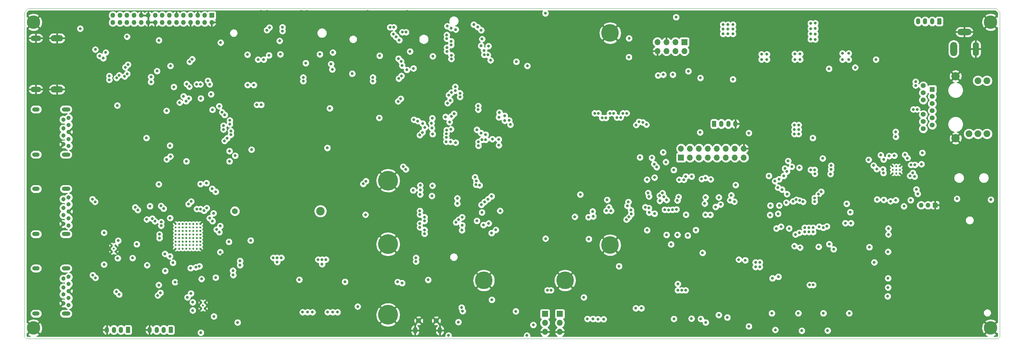
<source format=gbr>
%TF.GenerationSoftware,KiCad,Pcbnew,5.1.2+dfsg1-1*%
%TF.CreationDate,2020-02-17T14:18:57+01:00*%
%TF.ProjectId,reform2-motherboard,7265666f-726d-4322-9d6d-6f7468657262,2.0*%
%TF.SameCoordinates,Original*%
%TF.FileFunction,Copper,L5,Inr*%
%TF.FilePolarity,Positive*%
%FSLAX46Y46*%
G04 Gerber Fmt 4.6, Leading zero omitted, Abs format (unit mm)*
G04 Created by KiCad (PCBNEW 5.1.2+dfsg1-1) date 2020-02-17 14:18:57*
%MOMM*%
%LPD*%
G04 APERTURE LIST*
%TA.AperFunction,NonConductor*%
%ADD10C,0.050000*%
%TD*%
%TA.AperFunction,ViaPad*%
%ADD11O,1.350000X1.350000*%
%TD*%
%TA.AperFunction,ViaPad*%
%ADD12R,1.350000X1.350000*%
%TD*%
%TA.AperFunction,ViaPad*%
%ADD13O,1.200000X1.750000*%
%TD*%
%TA.AperFunction,Conductor*%
%ADD14C,0.100000*%
%TD*%
%TA.AperFunction,ViaPad*%
%ADD15C,1.200000*%
%TD*%
%TA.AperFunction,ViaPad*%
%ADD16C,0.500000*%
%TD*%
%TA.AperFunction,ViaPad*%
%ADD17C,5.000000*%
%TD*%
%TA.AperFunction,ViaPad*%
%ADD18C,3.800000*%
%TD*%
%TA.AperFunction,ViaPad*%
%ADD19O,1.700000X1.700000*%
%TD*%
%TA.AperFunction,ViaPad*%
%ADD20R,1.700000X1.700000*%
%TD*%
%TA.AperFunction,ViaPad*%
%ADD21O,3.556000X1.778000*%
%TD*%
%TA.AperFunction,ViaPad*%
%ADD22O,3.000000X1.500000*%
%TD*%
%TA.AperFunction,ViaPad*%
%ADD23O,2.400000X1.200000*%
%TD*%
%TA.AperFunction,ViaPad*%
%ADD24O,2.100000X1.200000*%
%TD*%
%TA.AperFunction,ViaPad*%
%ADD25C,5.600000*%
%TD*%
%TA.AperFunction,ViaPad*%
%ADD26C,2.400000*%
%TD*%
%TA.AperFunction,ViaPad*%
%ADD27C,1.650000*%
%TD*%
%TA.AperFunction,ViaPad*%
%ADD28O,1.200000X1.900000*%
%TD*%
%TA.AperFunction,ViaPad*%
%ADD29C,1.450000*%
%TD*%
%TA.AperFunction,ViaPad*%
%ADD30C,0.600000*%
%TD*%
%TA.AperFunction,ViaPad*%
%ADD31C,1.398000*%
%TD*%
%TA.AperFunction,ViaPad*%
%ADD32R,1.398000X1.398000*%
%TD*%
%TA.AperFunction,ViaPad*%
%ADD33C,1.905000*%
%TD*%
%TA.AperFunction,ViaPad*%
%ADD34C,2.355000*%
%TD*%
%TA.AperFunction,ViaPad*%
%ADD35O,1.750000X4.000000*%
%TD*%
%TA.AperFunction,ViaPad*%
%ADD36O,4.000000X1.800000*%
%TD*%
%TA.AperFunction,ViaPad*%
%ADD37O,2.000000X4.000000*%
%TD*%
%TA.AperFunction,ViaPad*%
%ADD38C,0.800000*%
%TD*%
%TA.AperFunction,Conductor*%
%ADD39C,0.254000*%
%TD*%
G04 APERTURE END LIST*
D10*
X315500000Y-133000000D02*
X315000000Y-133500000D01*
X315500000Y-41000000D02*
X315500000Y-133000000D01*
X40000000Y-133500000D02*
X39500000Y-133000000D01*
X40500000Y-40000000D02*
X39500000Y-41000000D01*
X314500000Y-40000000D02*
X315500000Y-41000000D01*
X315000000Y-133500000D02*
X40000000Y-133500000D01*
X39500000Y-133000000D02*
X39500000Y-41000000D01*
X40500000Y-40000000D02*
X314500000Y-40000000D01*
D11*
%TO.N,Net-(J16-Pad3)*%
%TO.C,J16*%
X293225000Y-95725000D03*
%TO.N,Net-(J16-Pad2)*%
X295225000Y-95725000D03*
D12*
%TO.N,GND*%
X297225000Y-95725000D03*
%TD*%
D13*
%TO.N,GND*%
%TO.C,J23*%
X240700000Y-72700000D03*
%TO.N,/Reform 2 Power/LPC_RXDc*%
X238700000Y-72700000D03*
%TO.N,/Reform 2 Power/LPC_TXDc*%
X236700000Y-72700000D03*
D14*
%TO.N,/Reform 2 Power/LPC_VCC*%
G36*
X235074505Y-71826204D02*
G01*
X235098773Y-71829804D01*
X235122572Y-71835765D01*
X235145671Y-71844030D01*
X235167850Y-71854520D01*
X235188893Y-71867132D01*
X235208599Y-71881747D01*
X235226777Y-71898223D01*
X235243253Y-71916401D01*
X235257868Y-71936107D01*
X235270480Y-71957150D01*
X235280970Y-71979329D01*
X235289235Y-72002428D01*
X235295196Y-72026227D01*
X235298796Y-72050495D01*
X235300000Y-72074999D01*
X235300000Y-73325001D01*
X235298796Y-73349505D01*
X235295196Y-73373773D01*
X235289235Y-73397572D01*
X235280970Y-73420671D01*
X235270480Y-73442850D01*
X235257868Y-73463893D01*
X235243253Y-73483599D01*
X235226777Y-73501777D01*
X235208599Y-73518253D01*
X235188893Y-73532868D01*
X235167850Y-73545480D01*
X235145671Y-73555970D01*
X235122572Y-73564235D01*
X235098773Y-73570196D01*
X235074505Y-73573796D01*
X235050001Y-73575000D01*
X234349999Y-73575000D01*
X234325495Y-73573796D01*
X234301227Y-73570196D01*
X234277428Y-73564235D01*
X234254329Y-73555970D01*
X234232150Y-73545480D01*
X234211107Y-73532868D01*
X234191401Y-73518253D01*
X234173223Y-73501777D01*
X234156747Y-73483599D01*
X234142132Y-73463893D01*
X234129520Y-73442850D01*
X234119030Y-73420671D01*
X234110765Y-73397572D01*
X234104804Y-73373773D01*
X234101204Y-73349505D01*
X234100000Y-73325001D01*
X234100000Y-72074999D01*
X234101204Y-72050495D01*
X234104804Y-72026227D01*
X234110765Y-72002428D01*
X234119030Y-71979329D01*
X234129520Y-71957150D01*
X234142132Y-71936107D01*
X234156747Y-71916401D01*
X234173223Y-71898223D01*
X234191401Y-71881747D01*
X234211107Y-71867132D01*
X234232150Y-71854520D01*
X234254329Y-71844030D01*
X234277428Y-71835765D01*
X234301227Y-71829804D01*
X234325495Y-71826204D01*
X234349999Y-71825000D01*
X235050001Y-71825000D01*
X235074505Y-71826204D01*
X235074505Y-71826204D01*
G37*
D15*
X234700000Y-72700000D03*
%TD*%
D13*
%TO.N,Net-(J21-Pad4)*%
%TO.C,J21*%
X292400000Y-43700000D03*
%TO.N,Net-(J21-Pad3)*%
X294400000Y-43700000D03*
%TO.N,Net-(J21-Pad2)*%
X296400000Y-43700000D03*
D14*
%TO.N,Net-(J21-Pad1)*%
G36*
X298774505Y-42826204D02*
G01*
X298798773Y-42829804D01*
X298822572Y-42835765D01*
X298845671Y-42844030D01*
X298867850Y-42854520D01*
X298888893Y-42867132D01*
X298908599Y-42881747D01*
X298926777Y-42898223D01*
X298943253Y-42916401D01*
X298957868Y-42936107D01*
X298970480Y-42957150D01*
X298980970Y-42979329D01*
X298989235Y-43002428D01*
X298995196Y-43026227D01*
X298998796Y-43050495D01*
X299000000Y-43074999D01*
X299000000Y-44325001D01*
X298998796Y-44349505D01*
X298995196Y-44373773D01*
X298989235Y-44397572D01*
X298980970Y-44420671D01*
X298970480Y-44442850D01*
X298957868Y-44463893D01*
X298943253Y-44483599D01*
X298926777Y-44501777D01*
X298908599Y-44518253D01*
X298888893Y-44532868D01*
X298867850Y-44545480D01*
X298845671Y-44555970D01*
X298822572Y-44564235D01*
X298798773Y-44570196D01*
X298774505Y-44573796D01*
X298750001Y-44575000D01*
X298049999Y-44575000D01*
X298025495Y-44573796D01*
X298001227Y-44570196D01*
X297977428Y-44564235D01*
X297954329Y-44555970D01*
X297932150Y-44545480D01*
X297911107Y-44532868D01*
X297891401Y-44518253D01*
X297873223Y-44501777D01*
X297856747Y-44483599D01*
X297842132Y-44463893D01*
X297829520Y-44442850D01*
X297819030Y-44420671D01*
X297810765Y-44397572D01*
X297804804Y-44373773D01*
X297801204Y-44349505D01*
X297800000Y-44325001D01*
X297800000Y-43074999D01*
X297801204Y-43050495D01*
X297804804Y-43026227D01*
X297810765Y-43002428D01*
X297819030Y-42979329D01*
X297829520Y-42957150D01*
X297842132Y-42936107D01*
X297856747Y-42916401D01*
X297873223Y-42898223D01*
X297891401Y-42881747D01*
X297911107Y-42867132D01*
X297932150Y-42854520D01*
X297954329Y-42844030D01*
X297977428Y-42835765D01*
X298001227Y-42829804D01*
X298025495Y-42826204D01*
X298049999Y-42825000D01*
X298750001Y-42825000D01*
X298774505Y-42826204D01*
X298774505Y-42826204D01*
G37*
D15*
X298400000Y-43700000D03*
%TD*%
D13*
%TO.N,GND*%
%TO.C,J14*%
X74900000Y-131000000D03*
%TO.N,Net-(J14-Pad3)*%
X76900000Y-131000000D03*
%TO.N,Net-(J14-Pad2)*%
X78900000Y-131000000D03*
D14*
%TO.N,Net-(C71-Pad1)*%
G36*
X81274505Y-130126204D02*
G01*
X81298773Y-130129804D01*
X81322572Y-130135765D01*
X81345671Y-130144030D01*
X81367850Y-130154520D01*
X81388893Y-130167132D01*
X81408599Y-130181747D01*
X81426777Y-130198223D01*
X81443253Y-130216401D01*
X81457868Y-130236107D01*
X81470480Y-130257150D01*
X81480970Y-130279329D01*
X81489235Y-130302428D01*
X81495196Y-130326227D01*
X81498796Y-130350495D01*
X81500000Y-130374999D01*
X81500000Y-131625001D01*
X81498796Y-131649505D01*
X81495196Y-131673773D01*
X81489235Y-131697572D01*
X81480970Y-131720671D01*
X81470480Y-131742850D01*
X81457868Y-131763893D01*
X81443253Y-131783599D01*
X81426777Y-131801777D01*
X81408599Y-131818253D01*
X81388893Y-131832868D01*
X81367850Y-131845480D01*
X81345671Y-131855970D01*
X81322572Y-131864235D01*
X81298773Y-131870196D01*
X81274505Y-131873796D01*
X81250001Y-131875000D01*
X80549999Y-131875000D01*
X80525495Y-131873796D01*
X80501227Y-131870196D01*
X80477428Y-131864235D01*
X80454329Y-131855970D01*
X80432150Y-131845480D01*
X80411107Y-131832868D01*
X80391401Y-131818253D01*
X80373223Y-131801777D01*
X80356747Y-131783599D01*
X80342132Y-131763893D01*
X80329520Y-131742850D01*
X80319030Y-131720671D01*
X80310765Y-131697572D01*
X80304804Y-131673773D01*
X80301204Y-131649505D01*
X80300000Y-131625001D01*
X80300000Y-130374999D01*
X80301204Y-130350495D01*
X80304804Y-130326227D01*
X80310765Y-130302428D01*
X80319030Y-130279329D01*
X80329520Y-130257150D01*
X80342132Y-130236107D01*
X80356747Y-130216401D01*
X80373223Y-130198223D01*
X80391401Y-130181747D01*
X80411107Y-130167132D01*
X80432150Y-130154520D01*
X80454329Y-130144030D01*
X80477428Y-130135765D01*
X80501227Y-130129804D01*
X80525495Y-130126204D01*
X80549999Y-130125000D01*
X81250001Y-130125000D01*
X81274505Y-130126204D01*
X81274505Y-130126204D01*
G37*
D15*
X80900000Y-131000000D03*
%TD*%
D13*
%TO.N,GND*%
%TO.C,J9*%
X62800000Y-131000000D03*
%TO.N,Net-(J9-Pad3)*%
X64800000Y-131000000D03*
%TO.N,Net-(J9-Pad2)*%
X66800000Y-131000000D03*
D14*
%TO.N,Net-(C69-Pad1)*%
G36*
X69174505Y-130126204D02*
G01*
X69198773Y-130129804D01*
X69222572Y-130135765D01*
X69245671Y-130144030D01*
X69267850Y-130154520D01*
X69288893Y-130167132D01*
X69308599Y-130181747D01*
X69326777Y-130198223D01*
X69343253Y-130216401D01*
X69357868Y-130236107D01*
X69370480Y-130257150D01*
X69380970Y-130279329D01*
X69389235Y-130302428D01*
X69395196Y-130326227D01*
X69398796Y-130350495D01*
X69400000Y-130374999D01*
X69400000Y-131625001D01*
X69398796Y-131649505D01*
X69395196Y-131673773D01*
X69389235Y-131697572D01*
X69380970Y-131720671D01*
X69370480Y-131742850D01*
X69357868Y-131763893D01*
X69343253Y-131783599D01*
X69326777Y-131801777D01*
X69308599Y-131818253D01*
X69288893Y-131832868D01*
X69267850Y-131845480D01*
X69245671Y-131855970D01*
X69222572Y-131864235D01*
X69198773Y-131870196D01*
X69174505Y-131873796D01*
X69150001Y-131875000D01*
X68449999Y-131875000D01*
X68425495Y-131873796D01*
X68401227Y-131870196D01*
X68377428Y-131864235D01*
X68354329Y-131855970D01*
X68332150Y-131845480D01*
X68311107Y-131832868D01*
X68291401Y-131818253D01*
X68273223Y-131801777D01*
X68256747Y-131783599D01*
X68242132Y-131763893D01*
X68229520Y-131742850D01*
X68219030Y-131720671D01*
X68210765Y-131697572D01*
X68204804Y-131673773D01*
X68201204Y-131649505D01*
X68200000Y-131625001D01*
X68200000Y-130374999D01*
X68201204Y-130350495D01*
X68204804Y-130326227D01*
X68210765Y-130302428D01*
X68219030Y-130279329D01*
X68229520Y-130257150D01*
X68242132Y-130236107D01*
X68256747Y-130216401D01*
X68273223Y-130198223D01*
X68291401Y-130181747D01*
X68311107Y-130167132D01*
X68332150Y-130154520D01*
X68354329Y-130144030D01*
X68377428Y-130135765D01*
X68401227Y-130129804D01*
X68425495Y-130126204D01*
X68449999Y-130125000D01*
X69150001Y-130125000D01*
X69174505Y-130126204D01*
X69174505Y-130126204D01*
G37*
D15*
X68800000Y-131000000D03*
%TD*%
D16*
%TO.N,GND*%
%TO.C,U3*%
X287200000Y-86700000D03*
X286200000Y-86700000D03*
X285200000Y-86700000D03*
X287200000Y-85700000D03*
X286200000Y-85700000D03*
X285200000Y-85700000D03*
X287200000Y-84700000D03*
X286200000Y-84700000D03*
X285200000Y-84700000D03*
%TD*%
D17*
%TO.N,GND*%
%TO.C,H25*%
X169500000Y-117000000D03*
%TD*%
%TO.N,GND*%
%TO.C,H27*%
X205250000Y-107000000D03*
%TD*%
%TO.N,GND*%
%TO.C,H24*%
X192500000Y-117000000D03*
%TD*%
%TO.N,GND*%
%TO.C,H22*%
X205250000Y-47000000D03*
%TD*%
D18*
%TO.N,GND*%
%TO.C,H8*%
X312928000Y-130480000D03*
%TD*%
%TO.N,GND*%
%TO.C,H6*%
X312928000Y-43940000D03*
%TD*%
%TO.N,GND*%
%TO.C,H7*%
X42040000Y-130480000D03*
%TD*%
%TO.N,GND*%
%TO.C,H5*%
X42040000Y-43940000D03*
%TD*%
D19*
%TO.N,GND*%
%TO.C,J19*%
X218630000Y-52090000D03*
%TO.N,ETH0_LED_LINK2*%
X218630000Y-49550000D03*
%TO.N,ETH0_LED_LINK1*%
X221170000Y-52090000D03*
%TO.N,GND*%
X221170000Y-49550000D03*
%TO.N,IMX_JTAG_TCK*%
X223710000Y-52090000D03*
%TO.N,IMX_JTAG_TMS*%
X223710000Y-49550000D03*
%TO.N,IMX_JTAG_TDI*%
X226250000Y-52090000D03*
D20*
%TO.N,+3V3*%
X226250000Y-49550000D03*
%TD*%
D16*
%TO.N,GND*%
%TO.C,U9*%
X88250000Y-101000000D03*
X89250000Y-101000000D03*
X89250000Y-102000000D03*
X88250000Y-102000000D03*
X89250000Y-105000000D03*
X89250000Y-106000000D03*
X88250000Y-105000000D03*
X88250000Y-106000000D03*
X89250000Y-108000000D03*
X88250000Y-108000000D03*
X88250000Y-107000000D03*
X89250000Y-107000000D03*
X88250000Y-103000000D03*
X89250000Y-104000000D03*
X88250000Y-104000000D03*
X89250000Y-103000000D03*
X86250000Y-101000000D03*
X87250000Y-101000000D03*
X87250000Y-102000000D03*
X86250000Y-102000000D03*
X87250000Y-105000000D03*
X87250000Y-106000000D03*
X86250000Y-105000000D03*
X86250000Y-106000000D03*
X87250000Y-108000000D03*
X86250000Y-108000000D03*
X86250000Y-107000000D03*
X87250000Y-107000000D03*
X86250000Y-103000000D03*
X87250000Y-104000000D03*
X86250000Y-104000000D03*
X87250000Y-103000000D03*
X85250000Y-103000000D03*
X84250000Y-104000000D03*
X85250000Y-104000000D03*
X84250000Y-103000000D03*
X84250000Y-102000000D03*
X84250000Y-101000000D03*
X85250000Y-101000000D03*
X85250000Y-102000000D03*
X83250000Y-103000000D03*
X82250000Y-104000000D03*
X83250000Y-104000000D03*
X82250000Y-103000000D03*
X82250000Y-102000000D03*
X82250000Y-101000000D03*
X83250000Y-101000000D03*
X83250000Y-102000000D03*
X82250000Y-105000000D03*
X82250000Y-106000000D03*
X85250000Y-106000000D03*
X84250000Y-106000000D03*
X85250000Y-105000000D03*
X84250000Y-105000000D03*
X83250000Y-105000000D03*
X83250000Y-106000000D03*
X82250000Y-107000000D03*
X85250000Y-107000000D03*
X83250000Y-107000000D03*
X84250000Y-107000000D03*
X82250000Y-108000000D03*
X85250000Y-108000000D03*
X84250000Y-108000000D03*
X83250000Y-108000000D03*
%TD*%
D11*
%TO.N,Net-(J24-Pad30)*%
%TO.C,J24*%
X64500000Y-44000000D03*
%TO.N,+3V3*%
X64500000Y-42000000D03*
X66500000Y-44000000D03*
X66500000Y-42000000D03*
X68500000Y-44000000D03*
%TO.N,Net-(J24-Pad25)*%
X68500000Y-42000000D03*
%TO.N,Net-(J24-Pad24)*%
X70500000Y-44000000D03*
%TO.N,/Reform 2 Display/EDP_BL_PWM*%
X70500000Y-42000000D03*
%TO.N,/Reform 2 Display/EDP_BL_ENABLE*%
X72500000Y-44000000D03*
%TO.N,GND*%
X72500000Y-42000000D03*
X74500000Y-44000000D03*
X74500000Y-42000000D03*
X76500000Y-44000000D03*
%TO.N,/Reform 2 Display/EDP_HPD*%
X76500000Y-42000000D03*
%TO.N,Net-(J24-Pad16)*%
X78500000Y-44000000D03*
%TO.N,Net-(J24-Pad15)*%
X78500000Y-42000000D03*
%TO.N,/Reform 2 Display/EDP_LCD_TEST*%
X80500000Y-44000000D03*
%TO.N,+3V3*%
X80500000Y-42000000D03*
X82500000Y-44000000D03*
%TO.N,GND*%
X82500000Y-42000000D03*
%TO.N,EDP_AUX_DN*%
X84500000Y-44000000D03*
%TO.N,EDP_AUX_DP*%
X84500000Y-42000000D03*
%TO.N,GND*%
X86500000Y-44000000D03*
%TO.N,EDP_TX0_DP*%
X86500000Y-42000000D03*
%TO.N,EDP_TX0_DN*%
X88500000Y-44000000D03*
%TO.N,GND*%
X88500000Y-42000000D03*
%TO.N,EDP_TX1_DP*%
X90500000Y-44000000D03*
%TO.N,EDP_TX1_DN*%
X90500000Y-42000000D03*
%TO.N,GND*%
X92500000Y-44000000D03*
D12*
%TO.N,Net-(J24-Pad1)*%
X92500000Y-42000000D03*
%TD*%
D19*
%TO.N,GND*%
%TO.C,J20*%
X186800000Y-131580000D03*
%TO.N,IMX_UART2_RX*%
X186800000Y-129040000D03*
D20*
%TO.N,IMX_UART2_TX*%
X186800000Y-126500000D03*
%TD*%
D19*
%TO.N,GND*%
%TO.C,J18*%
X191000000Y-131580000D03*
%TO.N,IMX_UART1_RX*%
X191000000Y-129040000D03*
D20*
%TO.N,IMX_UART1_TX*%
X191000000Y-126500000D03*
%TD*%
D19*
%TO.N,GND*%
%TO.C,J22*%
X243080000Y-79710000D03*
%TO.N,/Reform 2 Power/LPC_VCC*%
X243080000Y-82250000D03*
%TO.N,/Reform 2 Power/LPC_PIO1_25*%
X240540000Y-79710000D03*
%TO.N,/Reform 2 Power/LPC_AD7*%
X240540000Y-82250000D03*
%TO.N,/Reform 2 Power/LPC_PIO1_31*%
X238000000Y-79710000D03*
%TO.N,/Reform 2 Power/LPC_MOSI1a*%
X238000000Y-82250000D03*
%TO.N,/Reform 2 Power/LPC_SCK0b*%
X235460000Y-79710000D03*
%TO.N,/Reform 2 Power/LPC_TDI*%
X235460000Y-82250000D03*
%TO.N,/Reform 2 Power/LPC_MISO1a*%
X232920000Y-79710000D03*
%TO.N,/Reform 2 Power/LPC_TMS*%
X232920000Y-82250000D03*
%TO.N,/Reform 2 Power/LPC_RXDa*%
X230380000Y-79710000D03*
%TO.N,/Reform 2 Power/LPC_TDO*%
X230380000Y-82250000D03*
%TO.N,/Reform 2 Power/LPC_TXDa*%
X227840000Y-79710000D03*
%TO.N,/Reform 2 Power/LPC_~TRST*%
X227840000Y-82250000D03*
%TO.N,/Reform 2 Power/LPC_AD5*%
X225300000Y-79710000D03*
D20*
%TO.N,/Reform 2 Power/LPC_SWDIO*%
X225300000Y-82250000D03*
%TD*%
D21*
%TO.N,GND*%
%TO.C,J4*%
X48700000Y-48450000D03*
X48700000Y-62950000D03*
D22*
X42700000Y-48450000D03*
X42700000Y-62950000D03*
%TD*%
D15*
%TO.N,Net-(J17-Pad1)*%
%TO.C,J17*%
X50500000Y-71500000D03*
%TO.N,USB2_DN*%
X50500000Y-74000000D03*
%TO.N,USB2_DP*%
X50500000Y-76000000D03*
%TO.N,GND*%
X50500000Y-78500000D03*
%TO.N,USB2_RX_N*%
X52000000Y-79000000D03*
%TO.N,USB2_RX_P*%
X52000000Y-77000000D03*
%TO.N,GND*%
X52000000Y-75000000D03*
%TO.N,USB2_TX_N*%
X52000000Y-73000000D03*
%TO.N,USB2_TX_P*%
X52000000Y-71000000D03*
D23*
%TO.N,Net-(C75-Pad1)*%
X51250000Y-81400000D03*
X51250000Y-68600000D03*
D24*
X42750000Y-81400000D03*
X42750000Y-68600000D03*
%TD*%
D25*
%TO.N,GND*%
%TO.C,H3*%
X142400000Y-88750000D03*
%TD*%
%TO.N,GND*%
%TO.C,H2*%
X142400000Y-106750000D03*
%TD*%
D26*
%TO.N,N/C*%
%TO.C,J11*%
X123240000Y-97400000D03*
D27*
X99040000Y-97400000D03*
%TD*%
D25*
%TO.N,GND*%
%TO.C,H1*%
X142400000Y-126750000D03*
%TD*%
D28*
%TO.N,GND*%
%TO.C,J8*%
X157050000Y-131137500D03*
X150050000Y-131137500D03*
D29*
X156050000Y-128437500D03*
X151050000Y-128437500D03*
%TD*%
D15*
%TO.N,Net-(C81-Pad1)*%
%TO.C,J5*%
X50500000Y-116500000D03*
%TO.N,USB3_2_DN*%
X50500000Y-119000000D03*
%TO.N,USB3_2_DP*%
X50500000Y-121000000D03*
%TO.N,GND*%
X50500000Y-123500000D03*
%TO.N,USB3_2_SSRXN*%
X52000000Y-124000000D03*
%TO.N,USB3_2_SSRXP*%
X52000000Y-122000000D03*
%TO.N,GND*%
X52000000Y-120000000D03*
%TO.N,Net-(C39-Pad2)*%
X52000000Y-118000000D03*
%TO.N,Net-(C41-Pad2)*%
X52000000Y-116000000D03*
D23*
%TO.N,Net-(C74-Pad1)*%
X51250000Y-126400000D03*
X51250000Y-113600000D03*
D24*
X42750000Y-126400000D03*
X42750000Y-113600000D03*
%TD*%
D30*
%TO.N,GND*%
%TO.C,U16*%
X90000000Y-124100000D03*
X89520000Y-123240000D03*
X89520000Y-124960000D03*
X90480000Y-123240000D03*
X90480000Y-124960000D03*
%TD*%
%TO.N,GND*%
%TO.C,U15*%
X64750000Y-108000000D03*
X64270000Y-107140000D03*
X64270000Y-108860000D03*
X65230000Y-107140000D03*
X65230000Y-108860000D03*
%TD*%
D24*
%TO.N,Net-(C67-Pad1)*%
%TO.C,J6*%
X42750000Y-91100000D03*
X42750000Y-103900000D03*
D23*
X51250000Y-91100000D03*
X51250000Y-103900000D03*
D15*
%TO.N,Net-(C42-Pad2)*%
X52000000Y-93500000D03*
%TO.N,Net-(C40-Pad2)*%
X52000000Y-95500000D03*
%TO.N,GND*%
X52000000Y-97500000D03*
%TO.N,USB3_1_SSRXP*%
X52000000Y-99500000D03*
%TO.N,USB3_1_SSRXN*%
X52000000Y-101500000D03*
%TO.N,GND*%
X50500000Y-101000000D03*
%TO.N,USB3_1_DP*%
X50500000Y-98500000D03*
%TO.N,USB3_1_DN*%
X50500000Y-96500000D03*
%TO.N,Net-(C63-Pad1)*%
X50500000Y-94000000D03*
%TD*%
D31*
%TO.N,ETH0_A-*%
%TO.C,P1*%
X293860000Y-70035000D03*
%TO.N,ETH0_A+*%
X293860000Y-72065000D03*
%TO.N,Net-(C26-Pad1)*%
X293860000Y-74095000D03*
%TO.N,ETH0_D-*%
X293860000Y-65965000D03*
%TO.N,ETH0_D+*%
X293860000Y-63935000D03*
%TO.N,Net-(C23-Pad1)*%
X293860000Y-61905000D03*
%TO.N,ETH0_B+*%
X296400000Y-69015000D03*
%TO.N,ETH0_C+*%
X296400000Y-66985000D03*
%TO.N,ETH0_C-*%
X296400000Y-64955000D03*
D32*
%TO.N,Net-(C24-Pad1)*%
X296400000Y-62925000D03*
D31*
%TO.N,ETH0_B-*%
X296400000Y-71045000D03*
%TO.N,Net-(C25-Pad1)*%
X296400000Y-73075000D03*
D33*
%TO.N,Net-(P1-Pad17)*%
X311890000Y-75520000D03*
%TO.N,+3V3*%
X309350000Y-75520000D03*
%TO.N,Net-(P1-Pad15)*%
X306810000Y-75520000D03*
%TO.N,+3V3*%
X311890000Y-60480000D03*
%TO.N,Net-(P1-Pad13)*%
X309350000Y-60480000D03*
D34*
%TO.N,GND*%
X303000000Y-76790000D03*
X303000000Y-59210000D03*
%TD*%
D35*
%TO.N,GND*%
%TO.C,J1*%
X308750000Y-51500000D03*
D36*
X305500000Y-46700000D03*
D37*
%TO.N,/Reform 2 Power/24V_IN*%
X302500000Y-51500000D03*
%TD*%
D38*
%TO.N,HDMI_D2+*%
X63500000Y-60225000D03*
X152700000Y-103775000D03*
%TO.N,HDMI_D2-*%
X63500000Y-59175000D03*
X152700000Y-102725000D03*
%TO.N,HDMI_D1+*%
X151400000Y-101975000D03*
X65553768Y-59696232D03*
%TO.N,HDMI_D1-*%
X151400000Y-100925000D03*
X66296232Y-58953768D03*
%TO.N,HDMI_D0+*%
X67828768Y-59271232D03*
X152700000Y-100175000D03*
%TO.N,HDMI_D0-*%
X68571232Y-58528768D03*
X152700000Y-99125000D03*
%TO.N,SD2_DATA1*%
X170800000Y-50700000D03*
X205500000Y-97300000D03*
%TO.N,SD2_DATA0*%
X169001401Y-48694004D03*
X204900000Y-96299998D03*
%TO.N,SD2_CLK*%
X204186178Y-97293855D03*
X170622976Y-53184705D03*
%TO.N,SD2_CMD*%
X169623178Y-53164003D03*
X200275000Y-97475000D03*
%TO.N,SD2_DATA3*%
X169537632Y-51926649D03*
X200466743Y-98888908D03*
%TO.N,SD2_DATA2*%
X168700000Y-50600000D03*
X199100000Y-99099998D03*
%TO.N,GND*%
X242900000Y-124300000D03*
X236050000Y-124475000D03*
X252100000Y-117600000D03*
X113250000Y-117000000D03*
X116000000Y-118150000D03*
X70500000Y-72700000D03*
X95600000Y-109800000D03*
X47000000Y-55250000D03*
X47000000Y-56750000D03*
X47000000Y-58250000D03*
X141250000Y-45200000D03*
X104250000Y-49250000D03*
X143900000Y-41000000D03*
X136600000Y-40900000D03*
X133800000Y-45200000D03*
X167100000Y-63700000D03*
X167100000Y-61800000D03*
X167100000Y-65200001D03*
X109600000Y-55100000D03*
X196600000Y-61700000D03*
X241400000Y-107900000D03*
X234300000Y-111300000D03*
X235900000Y-111300000D03*
X89600000Y-63200000D03*
X167000000Y-77000000D03*
X147800000Y-40900000D03*
X222600010Y-92400000D03*
X98700000Y-111300000D03*
X64100000Y-110300000D03*
X84300000Y-89700000D03*
X94287347Y-96112653D03*
X68100000Y-66000000D03*
X58700000Y-65600000D03*
X55100000Y-65800000D03*
X82750000Y-47000000D03*
X113500000Y-55250000D03*
X102250000Y-45200000D03*
X104950000Y-41000000D03*
X109900000Y-41000000D03*
X111800000Y-41050000D03*
X121750000Y-57850000D03*
X135750000Y-66500000D03*
X64000000Y-105750000D03*
X71700000Y-101400000D03*
X74100000Y-98400000D03*
X84700000Y-120100000D03*
X72000000Y-105700000D03*
X93700000Y-114800000D03*
X81719135Y-82780865D03*
X139700000Y-45200000D03*
X138200000Y-45200000D03*
X136600000Y-45200000D03*
X135200000Y-45200000D03*
X154700000Y-67000000D03*
X153300000Y-71100000D03*
X167400000Y-70200000D03*
X154800000Y-96500000D03*
X154900000Y-105200000D03*
X168400000Y-93900000D03*
X226749999Y-127850000D03*
X233600000Y-125450000D03*
X240900000Y-125600000D03*
X248150000Y-125650000D03*
X255450000Y-125600000D03*
X262750000Y-125750000D03*
X269800000Y-125800000D03*
X307950000Y-94900000D03*
X300100000Y-82350000D03*
X220250000Y-84900000D03*
X237950000Y-111100000D03*
X200650000Y-57200000D03*
X196600000Y-60150000D03*
X196600000Y-58650000D03*
X196800000Y-69250000D03*
X80750000Y-53000000D03*
X76000000Y-52500000D03*
X75500000Y-83000000D03*
X167700000Y-103900000D03*
X127400000Y-68300000D03*
X215900000Y-84700000D03*
X55700000Y-50850000D03*
X53600000Y-51050000D03*
X91150000Y-67600000D03*
X92100000Y-66500000D03*
X94950000Y-80750000D03*
X78650000Y-68000000D03*
X92250000Y-78550000D03*
X98000000Y-67500000D03*
X119500000Y-67500000D03*
X130500000Y-76650000D03*
X99500000Y-76700000D03*
X120000000Y-87000000D03*
X125000000Y-87000000D03*
X130000000Y-87000000D03*
X132500000Y-87000000D03*
X130000000Y-93250000D03*
X130000000Y-97500000D03*
X115000000Y-97500000D03*
X110000000Y-97500000D03*
X110000000Y-93000000D03*
X115000000Y-93000000D03*
X103500000Y-103300000D03*
X134500000Y-106500000D03*
X138500000Y-110500000D03*
X70500000Y-46350000D03*
X61550000Y-45000000D03*
X59500000Y-42000000D03*
X50500000Y-46000000D03*
X59500000Y-49100000D03*
X145500000Y-110500000D03*
X59500000Y-123500000D03*
X56500000Y-120500000D03*
X62000000Y-121000000D03*
X59000000Y-118000000D03*
X64500000Y-118500000D03*
X55500000Y-103000000D03*
X55500000Y-98500000D03*
X55500000Y-91000000D03*
X48000000Y-94000000D03*
X48000000Y-101000000D03*
X48000000Y-97500000D03*
X48000000Y-78500000D03*
X48000000Y-75000000D03*
X48000000Y-71500000D03*
X48000000Y-123500000D03*
X44000000Y-116500000D03*
X54500000Y-82500000D03*
X54500000Y-71000000D03*
X57500000Y-74000000D03*
X60500000Y-77000000D03*
X64000000Y-80500000D03*
X60500000Y-71000000D03*
X63500000Y-74000000D03*
X117300000Y-45000000D03*
X119950000Y-45000000D03*
X97500000Y-50500000D03*
X172000000Y-67500000D03*
X170000000Y-65500000D03*
X180000000Y-58500000D03*
X175000000Y-52000000D03*
X180000000Y-52000000D03*
X180000000Y-71000000D03*
X186500000Y-71000000D03*
X192500000Y-71000000D03*
X190000000Y-61000000D03*
X194000000Y-61000000D03*
X192000000Y-57500000D03*
X183500000Y-75500000D03*
X206750000Y-57250000D03*
X278000000Y-120000000D03*
X281500000Y-123500000D03*
X281500000Y-128500000D03*
X215500000Y-108000000D03*
X198500000Y-119000000D03*
X200500000Y-117000000D03*
X187500000Y-96000000D03*
X192500000Y-96000000D03*
X187500000Y-101000000D03*
X182500000Y-96000000D03*
X273100000Y-47000000D03*
X218500000Y-108000000D03*
X294500000Y-106500000D03*
X306500000Y-106500000D03*
X306500000Y-118000000D03*
X294500000Y-118000000D03*
X300500000Y-112000000D03*
X314000000Y-100500000D03*
X314000000Y-124000000D03*
X300500000Y-106500000D03*
X300500000Y-118000000D03*
X312000000Y-64500000D03*
X312000000Y-71500000D03*
X312000000Y-68000000D03*
X172000000Y-105700000D03*
X110000000Y-83000000D03*
X115000000Y-87000000D03*
X77400000Y-107700000D03*
X187500000Y-92750000D03*
X192500000Y-92750000D03*
X182500000Y-92750000D03*
X190750000Y-75500000D03*
X177500000Y-92750000D03*
X177500000Y-96000000D03*
X137800000Y-56600000D03*
X196000000Y-108000000D03*
X135000000Y-63575000D03*
X196000000Y-112000000D03*
X173200000Y-86824957D03*
X257474030Y-93075001D03*
X264268343Y-93650330D03*
X272200000Y-119600000D03*
X106400000Y-40900000D03*
X108200000Y-40900000D03*
X117800000Y-40900000D03*
X119400000Y-40900000D03*
X250299994Y-83000000D03*
X251700000Y-90300000D03*
X257250000Y-97687500D03*
X267100000Y-97700000D03*
X264850000Y-97700000D03*
X73700000Y-59400000D03*
X71900000Y-54200000D03*
X71900000Y-57300000D03*
X71900000Y-55800000D03*
X278100000Y-48500000D03*
X254100000Y-47600000D03*
X254100000Y-49200000D03*
X249600000Y-47600000D03*
X264300000Y-115100000D03*
X260900000Y-116900000D03*
X258500000Y-116900000D03*
X247400000Y-115400000D03*
X258987340Y-97912660D03*
X125900000Y-117400000D03*
X125900000Y-115800000D03*
X130000000Y-120700000D03*
X283000000Y-88700000D03*
X289500000Y-83500000D03*
X80900000Y-123800000D03*
X84300000Y-127900000D03*
X83100003Y-117500000D03*
X88300000Y-117600000D03*
X86600000Y-117500000D03*
X120000000Y-79600000D03*
X114900000Y-79600000D03*
X257750000Y-124675000D03*
X271725000Y-123975000D03*
X155012660Y-62112656D03*
X158750000Y-55400000D03*
X169500000Y-86800000D03*
X144450000Y-62950000D03*
X150550000Y-61000000D03*
X142600000Y-56350000D03*
X143650000Y-68400000D03*
X146950000Y-71700000D03*
X110000000Y-79600000D03*
X114800000Y-62900000D03*
X103700000Y-123550000D03*
X240750000Y-68750000D03*
X237750000Y-68750000D03*
X234750000Y-68750000D03*
X264750000Y-72500000D03*
X262750000Y-72500000D03*
X260750000Y-72500000D03*
X264500000Y-62000000D03*
X264500000Y-60500000D03*
X236000000Y-60250000D03*
X237750000Y-60250000D03*
X278100000Y-46000000D03*
X286500000Y-57250000D03*
X286500000Y-61000000D03*
X246250000Y-93000000D03*
X247500000Y-94250000D03*
X245000000Y-94250000D03*
X246250000Y-95500000D03*
X274750000Y-89250000D03*
X274750000Y-91000000D03*
X274750000Y-92750000D03*
X274750000Y-94500000D03*
X274750000Y-96250000D03*
X203250000Y-57250000D03*
X210000000Y-57250000D03*
X214000000Y-61750000D03*
X214000000Y-69000000D03*
X182500000Y-86750000D03*
X187500000Y-86750000D03*
X192500000Y-86750000D03*
X117250000Y-65250000D03*
X274750000Y-82500000D03*
X274750000Y-80750000D03*
X276500000Y-80750000D03*
X284000000Y-72750000D03*
X286000000Y-72750000D03*
X286000000Y-69000000D03*
X284750000Y-61000000D03*
X279250000Y-47250000D03*
X279250000Y-44750000D03*
X115250000Y-111750000D03*
X113250000Y-115000000D03*
X116750000Y-111750000D03*
X113750000Y-110250000D03*
X108250000Y-110250000D03*
X121000000Y-110500000D03*
X126250000Y-110500000D03*
X112500000Y-97500000D03*
X112500000Y-93000000D03*
X102500000Y-112750000D03*
X105000000Y-115000000D03*
X107500000Y-117500000D03*
X107500000Y-79600000D03*
X112500000Y-79600000D03*
X122500000Y-87000000D03*
X122500000Y-79600000D03*
X77500000Y-52500000D03*
X83250000Y-53000000D03*
X86000000Y-52500000D03*
X89000000Y-46000000D03*
X89500000Y-52500000D03*
X105750000Y-45500000D03*
X115000000Y-49000000D03*
X125000000Y-49000000D03*
X177500000Y-52000000D03*
X284750000Y-57250000D03*
X178887340Y-104174990D03*
X255000000Y-75500000D03*
X253500000Y-75500000D03*
X252000000Y-75500000D03*
X253500000Y-76750000D03*
X216600000Y-44600000D03*
X224200000Y-45400000D03*
X167325010Y-126831817D03*
X147617665Y-56251784D03*
X154700000Y-77700000D03*
X61200000Y-63400000D03*
X47000000Y-52700000D03*
X47000000Y-59299996D03*
X161700000Y-87000000D03*
X143500000Y-96400000D03*
X145800000Y-93900000D03*
X162800000Y-60600000D03*
X155249996Y-47150000D03*
X155249998Y-48950000D03*
X155250002Y-50750000D03*
X238700000Y-96000000D03*
X204900000Y-99100000D03*
X225500000Y-121300000D03*
X130500000Y-126500000D03*
%TO.N,SD2_CD*%
X171400000Y-54700000D03*
X204400002Y-94200000D03*
X278600000Y-107600000D03*
%TO.N,Net-(C1-Pad2)*%
X250500000Y-98500000D03*
%TO.N,Net-(C1-Pad1)*%
X255100000Y-95000000D03*
X264400000Y-101800000D03*
X264250000Y-107500000D03*
%TO.N,+3V3*%
X62000000Y-112500000D03*
X62000000Y-103499996D03*
X81750000Y-62250000D03*
X104400000Y-61700000D03*
X220250000Y-80750000D03*
X195250000Y-99000000D03*
X126250000Y-55750000D03*
X149600000Y-57000000D03*
X230700000Y-75100000D03*
X237200000Y-44600000D03*
X68500006Y-48013174D03*
X238600000Y-44600000D03*
X240000000Y-44600000D03*
X237200000Y-45900000D03*
X237200000Y-47200000D03*
X238600000Y-45900000D03*
X240000000Y-45900000D03*
X240000000Y-47200000D03*
X238600000Y-47200000D03*
X106500000Y-67300000D03*
X105250000Y-67300000D03*
X102650000Y-61700000D03*
X75287500Y-59412500D03*
X75300000Y-60850000D03*
X77500000Y-118300000D03*
X281843750Y-81543750D03*
X86600000Y-120700000D03*
X99800000Y-128900000D03*
X280700000Y-85500000D03*
X293600000Y-80900000D03*
X223900000Y-42500000D03*
X171750000Y-122500000D03*
%TO.N,/Reform 2 Display/EDP_BL_ENABLE*%
X77550000Y-49050000D03*
X94999998Y-49700000D03*
%TO.N,EDP_TX0_DN*%
X86228768Y-55121232D03*
%TO.N,EDP_TX0_DP*%
X86971232Y-54378768D03*
%TO.N,ETH0_A-*%
X160300000Y-53275000D03*
%TO.N,ETH0_A+*%
X160300000Y-54325000D03*
%TO.N,ETH0_D-*%
X159022565Y-47525000D03*
X291700000Y-60775000D03*
%TO.N,ETH0_D+*%
X159022565Y-48575000D03*
X291700000Y-61825000D03*
%TO.N,ETH0_B+*%
X159025002Y-52175000D03*
X291075000Y-68600000D03*
%TO.N,ETH0_C+*%
X160250000Y-50375000D03*
%TO.N,ETH0_C-*%
X160250000Y-49325000D03*
%TO.N,ETH0_B-*%
X159025002Y-51125000D03*
X292125000Y-68600000D03*
%TO.N,ETH0_LED_RX*%
X154700000Y-72500000D03*
X175400000Y-71800000D03*
%TO.N,Net-(R24-Pad2)*%
X243500000Y-111300000D03*
X241649989Y-111100000D03*
%TO.N,HDMI_HPD*%
X59550000Y-51650000D03*
X93600000Y-91900000D03*
%TO.N,HDMI_SCL*%
X60757182Y-53449880D03*
X89287342Y-89712662D03*
%TO.N,DSI_D3_N*%
X95428768Y-69428768D03*
X200875000Y-69700000D03*
%TO.N,DSI_D3_P*%
X96171232Y-70171232D03*
X201925000Y-69700000D03*
%TO.N,DSI_D0_N*%
X208875000Y-69700000D03*
X96844619Y-76777049D03*
%TO.N,DSI_D0_P*%
X209925000Y-69700000D03*
X96102155Y-77519513D03*
%TO.N,DSI_CLK_N*%
X95800000Y-73225000D03*
X205175000Y-69700000D03*
%TO.N,DSI_CLK_P*%
X95800000Y-74275000D03*
X206225000Y-69700000D03*
%TO.N,DSI_D1_N*%
X97900000Y-74725000D03*
X207175000Y-70900000D03*
%TO.N,DSI_D1_P*%
X97900000Y-75775000D03*
X208225000Y-70900000D03*
%TO.N,DSI_D2_N*%
X97600000Y-71725000D03*
X202975000Y-71000000D03*
%TO.N,DSI_D2_P*%
X97600000Y-72775000D03*
X204025000Y-71000000D03*
%TO.N,USB1_TX_N*%
X150300000Y-110600000D03*
X93889704Y-102613407D03*
%TO.N,USB1_TX_P*%
X150300000Y-111650000D03*
X94632168Y-103355871D03*
%TO.N,USB1_DN*%
X168975000Y-77200000D03*
X167963455Y-77816230D03*
%TO.N,USB1_DP*%
X170025000Y-77200000D03*
X167963455Y-78866230D03*
%TO.N,BMON_CS*%
X221200000Y-104100000D03*
X231400000Y-109200000D03*
%TO.N,BMON_SDI*%
X227200000Y-104300000D03*
X224299996Y-104100000D03*
%TO.N,HDMI_CEC*%
X61800000Y-54100000D03*
X92618755Y-91086257D03*
%TO.N,HDMI_SDA*%
X62500000Y-52500002D03*
X91000000Y-89474990D03*
%TO.N,Net-(C32-Pad1)*%
X255283716Y-86191284D03*
X257700000Y-104000000D03*
%TO.N,+1V2*%
X84500000Y-64900000D03*
X83406056Y-66665761D03*
X74000000Y-76700000D03*
X89400000Y-65500000D03*
X80796861Y-81912762D03*
X79700000Y-69000000D03*
X94600000Y-67700000D03*
X92300000Y-64300000D03*
X111000000Y-111800000D03*
X97500000Y-80399996D03*
X109900000Y-110600000D03*
X112200000Y-110600000D03*
X111000000Y-110600000D03*
%TO.N,USB3_2_SSTXN*%
X59571232Y-116271232D03*
X78871232Y-96671232D03*
%TO.N,USB3_1_SSTXN*%
X59471232Y-94771232D03*
X88249999Y-96800000D03*
%TO.N,USB3_2_SSTXP*%
X58828768Y-115528768D03*
X78128768Y-95928768D03*
%TO.N,USB3_1_SSTXP*%
X58728768Y-94028768D03*
X89299999Y-96800000D03*
%TO.N,USB_PWR*%
X65750000Y-67500000D03*
X55250000Y-45750000D03*
X166650000Y-44600000D03*
X167750000Y-45300000D03*
X168750000Y-46200000D03*
X160250006Y-45600000D03*
X159149998Y-45050000D03*
X161550002Y-45999998D03*
X263300000Y-45700000D03*
X263300000Y-44200000D03*
X263300000Y-48800000D03*
X263300000Y-47300000D03*
X262000000Y-44250000D03*
X262000000Y-45750000D03*
X262000000Y-47250000D03*
X262000000Y-48750000D03*
X125300000Y-126000000D03*
X126700000Y-126000000D03*
X128100000Y-126000000D03*
X70062660Y-110662660D03*
X93100000Y-127200000D03*
X118200000Y-126000000D03*
X119600000Y-126000000D03*
X121000000Y-126000000D03*
X93600000Y-116200000D03*
X286050000Y-74950000D03*
X210600000Y-48500000D03*
X210550000Y-53800000D03*
X174100000Y-97300000D03*
X186975000Y-105175000D03*
%TO.N,Net-(D22-Pad1)*%
X102600000Y-53099990D03*
X126600000Y-57300000D03*
%TO.N,USB3_2_SSRXP*%
X75652956Y-99504580D03*
%TO.N,USB3_2_SSRXN*%
X76395420Y-100247044D03*
%TO.N,USB3_2_DP*%
X70828768Y-96328768D03*
%TO.N,USB3_2_DN*%
X71571232Y-97071232D03*
%TO.N,USB3_1_SSRXP*%
X86663604Y-94668393D03*
%TO.N,USB3_1_SSRXN*%
X85921140Y-95410857D03*
%TO.N,USB3_1_DP*%
X90328768Y-97271232D03*
%TO.N,USB3_1_DN*%
X91071232Y-96528768D03*
%TO.N,Net-(J7-Pad6)*%
X278400000Y-82850000D03*
X313000000Y-94150000D03*
%TO.N,Net-(Q1-Pad5)*%
X267762050Y-85553550D03*
X258874477Y-94408700D03*
%TO.N,Net-(Q1-Pad4)*%
X272200000Y-95300000D03*
X255300000Y-92574993D03*
%TO.N,Net-(Q2-Pad4)*%
X253913223Y-91288453D03*
X252306104Y-102310430D03*
%TO.N,Net-(R57-Pad1)*%
X93000000Y-98000000D03*
X91900000Y-99400000D03*
%TO.N,Net-(R64-Pad2)*%
X92700000Y-68700000D03*
X80800000Y-56300000D03*
%TO.N,+1V8*%
X85300000Y-83300000D03*
X196800000Y-92700000D03*
X99100000Y-81700000D03*
X103750000Y-80000000D03*
X97500000Y-83300000D03*
%TO.N,PCIE1_CLK_N*%
X159578768Y-64571232D03*
X145428768Y-59871232D03*
X118400000Y-60600000D03*
X138100000Y-60600000D03*
%TO.N,PCIE1_CLK_P*%
X160321232Y-63828768D03*
X146171232Y-59128768D03*
X118400000Y-59550000D03*
X138100000Y-59550000D03*
%TO.N,PCIE2_CLK_N*%
X167900000Y-68675000D03*
X145228768Y-66321232D03*
%TO.N,PCIE2_CLK_P*%
X167900000Y-67625000D03*
X145971232Y-65578768D03*
%TO.N,PCIE2_RX_P*%
X144025000Y-45375002D03*
X161071232Y-69828768D03*
%TO.N,PCIE2_RX_N*%
X142975000Y-45375002D03*
X160328768Y-70571232D03*
%TO.N,PCIE2_TX_P*%
X159971232Y-66078768D03*
X144671232Y-48071232D03*
%TO.N,PCIE2_TX_N*%
X159228768Y-66821232D03*
X143928768Y-47328768D03*
%TO.N,PCIE1_RX_P*%
X162750000Y-64025000D03*
X112500000Y-46425000D03*
%TO.N,PCIE1_RX_N*%
X162750000Y-65075000D03*
X112500000Y-45375000D03*
%TO.N,PCIE1_TX_P*%
X161400000Y-62225000D03*
X108078768Y-46171232D03*
%TO.N,PCIE1_TX_N*%
X161400000Y-63275000D03*
X108821232Y-45428768D03*
%TO.N,USB3_1_EN*%
X74200000Y-112700000D03*
X71250000Y-106750000D03*
%TO.N,USB3_3_EN*%
X80650000Y-110200000D03*
X98500000Y-114249999D03*
%TO.N,USB3_4_EN*%
X79250000Y-109500000D03*
X98569644Y-115497584D03*
%TO.N,USB3_4_DN*%
X77700000Y-105025000D03*
X77971232Y-120528768D03*
%TO.N,USB3_4_DP*%
X77700000Y-103975000D03*
X77228768Y-121271232D03*
%TO.N,USB3_3_DN*%
X78174998Y-101525000D03*
X66271232Y-120971232D03*
%TO.N,USB3_3_DP*%
X78174998Y-100475000D03*
X65528768Y-120228768D03*
%TO.N,EDP_IRQ*%
X80653245Y-78852163D03*
X150800000Y-71900000D03*
%TO.N,EDP_RESETn*%
X79750002Y-82750000D03*
X149700000Y-71500002D03*
%TO.N,/Reform 2 Power/LPC_SCK1b*%
X217822175Y-98122175D03*
X229500000Y-102750000D03*
%TO.N,/Reform 2 Power/LPC_UFTOGG*%
X216250000Y-93250000D03*
X183500000Y-129600000D03*
%TO.N,/Reform 2 Power/LPC_TXDa*%
X220050000Y-92300000D03*
%TO.N,/Reform 2 Power/LPC_RXDa*%
X220450000Y-93400000D03*
%TO.N,/Reform 2 Power/LPC_AD7*%
X240749996Y-90000000D03*
X221250000Y-94249998D03*
%TO.N,/Reform 2 Power/LPC_AD5*%
X223250000Y-85750000D03*
%TO.N,/Reform 2 Power/LPC_SWDIO*%
X226634319Y-87600000D03*
%TO.N,/Reform 2 Power/LPC_TDO*%
X231148694Y-88316231D03*
%TO.N,/Reform 2 Power/LPC_TMS*%
X232200000Y-88000000D03*
%TO.N,/Reform 2 Power/LPC_TDI*%
X233700000Y-88400000D03*
%TO.N,/Reform 2 Power/LPC_SCK0b*%
X224600000Y-93400000D03*
X239525010Y-92900000D03*
%TO.N,/Reform 2 Power/LPC_MISO1a*%
X224300000Y-94375000D03*
X239200000Y-94300000D03*
%TO.N,/Reform 2 Power/LPC_MOSI1a*%
X221774767Y-97049463D03*
X235100000Y-96200000D03*
%TO.N,/Reform 2 Power/LPC_TXDc*%
X216300000Y-97800000D03*
%TO.N,/Reform 2 Power/LPC_RXDc*%
X216227825Y-96527825D03*
%TO.N,/Reform 2 Power/LPC_SSEL0*%
X215677468Y-88478183D03*
X219305666Y-94503988D03*
%TO.N,BAT2+*%
X223300000Y-127900000D03*
X232300000Y-128900000D03*
%TO.N,BAT3+*%
X230900000Y-127900000D03*
X238400000Y-127500000D03*
X228275020Y-127800000D03*
X214100000Y-124900000D03*
%TO.N,BAT4+*%
X236000000Y-126800000D03*
X212500000Y-124900000D03*
%TO.N,BAT5+*%
X244500000Y-129999979D03*
X251000000Y-126300000D03*
X203400000Y-128000000D03*
%TO.N,BAT6+*%
X252000000Y-130999996D03*
X258500000Y-126300000D03*
X201800000Y-128000000D03*
%TO.N,BAT7+*%
X259500000Y-131250000D03*
X265600000Y-126300000D03*
X200400000Y-127900000D03*
%TO.N,BAT8+*%
X266800000Y-131200000D03*
X272900000Y-126300000D03*
X198800000Y-127900000D03*
%TO.N,+1V5*%
X108700000Y-53300000D03*
X123700000Y-111100000D03*
X122600000Y-111100000D03*
X124800000Y-111100000D03*
X123700000Y-112400000D03*
X105600000Y-54500000D03*
X107200000Y-54500000D03*
X119100000Y-55500000D03*
%TO.N,Net-(C90-Pad1)*%
X97350000Y-106075000D03*
X100500000Y-111500000D03*
X77500002Y-89800000D03*
X75000000Y-96000000D03*
%TO.N,USB3_2_OVERCURn*%
X65875000Y-110720925D03*
X89000000Y-113000000D03*
%TO.N,USB3_1_OVERCURn*%
X66000000Y-105750000D03*
X88000000Y-113300000D03*
%TO.N,USB3_3_OVERCURn*%
X86517276Y-113517276D03*
X89600000Y-116600000D03*
%TO.N,USB3_4_OVERCURn*%
X85600000Y-121800000D03*
X89400000Y-131800000D03*
%TO.N,Net-(R99-Pad1)*%
X87100000Y-125500000D03*
X87100000Y-123200000D03*
%TO.N,Net-(C147-Pad2)*%
X285679678Y-81699367D03*
X303400000Y-93900000D03*
%TO.N,IMX_UART1_RX*%
X162000000Y-93750000D03*
%TO.N,IMX_UART1_TX*%
X162000000Y-95250000D03*
%TO.N,IMX_UART2_RX*%
X170862654Y-100862654D03*
X172900000Y-102700000D03*
X188500000Y-119800000D03*
%TO.N,IMX_UART2_TX*%
X169400002Y-101300000D03*
X171700000Y-103600000D03*
X187500000Y-119800000D03*
%TO.N,Net-(J21-Pad3)*%
X290400000Y-84300000D03*
%TO.N,Net-(J21-Pad1)*%
X290900000Y-86600000D03*
%TO.N,USB_RESETn*%
X100499997Y-112699997D03*
X136000000Y-98400000D03*
X103500001Y-105700001D03*
X151477772Y-92675007D03*
%TO.N,Net-(R112-Pad2)*%
X213677825Y-82177825D03*
X290100000Y-87400000D03*
%TO.N,IMX_RESETn*%
X163500000Y-125700000D03*
X154800000Y-73900000D03*
%TO.N,IMX_JTAG_TMS*%
X154900000Y-71100000D03*
X175399996Y-70400000D03*
%TO.N,IMX_JTAG_TDI*%
X159800000Y-72200000D03*
X173756509Y-70845233D03*
%TO.N,IMX_JTAG_TCK*%
X158666131Y-70730891D03*
X173908532Y-69476452D03*
%TO.N,LPC_MISO*%
X158856653Y-76473482D03*
X170000000Y-75750000D03*
%TO.N,LPC_MOSI*%
X232000000Y-95250000D03*
X167535229Y-74366450D03*
X158894049Y-75474170D03*
X236500000Y-95502531D03*
%TO.N,LPC_SCK*%
X236000000Y-93500000D03*
X232250000Y-93500000D03*
X158850006Y-77750000D03*
X168700000Y-75300000D03*
%TO.N,BACKLIGHT_PWM*%
X77000000Y-57750000D03*
X163350000Y-99100000D03*
%TO.N,DAC_SCL*%
X171900000Y-77000000D03*
X160100000Y-77800000D03*
X152200000Y-72600000D03*
X145089309Y-117437649D03*
%TO.N,DAC_SDA*%
X173700000Y-77100010D03*
X161500001Y-77999999D03*
X152800000Y-73700000D03*
X146362660Y-117762660D03*
%TO.N,DAC_MCLK*%
X280800000Y-94100000D03*
X167550000Y-100150000D03*
%TO.N,Net-(R140-Pad1)*%
X292300000Y-92500000D03*
X282650010Y-82800002D03*
%TO.N,DAC_RXFS*%
X288400000Y-96025010D03*
X168948399Y-97763664D03*
%TO.N,DAC_DIN*%
X168800000Y-95599994D03*
X290300000Y-94300000D03*
%TO.N,DAC_TXFS*%
X170700000Y-94000000D03*
X284600000Y-94600000D03*
%TO.N,DAC_DOUT*%
X171700000Y-93200000D03*
X286100000Y-94300000D03*
%TO.N,DAC_BCLK*%
X169700000Y-94800000D03*
X282700001Y-94199999D03*
%TO.N,Net-(C86-Pad1)*%
X94900000Y-101600000D03*
X81500000Y-112000000D03*
X74100000Y-99750000D03*
X79299990Y-114300000D03*
X92700000Y-100200000D03*
X80700000Y-99350000D03*
X94900000Y-109000006D03*
X82100000Y-117500000D03*
%TO.N,USB2_RX_P*%
X146678768Y-84828768D03*
X136121232Y-88928768D03*
%TO.N,USB2_RX_N*%
X147421232Y-85571232D03*
X135378768Y-89671232D03*
%TO.N,ETH0_LED_LINK1*%
X158963615Y-74476581D03*
X177000000Y-72900000D03*
X227375000Y-57800000D03*
%TO.N,ETH0_LED_LINK2*%
X160200000Y-74200002D03*
X176674989Y-71724241D03*
X220300000Y-58774990D03*
%TO.N,Net-(SW3-Pad2)*%
X154950000Y-90200000D03*
X162300000Y-128800000D03*
%TO.N,Net-(C123-Pad1)*%
X111900000Y-53000000D03*
X126750000Y-52500000D03*
X132250000Y-58500000D03*
X125900000Y-68300000D03*
X139900000Y-71000000D03*
X123099998Y-53000000D03*
%TO.N,Net-(C124-Pad1)*%
X140000000Y-53400000D03*
X148600000Y-52200000D03*
%TO.N,Net-(C127-Pad2)*%
X284200000Y-81799990D03*
X288669999Y-81451988D03*
%TO.N,/Reform 2 Display/ML1N*%
X91400000Y-60500000D03*
X85228768Y-66271232D03*
%TO.N,/Reform 2 Display/EDAUXN*%
X88225000Y-61500000D03*
X86126704Y-62148039D03*
%TO.N,/Reform 2 Display/ML1P*%
X85971232Y-65528768D03*
X91900000Y-61500000D03*
%TO.N,/Reform 2 Display/EDAUXP*%
X89275000Y-61500000D03*
X85384240Y-61405575D03*
%TO.N,Net-(J16-Pad3)*%
X279800000Y-84500000D03*
%TO.N,Net-(J16-Pad2)*%
X282600000Y-86600000D03*
%TO.N,/Reform 2 Power/LPC_PIO1_31*%
X240400000Y-94700000D03*
X226700004Y-98400000D03*
%TO.N,/Reform 2 Power/LPC_PIO1_25*%
X217699996Y-84100000D03*
%TO.N,Net-(R135-Pad2)*%
X217052825Y-82302825D03*
X291400000Y-87600000D03*
%TO.N,LPC_UART2_RX*%
X178700000Y-55100000D03*
X224800000Y-88500000D03*
%TO.N,LPC_UART2_TX*%
X181800000Y-56300004D03*
X226139989Y-88500000D03*
%TO.N,LPC_SS0*%
X173750000Y-78750000D03*
X155000000Y-75600000D03*
%TO.N,Net-(TP2-Pad1)*%
X186900000Y-41400000D03*
X155050000Y-53550000D03*
%TO.N,HDMI_CLK+*%
X68028768Y-56671232D03*
X151400000Y-98375000D03*
%TO.N,HDMI_CLK-*%
X68771232Y-55928768D03*
X151400000Y-97325000D03*
%TO.N,/Reform 2 Power/LPC_~TRST*%
X228300000Y-87599996D03*
%TO.N,/Reform 2 Power/LPC_~RESET*%
X216000013Y-92275065D03*
X178550000Y-125750000D03*
%TO.N,/Reform 2 Power/LPC_~CTS*%
X224000000Y-96900000D03*
X232200000Y-98400000D03*
%TO.N,Net-(P1-Pad17)*%
X230800000Y-59700000D03*
%TO.N,Net-(P1-Pad15)*%
X218800000Y-59000000D03*
%TO.N,Net-(P1-Pad13)*%
X223000000Y-58774990D03*
%TO.N,Net-(TP10-Pad1)*%
X149500000Y-91500000D03*
X151500000Y-91400000D03*
%TO.N,Net-(C137-Pad1)*%
X280000000Y-111900000D03*
X199200000Y-105300000D03*
%TO.N,Net-(C148-Pad2)*%
X274600000Y-56750000D03*
X280500000Y-54500000D03*
%TO.N,Net-(J3-Pad8)*%
X284000000Y-102300000D03*
X210400000Y-94800000D03*
%TO.N,Net-(J3-Pad7)*%
X284000000Y-104000000D03*
X210100000Y-95900000D03*
%TO.N,Net-(J3-Pad5)*%
X283900000Y-108900000D03*
X211127825Y-97127825D03*
%TO.N,Net-(J3-Pad2)*%
X283900000Y-116400000D03*
X211200000Y-98200000D03*
%TO.N,Net-(J3-Pad1)*%
X283900000Y-119000000D03*
X210579283Y-99065067D03*
%TO.N,Net-(J3-Pad9)*%
X283800000Y-121500000D03*
X209872175Y-99772175D03*
%TO.N,IMX_WAKE*%
X154800000Y-93100000D03*
X222500000Y-106800000D03*
%TO.N,/Reform 2 PCIe/CLKC_P*%
X147475000Y-46750000D03*
X146071232Y-54971232D03*
%TO.N,/Reform 2 PCIe/CLKC_N*%
X146425000Y-46750000D03*
X145328768Y-54228768D03*
%TO.N,Net-(TP12-Pad1)*%
X153750000Y-116850000D03*
X163400000Y-101400000D03*
%TO.N,IMX_PWM4*%
X163200000Y-124700000D03*
X163300000Y-102800000D03*
%TO.N,PCIE1_PWR*%
X215200000Y-96300000D03*
X125200000Y-79500000D03*
X130200000Y-117400000D03*
%TO.N,PCIE2_RESETn*%
X145550000Y-49000000D03*
X146399996Y-56200000D03*
%TO.N,PCIE1_RESETn*%
X111700000Y-49200000D03*
X147700000Y-57400000D03*
%TO.N,BOOTCFG_13*%
X167300000Y-89900000D03*
X214500000Y-72300000D03*
%TO.N,BOOTCFG_12*%
X167400000Y-88900000D03*
X213400000Y-72100000D03*
%TO.N,BOOTCFG_10*%
X167000000Y-87800000D03*
X212599998Y-73000000D03*
%TO.N,BOOTCFG_4*%
X168300000Y-90100000D03*
X215500006Y-72900000D03*
%TO.N,/Reform 2 Power/LPC_VCC*%
X215700000Y-102800000D03*
X197800000Y-121800000D03*
X181700000Y-132600000D03*
X261712500Y-118287500D03*
X262712500Y-118287500D03*
X217800000Y-87900000D03*
X207750000Y-113000000D03*
X159500000Y-132600000D03*
%TO.N,/Reform 2 Power/LPC_~DTR*%
X117275000Y-116800000D03*
X219250000Y-93000000D03*
%TO.N,/Reform 2 Power/LPC_SCK1a*%
X221000000Y-83500000D03*
X267200000Y-57100000D03*
%TO.N,/Reform 2 Power/LPC_PIO1_16*%
X218416534Y-84924053D03*
X239999996Y-60100000D03*
%TO.N,Net-(Q15-Pad4)*%
X254384888Y-87420031D03*
X255623580Y-83180577D03*
%TO.N,Net-(Q17-Pad4)*%
X253025560Y-88374990D03*
X244500000Y-75300000D03*
%TO.N,/Reform 2 Power/CHG_INTVCC*%
X255900000Y-102300000D03*
X252767932Y-98155148D03*
X258800000Y-103500000D03*
X250149912Y-87417496D03*
X251900000Y-88900000D03*
X250600002Y-95800000D03*
X265600000Y-102100000D03*
%TO.N,Net-(C31-Pad1)*%
X257034995Y-94634612D03*
X263100000Y-85700000D03*
%TO.N,Net-(Q18-Pad1)*%
X257400000Y-107300000D03*
X253100000Y-95800000D03*
%TO.N,CHG_STAT2*%
X264975000Y-91900000D03*
X273400000Y-100800000D03*
%TO.N,CHG_STAT1*%
X264235547Y-92637225D03*
X271800000Y-100800000D03*
%TO.N,CHG_SHDN*%
X263099482Y-94698947D03*
X233600000Y-98424989D03*
%TO.N,/Reform 2 Power/30V_GATE*%
X272750000Y-52750000D03*
X272750000Y-54500000D03*
X248100000Y-53000000D03*
X249600000Y-54500000D03*
X257500000Y-54500000D03*
X259000000Y-54500000D03*
X271000000Y-52750000D03*
X271000000Y-54500000D03*
X260300000Y-102100000D03*
X260300000Y-103300000D03*
X261500000Y-103300000D03*
X262700000Y-103300000D03*
X262700000Y-102100000D03*
X261500000Y-102100000D03*
X258600000Y-74300000D03*
X257400000Y-74300000D03*
X257400000Y-73000000D03*
X258600000Y-73000000D03*
X258600000Y-75574990D03*
X257397468Y-75574990D03*
X249600000Y-53000000D03*
X259000000Y-52900000D03*
X257500000Y-52900000D03*
X248100000Y-54500000D03*
%TO.N,Net-(C45-Pad2)*%
X253600000Y-101800000D03*
X257908908Y-94148506D03*
%TO.N,Net-(R80-Pad2)*%
X262600000Y-76700000D03*
X254727706Y-85328598D03*
%TO.N,Net-(C80-Pad2)*%
X267600000Y-86900000D03*
X268500000Y-108200000D03*
%TO.N,Net-(R8-Pad2)*%
X273200000Y-97700000D03*
X258800000Y-85100000D03*
%TO.N,Net-(R182-Pad2)*%
X265400000Y-82474990D03*
X256647196Y-84820030D03*
%TO.N,Net-(Q18-Pad4)*%
X259000000Y-107700000D03*
X262000000Y-85700000D03*
%TO.N,Net-(Q18-Pad5)*%
X267250000Y-106750000D03*
X263168464Y-86829655D03*
%TO.N,Net-(C160-Pad1)*%
X252700000Y-90700000D03*
X267800000Y-84499984D03*
X259853103Y-94751245D03*
%TO.N,Net-(C141-Pad2)*%
X282451427Y-85558726D03*
X291900000Y-91250000D03*
%TO.N,Net-(J21-Pad4)*%
X289400000Y-82400000D03*
%TO.N,Net-(J21-Pad2)*%
X291500000Y-84300000D03*
%TO.N,IMX_RTC_IRQ*%
X133800000Y-124400000D03*
X151499996Y-90100000D03*
%TO.N,Net-(C139-Pad1)*%
X293350000Y-84100000D03*
X286100000Y-76350000D03*
%TO.N,INA_SDA*%
X251200000Y-116400000D03*
X220699998Y-97000000D03*
%TO.N,INA_SCL*%
X252860002Y-115975000D03*
X222900000Y-97000000D03*
%TO.N,/PCIE1_XRCLK_N*%
X162371232Y-99828768D03*
X152121232Y-75128768D03*
%TO.N,/PCIE1_XRCLK_P*%
X151378768Y-75871232D03*
X161628768Y-100571232D03*
%TO.N,/Reform 2 Power/BAT1FUSED*%
X226600000Y-119800000D03*
X247600000Y-111900000D03*
X246400000Y-113200000D03*
X246400000Y-111900000D03*
X247600000Y-113200000D03*
X224400000Y-119800000D03*
X224400000Y-118000000D03*
X225500000Y-119800000D03*
%TO.N,Net-(R193-Pad2)*%
X263100000Y-93698935D03*
X266600000Y-101700000D03*
%TD*%
D39*
%TO.N,GND*%
G36*
X186096063Y-40740226D02*
G01*
X185982795Y-40909744D01*
X185904774Y-41098102D01*
X185865000Y-41298061D01*
X185865000Y-41501939D01*
X185904774Y-41701898D01*
X185982795Y-41890256D01*
X186096063Y-42059774D01*
X186240226Y-42203937D01*
X186409744Y-42317205D01*
X186598102Y-42395226D01*
X186798061Y-42435000D01*
X187001939Y-42435000D01*
X187187645Y-42398061D01*
X222865000Y-42398061D01*
X222865000Y-42601939D01*
X222904774Y-42801898D01*
X222982795Y-42990256D01*
X223096063Y-43159774D01*
X223240226Y-43303937D01*
X223409744Y-43417205D01*
X223598102Y-43495226D01*
X223798061Y-43535000D01*
X224001939Y-43535000D01*
X224201898Y-43495226D01*
X224390256Y-43417205D01*
X224559774Y-43303937D01*
X224703937Y-43159774D01*
X224817205Y-42990256D01*
X224895226Y-42801898D01*
X224935000Y-42601939D01*
X224935000Y-42398061D01*
X224895226Y-42198102D01*
X224880956Y-42163651D01*
X311331256Y-42163651D01*
X312928000Y-43760395D01*
X314524744Y-42163651D01*
X314320638Y-41807133D01*
X313877777Y-41576425D01*
X313398417Y-41436548D01*
X312900979Y-41392877D01*
X312404578Y-41447091D01*
X311928293Y-41597106D01*
X311535362Y-41807133D01*
X311331256Y-42163651D01*
X224880956Y-42163651D01*
X224817205Y-42009744D01*
X224703937Y-41840226D01*
X224559774Y-41696063D01*
X224390256Y-41582795D01*
X224201898Y-41504774D01*
X224001939Y-41465000D01*
X223798061Y-41465000D01*
X223598102Y-41504774D01*
X223409744Y-41582795D01*
X223240226Y-41696063D01*
X223096063Y-41840226D01*
X222982795Y-42009744D01*
X222904774Y-42198102D01*
X222865000Y-42398061D01*
X187187645Y-42398061D01*
X187201898Y-42395226D01*
X187390256Y-42317205D01*
X187559774Y-42203937D01*
X187703937Y-42059774D01*
X187817205Y-41890256D01*
X187895226Y-41701898D01*
X187935000Y-41501939D01*
X187935000Y-41298061D01*
X187895226Y-41098102D01*
X187817205Y-40909744D01*
X187703937Y-40740226D01*
X187623711Y-40660000D01*
X314226620Y-40660000D01*
X314840000Y-41273381D01*
X314840000Y-42420916D01*
X314704349Y-42343256D01*
X313107605Y-43940000D01*
X314704349Y-45536744D01*
X314840000Y-45459084D01*
X314840001Y-128960917D01*
X314704349Y-128883256D01*
X313107605Y-130480000D01*
X314704349Y-132076744D01*
X314840001Y-131999083D01*
X314840001Y-132726618D01*
X314726620Y-132840000D01*
X313873397Y-132840000D01*
X313927707Y-132822894D01*
X314320638Y-132612867D01*
X314524744Y-132256349D01*
X312928000Y-130659605D01*
X311331256Y-132256349D01*
X311535362Y-132612867D01*
X311971361Y-132840000D01*
X191772533Y-132840000D01*
X191881355Y-132775178D01*
X192097588Y-132580269D01*
X192271641Y-132346920D01*
X192396825Y-132084099D01*
X192441476Y-131936890D01*
X192320155Y-131707000D01*
X191127000Y-131707000D01*
X191127000Y-131727000D01*
X190873000Y-131727000D01*
X190873000Y-131707000D01*
X189679845Y-131707000D01*
X189558524Y-131936890D01*
X189603175Y-132084099D01*
X189728359Y-132346920D01*
X189902412Y-132580269D01*
X190118645Y-132775178D01*
X190227467Y-132840000D01*
X187572533Y-132840000D01*
X187681355Y-132775178D01*
X187897588Y-132580269D01*
X188071641Y-132346920D01*
X188196825Y-132084099D01*
X188241476Y-131936890D01*
X188120155Y-131707000D01*
X186927000Y-131707000D01*
X186927000Y-131727000D01*
X186673000Y-131727000D01*
X186673000Y-131707000D01*
X185479845Y-131707000D01*
X185358524Y-131936890D01*
X185403175Y-132084099D01*
X185528359Y-132346920D01*
X185702412Y-132580269D01*
X185918645Y-132775178D01*
X186027467Y-132840000D01*
X182707538Y-132840000D01*
X182735000Y-132701939D01*
X182735000Y-132498061D01*
X182695226Y-132298102D01*
X182617205Y-132109744D01*
X182503937Y-131940226D01*
X182359774Y-131796063D01*
X182190256Y-131682795D01*
X182001898Y-131604774D01*
X181801939Y-131565000D01*
X181598061Y-131565000D01*
X181398102Y-131604774D01*
X181209744Y-131682795D01*
X181040226Y-131796063D01*
X180896063Y-131940226D01*
X180782795Y-132109744D01*
X180704774Y-132298102D01*
X180665000Y-132498061D01*
X180665000Y-132701939D01*
X180692462Y-132840000D01*
X160507538Y-132840000D01*
X160535000Y-132701939D01*
X160535000Y-132498061D01*
X160495226Y-132298102D01*
X160417205Y-132109744D01*
X160303937Y-131940226D01*
X160159774Y-131796063D01*
X159990256Y-131682795D01*
X159801898Y-131604774D01*
X159601939Y-131565000D01*
X159398061Y-131565000D01*
X159198102Y-131604774D01*
X159009744Y-131682795D01*
X158840226Y-131796063D01*
X158696063Y-131940226D01*
X158582795Y-132109744D01*
X158504774Y-132298102D01*
X158465000Y-132498061D01*
X158465000Y-132701939D01*
X158492462Y-132840000D01*
X42985397Y-132840000D01*
X43039707Y-132822894D01*
X43432638Y-132612867D01*
X43636744Y-132256349D01*
X42040000Y-130659605D01*
X40443256Y-132256349D01*
X40647362Y-132612867D01*
X41083361Y-132840000D01*
X40273381Y-132840000D01*
X40160000Y-132726620D01*
X40160000Y-132017404D01*
X40263651Y-132076744D01*
X41860395Y-130480000D01*
X42219605Y-130480000D01*
X43816349Y-132076744D01*
X44172867Y-131872638D01*
X44403575Y-131429777D01*
X44491925Y-131127000D01*
X61565000Y-131127000D01*
X61565000Y-131402000D01*
X61613507Y-131640496D01*
X61707610Y-131864946D01*
X61843693Y-132066725D01*
X62016526Y-132238078D01*
X62219467Y-132372421D01*
X62444718Y-132464591D01*
X62482391Y-132468462D01*
X62673000Y-132343731D01*
X62673000Y-131127000D01*
X61565000Y-131127000D01*
X44491925Y-131127000D01*
X44543452Y-130950417D01*
X44574391Y-130598000D01*
X61565000Y-130598000D01*
X61565000Y-130873000D01*
X62673000Y-130873000D01*
X62673000Y-129656269D01*
X62927000Y-129656269D01*
X62927000Y-130873000D01*
X62947000Y-130873000D01*
X62947000Y-131127000D01*
X62927000Y-131127000D01*
X62927000Y-132343731D01*
X63117609Y-132468462D01*
X63155282Y-132464591D01*
X63380533Y-132372421D01*
X63583474Y-132238078D01*
X63756307Y-132066725D01*
X63799519Y-132002651D01*
X63922498Y-132152502D01*
X64110551Y-132306833D01*
X64325099Y-132421511D01*
X64557898Y-132492130D01*
X64800000Y-132515975D01*
X65042101Y-132492130D01*
X65274900Y-132421511D01*
X65489448Y-132306833D01*
X65677502Y-132152502D01*
X65800000Y-132003237D01*
X65922498Y-132152502D01*
X66110551Y-132306833D01*
X66325099Y-132421511D01*
X66557898Y-132492130D01*
X66800000Y-132515975D01*
X67042101Y-132492130D01*
X67274900Y-132421511D01*
X67489448Y-132306833D01*
X67677502Y-132152502D01*
X67709191Y-132113889D01*
X67711595Y-132118387D01*
X67822038Y-132252962D01*
X67956613Y-132363405D01*
X68110149Y-132445472D01*
X68276745Y-132496008D01*
X68449999Y-132513072D01*
X69150001Y-132513072D01*
X69323255Y-132496008D01*
X69489851Y-132445472D01*
X69643387Y-132363405D01*
X69777962Y-132252962D01*
X69888405Y-132118387D01*
X69970472Y-131964851D01*
X70021008Y-131798255D01*
X70038072Y-131625001D01*
X70038072Y-131127000D01*
X73665000Y-131127000D01*
X73665000Y-131402000D01*
X73713507Y-131640496D01*
X73807610Y-131864946D01*
X73943693Y-132066725D01*
X74116526Y-132238078D01*
X74319467Y-132372421D01*
X74544718Y-132464591D01*
X74582391Y-132468462D01*
X74773000Y-132343731D01*
X74773000Y-131127000D01*
X73665000Y-131127000D01*
X70038072Y-131127000D01*
X70038072Y-130598000D01*
X73665000Y-130598000D01*
X73665000Y-130873000D01*
X74773000Y-130873000D01*
X74773000Y-129656269D01*
X75027000Y-129656269D01*
X75027000Y-130873000D01*
X75047000Y-130873000D01*
X75047000Y-131127000D01*
X75027000Y-131127000D01*
X75027000Y-132343731D01*
X75217609Y-132468462D01*
X75255282Y-132464591D01*
X75480533Y-132372421D01*
X75683474Y-132238078D01*
X75856307Y-132066725D01*
X75899519Y-132002651D01*
X76022498Y-132152502D01*
X76210551Y-132306833D01*
X76425099Y-132421511D01*
X76657898Y-132492130D01*
X76900000Y-132515975D01*
X77142101Y-132492130D01*
X77374900Y-132421511D01*
X77589448Y-132306833D01*
X77777502Y-132152502D01*
X77900000Y-132003237D01*
X78022498Y-132152502D01*
X78210551Y-132306833D01*
X78425099Y-132421511D01*
X78657898Y-132492130D01*
X78900000Y-132515975D01*
X79142101Y-132492130D01*
X79374900Y-132421511D01*
X79589448Y-132306833D01*
X79777502Y-132152502D01*
X79809191Y-132113889D01*
X79811595Y-132118387D01*
X79922038Y-132252962D01*
X80056613Y-132363405D01*
X80210149Y-132445472D01*
X80376745Y-132496008D01*
X80549999Y-132513072D01*
X81250001Y-132513072D01*
X81423255Y-132496008D01*
X81589851Y-132445472D01*
X81743387Y-132363405D01*
X81877962Y-132252962D01*
X81988405Y-132118387D01*
X82070472Y-131964851D01*
X82121008Y-131798255D01*
X82130876Y-131698061D01*
X88365000Y-131698061D01*
X88365000Y-131901939D01*
X88404774Y-132101898D01*
X88482795Y-132290256D01*
X88596063Y-132459774D01*
X88740226Y-132603937D01*
X88909744Y-132717205D01*
X89098102Y-132795226D01*
X89298061Y-132835000D01*
X89501939Y-132835000D01*
X89701898Y-132795226D01*
X89890256Y-132717205D01*
X90059774Y-132603937D01*
X90203937Y-132459774D01*
X90317205Y-132290256D01*
X90395226Y-132101898D01*
X90435000Y-131901939D01*
X90435000Y-131698061D01*
X90395226Y-131498102D01*
X90317205Y-131309744D01*
X90286975Y-131264500D01*
X148815000Y-131264500D01*
X148815000Y-131614500D01*
X148863507Y-131852996D01*
X148957610Y-132077446D01*
X149093693Y-132279225D01*
X149266526Y-132450578D01*
X149469467Y-132584921D01*
X149694718Y-132677091D01*
X149732391Y-132680962D01*
X149923000Y-132556231D01*
X149923000Y-131264500D01*
X150177000Y-131264500D01*
X150177000Y-132556231D01*
X150367609Y-132680962D01*
X150405282Y-132677091D01*
X150630533Y-132584921D01*
X150833474Y-132450578D01*
X151006307Y-132279225D01*
X151142390Y-132077446D01*
X151236493Y-131852996D01*
X151285000Y-131614500D01*
X151285000Y-131264500D01*
X155815000Y-131264500D01*
X155815000Y-131614500D01*
X155863507Y-131852996D01*
X155957610Y-132077446D01*
X156093693Y-132279225D01*
X156266526Y-132450578D01*
X156469467Y-132584921D01*
X156694718Y-132677091D01*
X156732391Y-132680962D01*
X156923000Y-132556231D01*
X156923000Y-131264500D01*
X157177000Y-131264500D01*
X157177000Y-132556231D01*
X157367609Y-132680962D01*
X157405282Y-132677091D01*
X157630533Y-132584921D01*
X157833474Y-132450578D01*
X158006307Y-132279225D01*
X158142390Y-132077446D01*
X158236493Y-131852996D01*
X158285000Y-131614500D01*
X158285000Y-131264500D01*
X157177000Y-131264500D01*
X156923000Y-131264500D01*
X155815000Y-131264500D01*
X151285000Y-131264500D01*
X150177000Y-131264500D01*
X149923000Y-131264500D01*
X148815000Y-131264500D01*
X90286975Y-131264500D01*
X90203937Y-131140226D01*
X90059774Y-130996063D01*
X89890256Y-130882795D01*
X89701898Y-130804774D01*
X89501939Y-130765000D01*
X89298061Y-130765000D01*
X89098102Y-130804774D01*
X88909744Y-130882795D01*
X88740226Y-130996063D01*
X88596063Y-131140226D01*
X88482795Y-131309744D01*
X88404774Y-131498102D01*
X88365000Y-131698061D01*
X82130876Y-131698061D01*
X82138072Y-131625001D01*
X82138072Y-130660500D01*
X148815000Y-130660500D01*
X148815000Y-131010500D01*
X149923000Y-131010500D01*
X149923000Y-129718769D01*
X150177000Y-129718769D01*
X150177000Y-131010500D01*
X151285000Y-131010500D01*
X151285000Y-130660500D01*
X151236493Y-130422004D01*
X151142390Y-130197554D01*
X151006307Y-129995775D01*
X150833474Y-129824422D01*
X150738164Y-129761329D01*
X150855849Y-129790219D01*
X151123482Y-129802104D01*
X151388291Y-129761548D01*
X151640100Y-129670109D01*
X151747035Y-129612950D01*
X151809528Y-129376633D01*
X155290472Y-129376633D01*
X155352965Y-129612950D01*
X155595678Y-129726350D01*
X155855849Y-129790219D01*
X156123482Y-129802104D01*
X156353442Y-129766885D01*
X156266526Y-129824422D01*
X156093693Y-129995775D01*
X155957610Y-130197554D01*
X155863507Y-130422004D01*
X155815000Y-130660500D01*
X155815000Y-131010500D01*
X156923000Y-131010500D01*
X156923000Y-129718769D01*
X157177000Y-129718769D01*
X157177000Y-131010500D01*
X158285000Y-131010500D01*
X158285000Y-130660500D01*
X158236493Y-130422004D01*
X158142390Y-130197554D01*
X158006307Y-129995775D01*
X157833474Y-129824422D01*
X157630533Y-129690079D01*
X157405282Y-129597909D01*
X157367609Y-129594038D01*
X157177000Y-129718769D01*
X156923000Y-129718769D01*
X156749138Y-129604997D01*
X156809528Y-129376633D01*
X156050000Y-128617105D01*
X155290472Y-129376633D01*
X151809528Y-129376633D01*
X151050000Y-128617105D01*
X150290472Y-129376633D01*
X150350862Y-129604997D01*
X150177000Y-129718769D01*
X149923000Y-129718769D01*
X149732391Y-129594038D01*
X149694718Y-129597909D01*
X149469467Y-129690079D01*
X149266526Y-129824422D01*
X149093693Y-129995775D01*
X148957610Y-130197554D01*
X148863507Y-130422004D01*
X148815000Y-130660500D01*
X82138072Y-130660500D01*
X82138072Y-130374999D01*
X82121008Y-130201745D01*
X82070472Y-130035149D01*
X81988405Y-129881613D01*
X81877962Y-129747038D01*
X81743387Y-129636595D01*
X81589851Y-129554528D01*
X81423255Y-129503992D01*
X81250001Y-129486928D01*
X80549999Y-129486928D01*
X80376745Y-129503992D01*
X80210149Y-129554528D01*
X80056613Y-129636595D01*
X79922038Y-129747038D01*
X79811595Y-129881613D01*
X79809191Y-129886111D01*
X79777502Y-129847498D01*
X79589449Y-129693167D01*
X79374901Y-129578489D01*
X79142102Y-129507870D01*
X78900000Y-129484025D01*
X78657899Y-129507870D01*
X78425100Y-129578489D01*
X78210552Y-129693167D01*
X78022499Y-129847498D01*
X77900001Y-129996763D01*
X77777502Y-129847498D01*
X77589449Y-129693167D01*
X77374901Y-129578489D01*
X77142102Y-129507870D01*
X76900000Y-129484025D01*
X76657899Y-129507870D01*
X76425100Y-129578489D01*
X76210552Y-129693167D01*
X76022499Y-129847498D01*
X75899520Y-129997349D01*
X75856307Y-129933275D01*
X75683474Y-129761922D01*
X75480533Y-129627579D01*
X75255282Y-129535409D01*
X75217609Y-129531538D01*
X75027000Y-129656269D01*
X74773000Y-129656269D01*
X74582391Y-129531538D01*
X74544718Y-129535409D01*
X74319467Y-129627579D01*
X74116526Y-129761922D01*
X73943693Y-129933275D01*
X73807610Y-130135054D01*
X73713507Y-130359504D01*
X73665000Y-130598000D01*
X70038072Y-130598000D01*
X70038072Y-130374999D01*
X70021008Y-130201745D01*
X69970472Y-130035149D01*
X69888405Y-129881613D01*
X69777962Y-129747038D01*
X69643387Y-129636595D01*
X69489851Y-129554528D01*
X69323255Y-129503992D01*
X69150001Y-129486928D01*
X68449999Y-129486928D01*
X68276745Y-129503992D01*
X68110149Y-129554528D01*
X67956613Y-129636595D01*
X67822038Y-129747038D01*
X67711595Y-129881613D01*
X67709191Y-129886111D01*
X67677502Y-129847498D01*
X67489449Y-129693167D01*
X67274901Y-129578489D01*
X67042102Y-129507870D01*
X66800000Y-129484025D01*
X66557899Y-129507870D01*
X66325100Y-129578489D01*
X66110552Y-129693167D01*
X65922499Y-129847498D01*
X65800001Y-129996763D01*
X65677502Y-129847498D01*
X65489449Y-129693167D01*
X65274901Y-129578489D01*
X65042102Y-129507870D01*
X64800000Y-129484025D01*
X64557899Y-129507870D01*
X64325100Y-129578489D01*
X64110552Y-129693167D01*
X63922499Y-129847498D01*
X63799520Y-129997349D01*
X63756307Y-129933275D01*
X63583474Y-129761922D01*
X63380533Y-129627579D01*
X63155282Y-129535409D01*
X63117609Y-129531538D01*
X62927000Y-129656269D01*
X62673000Y-129656269D01*
X62482391Y-129531538D01*
X62444718Y-129535409D01*
X62219467Y-129627579D01*
X62016526Y-129761922D01*
X61843693Y-129933275D01*
X61707610Y-130135054D01*
X61613507Y-130359504D01*
X61565000Y-130598000D01*
X44574391Y-130598000D01*
X44587123Y-130452979D01*
X44532909Y-129956578D01*
X44382894Y-129480293D01*
X44172867Y-129087362D01*
X43816349Y-128883256D01*
X42219605Y-130480000D01*
X41860395Y-130480000D01*
X40263651Y-128883256D01*
X40160000Y-128942596D01*
X40160000Y-128703651D01*
X40443256Y-128703651D01*
X42040000Y-130300395D01*
X43542334Y-128798061D01*
X98765000Y-128798061D01*
X98765000Y-129001939D01*
X98804774Y-129201898D01*
X98882795Y-129390256D01*
X98996063Y-129559774D01*
X99140226Y-129703937D01*
X99309744Y-129817205D01*
X99498102Y-129895226D01*
X99698061Y-129935000D01*
X99901939Y-129935000D01*
X100101898Y-129895226D01*
X100290256Y-129817205D01*
X100459774Y-129703937D01*
X100603937Y-129559774D01*
X100717205Y-129390256D01*
X100795226Y-129201898D01*
X100802270Y-129166481D01*
X140163124Y-129166481D01*
X140475308Y-129615177D01*
X141071259Y-129935612D01*
X141718273Y-130133626D01*
X142391484Y-130201610D01*
X143065023Y-130136949D01*
X143713006Y-129942130D01*
X144310530Y-129624639D01*
X144324692Y-129615177D01*
X144636876Y-129166481D01*
X142400000Y-126929605D01*
X140163124Y-129166481D01*
X100802270Y-129166481D01*
X100835000Y-129001939D01*
X100835000Y-128798061D01*
X100795226Y-128598102D01*
X100717205Y-128409744D01*
X100603937Y-128240226D01*
X100459774Y-128096063D01*
X100290256Y-127982795D01*
X100101898Y-127904774D01*
X99901939Y-127865000D01*
X99698061Y-127865000D01*
X99498102Y-127904774D01*
X99309744Y-127982795D01*
X99140226Y-128096063D01*
X98996063Y-128240226D01*
X98882795Y-128409744D01*
X98804774Y-128598102D01*
X98765000Y-128798061D01*
X43542334Y-128798061D01*
X43636744Y-128703651D01*
X43432638Y-128347133D01*
X42989777Y-128116425D01*
X42510417Y-127976548D01*
X42012979Y-127932877D01*
X41516578Y-127987091D01*
X41040293Y-128137106D01*
X40647362Y-128347133D01*
X40443256Y-128703651D01*
X40160000Y-128703651D01*
X40160000Y-126400000D01*
X41059025Y-126400000D01*
X41082870Y-126642102D01*
X41153489Y-126874901D01*
X41268167Y-127089449D01*
X41422498Y-127277502D01*
X41610551Y-127431833D01*
X41825099Y-127546511D01*
X42057898Y-127617130D01*
X42239335Y-127635000D01*
X43260665Y-127635000D01*
X43442102Y-127617130D01*
X43674901Y-127546511D01*
X43889449Y-127431833D01*
X44077502Y-127277502D01*
X44231833Y-127089449D01*
X44346511Y-126874901D01*
X44417130Y-126642102D01*
X44440975Y-126400000D01*
X44417130Y-126157898D01*
X44346511Y-125925099D01*
X44231833Y-125710551D01*
X44077502Y-125522498D01*
X43889449Y-125368167D01*
X43674901Y-125253489D01*
X43442102Y-125182870D01*
X43260665Y-125165000D01*
X42239335Y-125165000D01*
X42057898Y-125182870D01*
X41825099Y-125253489D01*
X41610551Y-125368167D01*
X41422498Y-125522498D01*
X41268167Y-125710551D01*
X41153489Y-125925099D01*
X41082870Y-126157898D01*
X41059025Y-126400000D01*
X40160000Y-126400000D01*
X40160000Y-123578438D01*
X49261505Y-123578438D01*
X49300605Y-123818549D01*
X49385798Y-124046418D01*
X49426652Y-124122852D01*
X49650236Y-124170159D01*
X50320395Y-123500000D01*
X49650236Y-122829841D01*
X49426652Y-122877148D01*
X49325763Y-123098516D01*
X49270000Y-123335313D01*
X49261505Y-123578438D01*
X40160000Y-123578438D01*
X40160000Y-116378363D01*
X49265000Y-116378363D01*
X49265000Y-116621637D01*
X49312460Y-116860236D01*
X49405557Y-117084992D01*
X49540713Y-117287267D01*
X49712733Y-117459287D01*
X49915008Y-117594443D01*
X50139764Y-117687540D01*
X50378363Y-117735000D01*
X50621637Y-117735000D01*
X50800597Y-117699403D01*
X50781235Y-117796746D01*
X50621637Y-117765000D01*
X50378363Y-117765000D01*
X50139764Y-117812460D01*
X49915008Y-117905557D01*
X49712733Y-118040713D01*
X49540713Y-118212733D01*
X49405557Y-118415008D01*
X49312460Y-118639764D01*
X49265000Y-118878363D01*
X49265000Y-119121637D01*
X49312460Y-119360236D01*
X49405557Y-119584992D01*
X49540713Y-119787267D01*
X49712733Y-119959287D01*
X49773664Y-120000000D01*
X49712733Y-120040713D01*
X49540713Y-120212733D01*
X49405557Y-120415008D01*
X49312460Y-120639764D01*
X49265000Y-120878363D01*
X49265000Y-121121637D01*
X49312460Y-121360236D01*
X49405557Y-121584992D01*
X49540713Y-121787267D01*
X49712733Y-121959287D01*
X49915008Y-122094443D01*
X50139764Y-122187540D01*
X50378363Y-122235000D01*
X50621637Y-122235000D01*
X50781235Y-122203254D01*
X50800891Y-122302074D01*
X50664687Y-122270000D01*
X50421562Y-122261505D01*
X50181451Y-122300605D01*
X49953582Y-122385798D01*
X49877148Y-122426652D01*
X49829841Y-122650236D01*
X50500000Y-123320395D01*
X50514143Y-123306253D01*
X50693748Y-123485858D01*
X50679605Y-123500000D01*
X50693748Y-123514143D01*
X50514143Y-123693748D01*
X50500000Y-123679605D01*
X49829841Y-124349764D01*
X49877148Y-124573348D01*
X50098516Y-124674237D01*
X50335313Y-124730000D01*
X50578438Y-124738495D01*
X50818549Y-124699395D01*
X50949329Y-124650501D01*
X51040713Y-124787267D01*
X51212733Y-124959287D01*
X51415008Y-125094443D01*
X51585348Y-125165000D01*
X50589335Y-125165000D01*
X50407898Y-125182870D01*
X50175099Y-125253489D01*
X49960551Y-125368167D01*
X49772498Y-125522498D01*
X49618167Y-125710551D01*
X49503489Y-125925099D01*
X49432870Y-126157898D01*
X49409025Y-126400000D01*
X49432870Y-126642102D01*
X49503489Y-126874901D01*
X49618167Y-127089449D01*
X49772498Y-127277502D01*
X49960551Y-127431833D01*
X50175099Y-127546511D01*
X50407898Y-127617130D01*
X50589335Y-127635000D01*
X51910665Y-127635000D01*
X52092102Y-127617130D01*
X52324901Y-127546511D01*
X52539449Y-127431833D01*
X52727502Y-127277502D01*
X52874765Y-127098061D01*
X92065000Y-127098061D01*
X92065000Y-127301939D01*
X92104774Y-127501898D01*
X92182795Y-127690256D01*
X92296063Y-127859774D01*
X92440226Y-128003937D01*
X92609744Y-128117205D01*
X92798102Y-128195226D01*
X92998061Y-128235000D01*
X93201939Y-128235000D01*
X93401898Y-128195226D01*
X93590256Y-128117205D01*
X93759774Y-128003937D01*
X93903937Y-127859774D01*
X94017205Y-127690256D01*
X94095226Y-127501898D01*
X94135000Y-127301939D01*
X94135000Y-127098061D01*
X94095226Y-126898102D01*
X94017205Y-126709744D01*
X93903937Y-126540226D01*
X93759774Y-126396063D01*
X93590256Y-126282795D01*
X93401898Y-126204774D01*
X93201939Y-126165000D01*
X92998061Y-126165000D01*
X92798102Y-126204774D01*
X92609744Y-126282795D01*
X92440226Y-126396063D01*
X92296063Y-126540226D01*
X92182795Y-126709744D01*
X92104774Y-126898102D01*
X92065000Y-127098061D01*
X52874765Y-127098061D01*
X52881833Y-127089449D01*
X52996511Y-126874901D01*
X53067130Y-126642102D01*
X53090975Y-126400000D01*
X53067130Y-126157898D01*
X52996511Y-125925099D01*
X52881833Y-125710551D01*
X52727502Y-125522498D01*
X52575875Y-125398061D01*
X86065000Y-125398061D01*
X86065000Y-125601939D01*
X86104774Y-125801898D01*
X86182795Y-125990256D01*
X86296063Y-126159774D01*
X86440226Y-126303937D01*
X86609744Y-126417205D01*
X86798102Y-126495226D01*
X86998061Y-126535000D01*
X87201939Y-126535000D01*
X87401898Y-126495226D01*
X87590256Y-126417205D01*
X87759774Y-126303937D01*
X87903937Y-126159774D01*
X88017205Y-125990256D01*
X88055393Y-125898061D01*
X117165000Y-125898061D01*
X117165000Y-126101939D01*
X117204774Y-126301898D01*
X117282795Y-126490256D01*
X117396063Y-126659774D01*
X117540226Y-126803937D01*
X117709744Y-126917205D01*
X117898102Y-126995226D01*
X118098061Y-127035000D01*
X118301939Y-127035000D01*
X118501898Y-126995226D01*
X118690256Y-126917205D01*
X118859774Y-126803937D01*
X118900000Y-126763711D01*
X118940226Y-126803937D01*
X119109744Y-126917205D01*
X119298102Y-126995226D01*
X119498061Y-127035000D01*
X119701939Y-127035000D01*
X119901898Y-126995226D01*
X120090256Y-126917205D01*
X120259774Y-126803937D01*
X120300000Y-126763711D01*
X120340226Y-126803937D01*
X120509744Y-126917205D01*
X120698102Y-126995226D01*
X120898061Y-127035000D01*
X121101939Y-127035000D01*
X121301898Y-126995226D01*
X121490256Y-126917205D01*
X121659774Y-126803937D01*
X121803937Y-126659774D01*
X121917205Y-126490256D01*
X121995226Y-126301898D01*
X122035000Y-126101939D01*
X122035000Y-125898061D01*
X124265000Y-125898061D01*
X124265000Y-126101939D01*
X124304774Y-126301898D01*
X124382795Y-126490256D01*
X124496063Y-126659774D01*
X124640226Y-126803937D01*
X124809744Y-126917205D01*
X124998102Y-126995226D01*
X125198061Y-127035000D01*
X125401939Y-127035000D01*
X125601898Y-126995226D01*
X125790256Y-126917205D01*
X125959774Y-126803937D01*
X126000000Y-126763711D01*
X126040226Y-126803937D01*
X126209744Y-126917205D01*
X126398102Y-126995226D01*
X126598061Y-127035000D01*
X126801939Y-127035000D01*
X127001898Y-126995226D01*
X127190256Y-126917205D01*
X127359774Y-126803937D01*
X127400000Y-126763711D01*
X127440226Y-126803937D01*
X127609744Y-126917205D01*
X127798102Y-126995226D01*
X127998061Y-127035000D01*
X128201939Y-127035000D01*
X128401898Y-126995226D01*
X128590256Y-126917205D01*
X128759774Y-126803937D01*
X128822227Y-126741484D01*
X138948390Y-126741484D01*
X139013051Y-127415023D01*
X139207870Y-128063006D01*
X139525361Y-128660530D01*
X139534823Y-128674692D01*
X139983519Y-128986876D01*
X142220395Y-126750000D01*
X142579605Y-126750000D01*
X144816481Y-128986876D01*
X145265177Y-128674692D01*
X145353201Y-128510982D01*
X149685396Y-128510982D01*
X149725952Y-128775791D01*
X149817391Y-129027600D01*
X149874550Y-129134535D01*
X150110867Y-129197028D01*
X150870395Y-128437500D01*
X151229605Y-128437500D01*
X151989133Y-129197028D01*
X152225450Y-129134535D01*
X152338850Y-128891822D01*
X152402719Y-128631651D01*
X152408077Y-128510982D01*
X154685396Y-128510982D01*
X154725952Y-128775791D01*
X154817391Y-129027600D01*
X154874550Y-129134535D01*
X155110867Y-129197028D01*
X155870395Y-128437500D01*
X156229605Y-128437500D01*
X156989133Y-129197028D01*
X157225450Y-129134535D01*
X157338850Y-128891822D01*
X157386416Y-128698061D01*
X161265000Y-128698061D01*
X161265000Y-128901939D01*
X161304774Y-129101898D01*
X161382795Y-129290256D01*
X161496063Y-129459774D01*
X161640226Y-129603937D01*
X161809744Y-129717205D01*
X161998102Y-129795226D01*
X162198061Y-129835000D01*
X162401939Y-129835000D01*
X162601898Y-129795226D01*
X162790256Y-129717205D01*
X162959774Y-129603937D01*
X163065650Y-129498061D01*
X182465000Y-129498061D01*
X182465000Y-129701939D01*
X182504774Y-129901898D01*
X182582795Y-130090256D01*
X182696063Y-130259774D01*
X182840226Y-130403937D01*
X183009744Y-130517205D01*
X183198102Y-130595226D01*
X183398061Y-130635000D01*
X183601939Y-130635000D01*
X183801898Y-130595226D01*
X183990256Y-130517205D01*
X184159774Y-130403937D01*
X184303937Y-130259774D01*
X184417205Y-130090256D01*
X184495226Y-129901898D01*
X184535000Y-129701939D01*
X184535000Y-129498061D01*
X184495226Y-129298102D01*
X184417205Y-129109744D01*
X184370604Y-129040000D01*
X185307815Y-129040000D01*
X185336487Y-129331111D01*
X185421401Y-129611034D01*
X185559294Y-129869014D01*
X185744866Y-130095134D01*
X185970986Y-130280706D01*
X186035523Y-130315201D01*
X185918645Y-130384822D01*
X185702412Y-130579731D01*
X185528359Y-130813080D01*
X185403175Y-131075901D01*
X185358524Y-131223110D01*
X185479845Y-131453000D01*
X186673000Y-131453000D01*
X186673000Y-131433000D01*
X186927000Y-131433000D01*
X186927000Y-131453000D01*
X188120155Y-131453000D01*
X188241476Y-131223110D01*
X188196825Y-131075901D01*
X188071641Y-130813080D01*
X187897588Y-130579731D01*
X187681355Y-130384822D01*
X187564477Y-130315201D01*
X187629014Y-130280706D01*
X187855134Y-130095134D01*
X188040706Y-129869014D01*
X188178599Y-129611034D01*
X188263513Y-129331111D01*
X188292185Y-129040000D01*
X189507815Y-129040000D01*
X189536487Y-129331111D01*
X189621401Y-129611034D01*
X189759294Y-129869014D01*
X189944866Y-130095134D01*
X190170986Y-130280706D01*
X190235523Y-130315201D01*
X190118645Y-130384822D01*
X189902412Y-130579731D01*
X189728359Y-130813080D01*
X189603175Y-131075901D01*
X189558524Y-131223110D01*
X189679845Y-131453000D01*
X190873000Y-131453000D01*
X190873000Y-131433000D01*
X191127000Y-131433000D01*
X191127000Y-131453000D01*
X192320155Y-131453000D01*
X192441476Y-131223110D01*
X192396825Y-131075901D01*
X192271641Y-130813080D01*
X192097588Y-130579731D01*
X191881355Y-130384822D01*
X191764477Y-130315201D01*
X191829014Y-130280706D01*
X192055134Y-130095134D01*
X192240706Y-129869014D01*
X192378599Y-129611034D01*
X192463513Y-129331111D01*
X192492185Y-129040000D01*
X192463513Y-128748889D01*
X192378599Y-128468966D01*
X192240706Y-128210986D01*
X192055134Y-127984866D01*
X192025313Y-127960393D01*
X192094180Y-127939502D01*
X192204494Y-127880537D01*
X192301185Y-127801185D01*
X192303748Y-127798061D01*
X197765000Y-127798061D01*
X197765000Y-128001939D01*
X197804774Y-128201898D01*
X197882795Y-128390256D01*
X197996063Y-128559774D01*
X198140226Y-128703937D01*
X198309744Y-128817205D01*
X198498102Y-128895226D01*
X198698061Y-128935000D01*
X198901939Y-128935000D01*
X199101898Y-128895226D01*
X199290256Y-128817205D01*
X199459774Y-128703937D01*
X199600000Y-128563711D01*
X199740226Y-128703937D01*
X199909744Y-128817205D01*
X200098102Y-128895226D01*
X200298061Y-128935000D01*
X200501939Y-128935000D01*
X200701898Y-128895226D01*
X200890256Y-128817205D01*
X201048056Y-128711767D01*
X201140226Y-128803937D01*
X201309744Y-128917205D01*
X201498102Y-128995226D01*
X201698061Y-129035000D01*
X201901939Y-129035000D01*
X202101898Y-128995226D01*
X202290256Y-128917205D01*
X202459774Y-128803937D01*
X202600000Y-128663711D01*
X202740226Y-128803937D01*
X202909744Y-128917205D01*
X203098102Y-128995226D01*
X203298061Y-129035000D01*
X203501939Y-129035000D01*
X203701898Y-128995226D01*
X203890256Y-128917205D01*
X204059774Y-128803937D01*
X204203937Y-128659774D01*
X204317205Y-128490256D01*
X204395226Y-128301898D01*
X204435000Y-128101939D01*
X204435000Y-127898061D01*
X204415109Y-127798061D01*
X222265000Y-127798061D01*
X222265000Y-128001939D01*
X222304774Y-128201898D01*
X222382795Y-128390256D01*
X222496063Y-128559774D01*
X222640226Y-128703937D01*
X222809744Y-128817205D01*
X222998102Y-128895226D01*
X223198061Y-128935000D01*
X223401939Y-128935000D01*
X223601898Y-128895226D01*
X223790256Y-128817205D01*
X223959774Y-128703937D01*
X224103937Y-128559774D01*
X224217205Y-128390256D01*
X224295226Y-128201898D01*
X224335000Y-128001939D01*
X224335000Y-127798061D01*
X224315109Y-127698061D01*
X227240020Y-127698061D01*
X227240020Y-127901939D01*
X227279794Y-128101898D01*
X227357815Y-128290256D01*
X227471083Y-128459774D01*
X227615246Y-128603937D01*
X227784764Y-128717205D01*
X227973122Y-128795226D01*
X228173081Y-128835000D01*
X228376959Y-128835000D01*
X228576918Y-128795226D01*
X228765276Y-128717205D01*
X228934794Y-128603937D01*
X229078957Y-128459774D01*
X229192225Y-128290256D01*
X229270246Y-128101898D01*
X229310020Y-127901939D01*
X229310020Y-127798061D01*
X229865000Y-127798061D01*
X229865000Y-128001939D01*
X229904774Y-128201898D01*
X229982795Y-128390256D01*
X230096063Y-128559774D01*
X230240226Y-128703937D01*
X230409744Y-128817205D01*
X230598102Y-128895226D01*
X230798061Y-128935000D01*
X231001939Y-128935000D01*
X231201898Y-128895226D01*
X231265000Y-128869088D01*
X231265000Y-129001939D01*
X231304774Y-129201898D01*
X231382795Y-129390256D01*
X231496063Y-129559774D01*
X231640226Y-129703937D01*
X231809744Y-129817205D01*
X231998102Y-129895226D01*
X232198061Y-129935000D01*
X232401939Y-129935000D01*
X232587750Y-129898040D01*
X243465000Y-129898040D01*
X243465000Y-130101918D01*
X243504774Y-130301877D01*
X243582795Y-130490235D01*
X243696063Y-130659753D01*
X243840226Y-130803916D01*
X244009744Y-130917184D01*
X244198102Y-130995205D01*
X244398061Y-131034979D01*
X244601939Y-131034979D01*
X244801898Y-130995205D01*
X244990256Y-130917184D01*
X245018881Y-130898057D01*
X250965000Y-130898057D01*
X250965000Y-131101935D01*
X251004774Y-131301894D01*
X251082795Y-131490252D01*
X251196063Y-131659770D01*
X251340226Y-131803933D01*
X251509744Y-131917201D01*
X251698102Y-131995222D01*
X251898061Y-132034996D01*
X252101939Y-132034996D01*
X252301898Y-131995222D01*
X252490256Y-131917201D01*
X252659774Y-131803933D01*
X252803937Y-131659770D01*
X252917205Y-131490252D01*
X252995226Y-131301894D01*
X253025825Y-131148061D01*
X258465000Y-131148061D01*
X258465000Y-131351939D01*
X258504774Y-131551898D01*
X258582795Y-131740256D01*
X258696063Y-131909774D01*
X258840226Y-132053937D01*
X259009744Y-132167205D01*
X259198102Y-132245226D01*
X259398061Y-132285000D01*
X259601939Y-132285000D01*
X259801898Y-132245226D01*
X259990256Y-132167205D01*
X260159774Y-132053937D01*
X260303937Y-131909774D01*
X260417205Y-131740256D01*
X260495226Y-131551898D01*
X260535000Y-131351939D01*
X260535000Y-131148061D01*
X260525055Y-131098061D01*
X265765000Y-131098061D01*
X265765000Y-131301939D01*
X265804774Y-131501898D01*
X265882795Y-131690256D01*
X265996063Y-131859774D01*
X266140226Y-132003937D01*
X266309744Y-132117205D01*
X266498102Y-132195226D01*
X266698061Y-132235000D01*
X266901939Y-132235000D01*
X267101898Y-132195226D01*
X267290256Y-132117205D01*
X267459774Y-132003937D01*
X267603937Y-131859774D01*
X267717205Y-131690256D01*
X267795226Y-131501898D01*
X267835000Y-131301939D01*
X267835000Y-131098061D01*
X267795226Y-130898102D01*
X267717205Y-130709744D01*
X267603937Y-130540226D01*
X267570732Y-130507021D01*
X310380877Y-130507021D01*
X310435091Y-131003422D01*
X310585106Y-131479707D01*
X310795133Y-131872638D01*
X311151651Y-132076744D01*
X312748395Y-130480000D01*
X311151651Y-128883256D01*
X310795133Y-129087362D01*
X310564425Y-129530223D01*
X310424548Y-130009583D01*
X310380877Y-130507021D01*
X267570732Y-130507021D01*
X267459774Y-130396063D01*
X267290256Y-130282795D01*
X267101898Y-130204774D01*
X266901939Y-130165000D01*
X266698061Y-130165000D01*
X266498102Y-130204774D01*
X266309744Y-130282795D01*
X266140226Y-130396063D01*
X265996063Y-130540226D01*
X265882795Y-130709744D01*
X265804774Y-130898102D01*
X265765000Y-131098061D01*
X260525055Y-131098061D01*
X260495226Y-130948102D01*
X260417205Y-130759744D01*
X260303937Y-130590226D01*
X260159774Y-130446063D01*
X259990256Y-130332795D01*
X259801898Y-130254774D01*
X259601939Y-130215000D01*
X259398061Y-130215000D01*
X259198102Y-130254774D01*
X259009744Y-130332795D01*
X258840226Y-130446063D01*
X258696063Y-130590226D01*
X258582795Y-130759744D01*
X258504774Y-130948102D01*
X258465000Y-131148061D01*
X253025825Y-131148061D01*
X253035000Y-131101935D01*
X253035000Y-130898057D01*
X252995226Y-130698098D01*
X252917205Y-130509740D01*
X252803937Y-130340222D01*
X252659774Y-130196059D01*
X252490256Y-130082791D01*
X252301898Y-130004770D01*
X252101939Y-129964996D01*
X251898061Y-129964996D01*
X251698102Y-130004770D01*
X251509744Y-130082791D01*
X251340226Y-130196059D01*
X251196063Y-130340222D01*
X251082795Y-130509740D01*
X251004774Y-130698098D01*
X250965000Y-130898057D01*
X245018881Y-130898057D01*
X245159774Y-130803916D01*
X245303937Y-130659753D01*
X245417205Y-130490235D01*
X245495226Y-130301877D01*
X245535000Y-130101918D01*
X245535000Y-129898040D01*
X245495226Y-129698081D01*
X245417205Y-129509723D01*
X245303937Y-129340205D01*
X245159774Y-129196042D01*
X244990256Y-129082774D01*
X244801898Y-129004753D01*
X244601939Y-128964979D01*
X244398061Y-128964979D01*
X244198102Y-129004753D01*
X244009744Y-129082774D01*
X243840226Y-129196042D01*
X243696063Y-129340205D01*
X243582795Y-129509723D01*
X243504774Y-129698081D01*
X243465000Y-129898040D01*
X232587750Y-129898040D01*
X232601898Y-129895226D01*
X232790256Y-129817205D01*
X232959774Y-129703937D01*
X233103937Y-129559774D01*
X233217205Y-129390256D01*
X233295226Y-129201898D01*
X233335000Y-129001939D01*
X233335000Y-128798061D01*
X233316221Y-128703651D01*
X311331256Y-128703651D01*
X312928000Y-130300395D01*
X314524744Y-128703651D01*
X314320638Y-128347133D01*
X313877777Y-128116425D01*
X313398417Y-127976548D01*
X312900979Y-127932877D01*
X312404578Y-127987091D01*
X311928293Y-128137106D01*
X311535362Y-128347133D01*
X311331256Y-128703651D01*
X233316221Y-128703651D01*
X233295226Y-128598102D01*
X233217205Y-128409744D01*
X233103937Y-128240226D01*
X232959774Y-128096063D01*
X232790256Y-127982795D01*
X232601898Y-127904774D01*
X232401939Y-127865000D01*
X232198061Y-127865000D01*
X231998102Y-127904774D01*
X231935000Y-127930912D01*
X231935000Y-127798061D01*
X231895226Y-127598102D01*
X231817205Y-127409744D01*
X231703937Y-127240226D01*
X231559774Y-127096063D01*
X231390256Y-126982795D01*
X231201898Y-126904774D01*
X231001939Y-126865000D01*
X230798061Y-126865000D01*
X230598102Y-126904774D01*
X230409744Y-126982795D01*
X230240226Y-127096063D01*
X230096063Y-127240226D01*
X229982795Y-127409744D01*
X229904774Y-127598102D01*
X229865000Y-127798061D01*
X229310020Y-127798061D01*
X229310020Y-127698061D01*
X229270246Y-127498102D01*
X229192225Y-127309744D01*
X229078957Y-127140226D01*
X228934794Y-126996063D01*
X228765276Y-126882795D01*
X228576918Y-126804774D01*
X228376959Y-126765000D01*
X228173081Y-126765000D01*
X227973122Y-126804774D01*
X227784764Y-126882795D01*
X227615246Y-126996063D01*
X227471083Y-127140226D01*
X227357815Y-127309744D01*
X227279794Y-127498102D01*
X227240020Y-127698061D01*
X224315109Y-127698061D01*
X224295226Y-127598102D01*
X224217205Y-127409744D01*
X224103937Y-127240226D01*
X223959774Y-127096063D01*
X223790256Y-126982795D01*
X223601898Y-126904774D01*
X223401939Y-126865000D01*
X223198061Y-126865000D01*
X222998102Y-126904774D01*
X222809744Y-126982795D01*
X222640226Y-127096063D01*
X222496063Y-127240226D01*
X222382795Y-127409744D01*
X222304774Y-127598102D01*
X222265000Y-127798061D01*
X204415109Y-127798061D01*
X204395226Y-127698102D01*
X204317205Y-127509744D01*
X204203937Y-127340226D01*
X204059774Y-127196063D01*
X203890256Y-127082795D01*
X203701898Y-127004774D01*
X203501939Y-126965000D01*
X203298061Y-126965000D01*
X203098102Y-127004774D01*
X202909744Y-127082795D01*
X202740226Y-127196063D01*
X202600000Y-127336289D01*
X202459774Y-127196063D01*
X202290256Y-127082795D01*
X202101898Y-127004774D01*
X201901939Y-126965000D01*
X201698061Y-126965000D01*
X201498102Y-127004774D01*
X201309744Y-127082795D01*
X201151944Y-127188233D01*
X201059774Y-127096063D01*
X200890256Y-126982795D01*
X200701898Y-126904774D01*
X200501939Y-126865000D01*
X200298061Y-126865000D01*
X200098102Y-126904774D01*
X199909744Y-126982795D01*
X199740226Y-127096063D01*
X199600000Y-127236289D01*
X199459774Y-127096063D01*
X199290256Y-126982795D01*
X199101898Y-126904774D01*
X198901939Y-126865000D01*
X198698061Y-126865000D01*
X198498102Y-126904774D01*
X198309744Y-126982795D01*
X198140226Y-127096063D01*
X197996063Y-127240226D01*
X197882795Y-127409744D01*
X197804774Y-127598102D01*
X197765000Y-127798061D01*
X192303748Y-127798061D01*
X192380537Y-127704494D01*
X192439502Y-127594180D01*
X192475812Y-127474482D01*
X192488072Y-127350000D01*
X192488072Y-126698061D01*
X234965000Y-126698061D01*
X234965000Y-126901939D01*
X235004774Y-127101898D01*
X235082795Y-127290256D01*
X235196063Y-127459774D01*
X235340226Y-127603937D01*
X235509744Y-127717205D01*
X235698102Y-127795226D01*
X235898061Y-127835000D01*
X236101939Y-127835000D01*
X236301898Y-127795226D01*
X236490256Y-127717205D01*
X236659774Y-127603937D01*
X236803937Y-127459774D01*
X236845172Y-127398061D01*
X237365000Y-127398061D01*
X237365000Y-127601939D01*
X237404774Y-127801898D01*
X237482795Y-127990256D01*
X237596063Y-128159774D01*
X237740226Y-128303937D01*
X237909744Y-128417205D01*
X238098102Y-128495226D01*
X238298061Y-128535000D01*
X238501939Y-128535000D01*
X238701898Y-128495226D01*
X238890256Y-128417205D01*
X239059774Y-128303937D01*
X239203937Y-128159774D01*
X239317205Y-127990256D01*
X239395226Y-127801898D01*
X239435000Y-127601939D01*
X239435000Y-127398061D01*
X239395226Y-127198102D01*
X239317205Y-127009744D01*
X239203937Y-126840226D01*
X239059774Y-126696063D01*
X238890256Y-126582795D01*
X238701898Y-126504774D01*
X238501939Y-126465000D01*
X238298061Y-126465000D01*
X238098102Y-126504774D01*
X237909744Y-126582795D01*
X237740226Y-126696063D01*
X237596063Y-126840226D01*
X237482795Y-127009744D01*
X237404774Y-127198102D01*
X237365000Y-127398061D01*
X236845172Y-127398061D01*
X236917205Y-127290256D01*
X236995226Y-127101898D01*
X237035000Y-126901939D01*
X237035000Y-126698061D01*
X236995226Y-126498102D01*
X236917205Y-126309744D01*
X236842582Y-126198061D01*
X249965000Y-126198061D01*
X249965000Y-126401939D01*
X250004774Y-126601898D01*
X250082795Y-126790256D01*
X250196063Y-126959774D01*
X250340226Y-127103937D01*
X250509744Y-127217205D01*
X250698102Y-127295226D01*
X250898061Y-127335000D01*
X251101939Y-127335000D01*
X251301898Y-127295226D01*
X251490256Y-127217205D01*
X251659774Y-127103937D01*
X251803937Y-126959774D01*
X251917205Y-126790256D01*
X251995226Y-126601898D01*
X252035000Y-126401939D01*
X252035000Y-126198061D01*
X257465000Y-126198061D01*
X257465000Y-126401939D01*
X257504774Y-126601898D01*
X257582795Y-126790256D01*
X257696063Y-126959774D01*
X257840226Y-127103937D01*
X258009744Y-127217205D01*
X258198102Y-127295226D01*
X258398061Y-127335000D01*
X258601939Y-127335000D01*
X258801898Y-127295226D01*
X258990256Y-127217205D01*
X259159774Y-127103937D01*
X259303937Y-126959774D01*
X259417205Y-126790256D01*
X259495226Y-126601898D01*
X259535000Y-126401939D01*
X259535000Y-126198061D01*
X264565000Y-126198061D01*
X264565000Y-126401939D01*
X264604774Y-126601898D01*
X264682795Y-126790256D01*
X264796063Y-126959774D01*
X264940226Y-127103937D01*
X265109744Y-127217205D01*
X265298102Y-127295226D01*
X265498061Y-127335000D01*
X265701939Y-127335000D01*
X265901898Y-127295226D01*
X266090256Y-127217205D01*
X266259774Y-127103937D01*
X266403937Y-126959774D01*
X266517205Y-126790256D01*
X266595226Y-126601898D01*
X266635000Y-126401939D01*
X266635000Y-126198061D01*
X271865000Y-126198061D01*
X271865000Y-126401939D01*
X271904774Y-126601898D01*
X271982795Y-126790256D01*
X272096063Y-126959774D01*
X272240226Y-127103937D01*
X272409744Y-127217205D01*
X272598102Y-127295226D01*
X272798061Y-127335000D01*
X273001939Y-127335000D01*
X273201898Y-127295226D01*
X273390256Y-127217205D01*
X273559774Y-127103937D01*
X273703937Y-126959774D01*
X273817205Y-126790256D01*
X273895226Y-126601898D01*
X273935000Y-126401939D01*
X273935000Y-126198061D01*
X273913150Y-126088212D01*
X310865000Y-126088212D01*
X310865000Y-126311788D01*
X310908617Y-126531067D01*
X310994176Y-126737624D01*
X311118388Y-126923520D01*
X311276480Y-127081612D01*
X311462376Y-127205824D01*
X311668933Y-127291383D01*
X311888212Y-127335000D01*
X312111788Y-127335000D01*
X312331067Y-127291383D01*
X312537624Y-127205824D01*
X312723520Y-127081612D01*
X312881612Y-126923520D01*
X313005824Y-126737624D01*
X313091383Y-126531067D01*
X313135000Y-126311788D01*
X313135000Y-126088212D01*
X313091383Y-125868933D01*
X313005824Y-125662376D01*
X312881612Y-125476480D01*
X312723520Y-125318388D01*
X312537624Y-125194176D01*
X312331067Y-125108617D01*
X312111788Y-125065000D01*
X311888212Y-125065000D01*
X311668933Y-125108617D01*
X311462376Y-125194176D01*
X311276480Y-125318388D01*
X311118388Y-125476480D01*
X310994176Y-125662376D01*
X310908617Y-125868933D01*
X310865000Y-126088212D01*
X273913150Y-126088212D01*
X273895226Y-125998102D01*
X273817205Y-125809744D01*
X273703937Y-125640226D01*
X273559774Y-125496063D01*
X273390256Y-125382795D01*
X273201898Y-125304774D01*
X273001939Y-125265000D01*
X272798061Y-125265000D01*
X272598102Y-125304774D01*
X272409744Y-125382795D01*
X272240226Y-125496063D01*
X272096063Y-125640226D01*
X271982795Y-125809744D01*
X271904774Y-125998102D01*
X271865000Y-126198061D01*
X266635000Y-126198061D01*
X266595226Y-125998102D01*
X266517205Y-125809744D01*
X266403937Y-125640226D01*
X266259774Y-125496063D01*
X266090256Y-125382795D01*
X265901898Y-125304774D01*
X265701939Y-125265000D01*
X265498061Y-125265000D01*
X265298102Y-125304774D01*
X265109744Y-125382795D01*
X264940226Y-125496063D01*
X264796063Y-125640226D01*
X264682795Y-125809744D01*
X264604774Y-125998102D01*
X264565000Y-126198061D01*
X259535000Y-126198061D01*
X259495226Y-125998102D01*
X259417205Y-125809744D01*
X259303937Y-125640226D01*
X259159774Y-125496063D01*
X258990256Y-125382795D01*
X258801898Y-125304774D01*
X258601939Y-125265000D01*
X258398061Y-125265000D01*
X258198102Y-125304774D01*
X258009744Y-125382795D01*
X257840226Y-125496063D01*
X257696063Y-125640226D01*
X257582795Y-125809744D01*
X257504774Y-125998102D01*
X257465000Y-126198061D01*
X252035000Y-126198061D01*
X251995226Y-125998102D01*
X251917205Y-125809744D01*
X251803937Y-125640226D01*
X251659774Y-125496063D01*
X251490256Y-125382795D01*
X251301898Y-125304774D01*
X251101939Y-125265000D01*
X250898061Y-125265000D01*
X250698102Y-125304774D01*
X250509744Y-125382795D01*
X250340226Y-125496063D01*
X250196063Y-125640226D01*
X250082795Y-125809744D01*
X250004774Y-125998102D01*
X249965000Y-126198061D01*
X236842582Y-126198061D01*
X236803937Y-126140226D01*
X236659774Y-125996063D01*
X236490256Y-125882795D01*
X236301898Y-125804774D01*
X236101939Y-125765000D01*
X235898061Y-125765000D01*
X235698102Y-125804774D01*
X235509744Y-125882795D01*
X235340226Y-125996063D01*
X235196063Y-126140226D01*
X235082795Y-126309744D01*
X235004774Y-126498102D01*
X234965000Y-126698061D01*
X192488072Y-126698061D01*
X192488072Y-125650000D01*
X192475812Y-125525518D01*
X192439502Y-125405820D01*
X192380537Y-125295506D01*
X192301185Y-125198815D01*
X192204494Y-125119463D01*
X192094180Y-125060498D01*
X191974482Y-125024188D01*
X191850000Y-125011928D01*
X190150000Y-125011928D01*
X190025518Y-125024188D01*
X189905820Y-125060498D01*
X189795506Y-125119463D01*
X189698815Y-125198815D01*
X189619463Y-125295506D01*
X189560498Y-125405820D01*
X189524188Y-125525518D01*
X189511928Y-125650000D01*
X189511928Y-127350000D01*
X189524188Y-127474482D01*
X189560498Y-127594180D01*
X189619463Y-127704494D01*
X189698815Y-127801185D01*
X189795506Y-127880537D01*
X189905820Y-127939502D01*
X189974687Y-127960393D01*
X189944866Y-127984866D01*
X189759294Y-128210986D01*
X189621401Y-128468966D01*
X189536487Y-128748889D01*
X189507815Y-129040000D01*
X188292185Y-129040000D01*
X188263513Y-128748889D01*
X188178599Y-128468966D01*
X188040706Y-128210986D01*
X187855134Y-127984866D01*
X187825313Y-127960393D01*
X187894180Y-127939502D01*
X188004494Y-127880537D01*
X188101185Y-127801185D01*
X188180537Y-127704494D01*
X188239502Y-127594180D01*
X188275812Y-127474482D01*
X188288072Y-127350000D01*
X188288072Y-125650000D01*
X188275812Y-125525518D01*
X188239502Y-125405820D01*
X188180537Y-125295506D01*
X188101185Y-125198815D01*
X188004494Y-125119463D01*
X187894180Y-125060498D01*
X187774482Y-125024188D01*
X187650000Y-125011928D01*
X185950000Y-125011928D01*
X185825518Y-125024188D01*
X185705820Y-125060498D01*
X185595506Y-125119463D01*
X185498815Y-125198815D01*
X185419463Y-125295506D01*
X185360498Y-125405820D01*
X185324188Y-125525518D01*
X185311928Y-125650000D01*
X185311928Y-127350000D01*
X185324188Y-127474482D01*
X185360498Y-127594180D01*
X185419463Y-127704494D01*
X185498815Y-127801185D01*
X185595506Y-127880537D01*
X185705820Y-127939502D01*
X185774687Y-127960393D01*
X185744866Y-127984866D01*
X185559294Y-128210986D01*
X185421401Y-128468966D01*
X185336487Y-128748889D01*
X185307815Y-129040000D01*
X184370604Y-129040000D01*
X184303937Y-128940226D01*
X184159774Y-128796063D01*
X183990256Y-128682795D01*
X183801898Y-128604774D01*
X183601939Y-128565000D01*
X183398061Y-128565000D01*
X183198102Y-128604774D01*
X183009744Y-128682795D01*
X182840226Y-128796063D01*
X182696063Y-128940226D01*
X182582795Y-129109744D01*
X182504774Y-129298102D01*
X182465000Y-129498061D01*
X163065650Y-129498061D01*
X163103937Y-129459774D01*
X163217205Y-129290256D01*
X163295226Y-129101898D01*
X163335000Y-128901939D01*
X163335000Y-128698061D01*
X163295226Y-128498102D01*
X163217205Y-128309744D01*
X163103937Y-128140226D01*
X162959774Y-127996063D01*
X162790256Y-127882795D01*
X162601898Y-127804774D01*
X162401939Y-127765000D01*
X162198061Y-127765000D01*
X161998102Y-127804774D01*
X161809744Y-127882795D01*
X161640226Y-127996063D01*
X161496063Y-128140226D01*
X161382795Y-128309744D01*
X161304774Y-128498102D01*
X161265000Y-128698061D01*
X157386416Y-128698061D01*
X157402719Y-128631651D01*
X157414604Y-128364018D01*
X157374048Y-128099209D01*
X157282609Y-127847400D01*
X157225450Y-127740465D01*
X156989133Y-127677972D01*
X156229605Y-128437500D01*
X155870395Y-128437500D01*
X155110867Y-127677972D01*
X154874550Y-127740465D01*
X154761150Y-127983178D01*
X154697281Y-128243349D01*
X154685396Y-128510982D01*
X152408077Y-128510982D01*
X152414604Y-128364018D01*
X152374048Y-128099209D01*
X152282609Y-127847400D01*
X152225450Y-127740465D01*
X151989133Y-127677972D01*
X151229605Y-128437500D01*
X150870395Y-128437500D01*
X150110867Y-127677972D01*
X149874550Y-127740465D01*
X149761150Y-127983178D01*
X149697281Y-128243349D01*
X149685396Y-128510982D01*
X145353201Y-128510982D01*
X145585612Y-128078741D01*
X145763231Y-127498367D01*
X150290472Y-127498367D01*
X151050000Y-128257895D01*
X151809528Y-127498367D01*
X155290472Y-127498367D01*
X156050000Y-128257895D01*
X156809528Y-127498367D01*
X156747035Y-127262050D01*
X156504322Y-127148650D01*
X156244151Y-127084781D01*
X155976518Y-127072896D01*
X155711709Y-127113452D01*
X155459900Y-127204891D01*
X155352965Y-127262050D01*
X155290472Y-127498367D01*
X151809528Y-127498367D01*
X151747035Y-127262050D01*
X151504322Y-127148650D01*
X151244151Y-127084781D01*
X150976518Y-127072896D01*
X150711709Y-127113452D01*
X150459900Y-127204891D01*
X150352965Y-127262050D01*
X150290472Y-127498367D01*
X145763231Y-127498367D01*
X145783626Y-127431727D01*
X145851610Y-126758516D01*
X145786949Y-126084977D01*
X145592130Y-125436994D01*
X145274639Y-124839470D01*
X145265177Y-124825308D01*
X144938560Y-124598061D01*
X162165000Y-124598061D01*
X162165000Y-124801939D01*
X162204774Y-125001898D01*
X162282795Y-125190256D01*
X162396063Y-125359774D01*
X162493097Y-125456808D01*
X162465000Y-125598061D01*
X162465000Y-125801939D01*
X162504774Y-126001898D01*
X162582795Y-126190256D01*
X162696063Y-126359774D01*
X162840226Y-126503937D01*
X163009744Y-126617205D01*
X163198102Y-126695226D01*
X163398061Y-126735000D01*
X163601939Y-126735000D01*
X163801898Y-126695226D01*
X163990256Y-126617205D01*
X164159774Y-126503937D01*
X164303937Y-126359774D01*
X164417205Y-126190256D01*
X164495226Y-126001898D01*
X164535000Y-125801939D01*
X164535000Y-125648061D01*
X177515000Y-125648061D01*
X177515000Y-125851939D01*
X177554774Y-126051898D01*
X177632795Y-126240256D01*
X177746063Y-126409774D01*
X177890226Y-126553937D01*
X178059744Y-126667205D01*
X178248102Y-126745226D01*
X178448061Y-126785000D01*
X178651939Y-126785000D01*
X178851898Y-126745226D01*
X179040256Y-126667205D01*
X179209774Y-126553937D01*
X179353937Y-126409774D01*
X179467205Y-126240256D01*
X179545226Y-126051898D01*
X179585000Y-125851939D01*
X179585000Y-125648061D01*
X179545226Y-125448102D01*
X179467205Y-125259744D01*
X179353937Y-125090226D01*
X179209774Y-124946063D01*
X179040256Y-124832795D01*
X178956402Y-124798061D01*
X211465000Y-124798061D01*
X211465000Y-125001939D01*
X211504774Y-125201898D01*
X211582795Y-125390256D01*
X211696063Y-125559774D01*
X211840226Y-125703937D01*
X212009744Y-125817205D01*
X212198102Y-125895226D01*
X212398061Y-125935000D01*
X212601939Y-125935000D01*
X212801898Y-125895226D01*
X212990256Y-125817205D01*
X213159774Y-125703937D01*
X213300000Y-125563711D01*
X213440226Y-125703937D01*
X213609744Y-125817205D01*
X213798102Y-125895226D01*
X213998061Y-125935000D01*
X214201939Y-125935000D01*
X214401898Y-125895226D01*
X214590256Y-125817205D01*
X214759774Y-125703937D01*
X214903937Y-125559774D01*
X215017205Y-125390256D01*
X215095226Y-125201898D01*
X215135000Y-125001939D01*
X215135000Y-124798061D01*
X215095226Y-124598102D01*
X215017205Y-124409744D01*
X214903937Y-124240226D01*
X214759774Y-124096063D01*
X214590256Y-123982795D01*
X214401898Y-123904774D01*
X214201939Y-123865000D01*
X213998061Y-123865000D01*
X213798102Y-123904774D01*
X213609744Y-123982795D01*
X213440226Y-124096063D01*
X213300000Y-124236289D01*
X213159774Y-124096063D01*
X212990256Y-123982795D01*
X212801898Y-123904774D01*
X212601939Y-123865000D01*
X212398061Y-123865000D01*
X212198102Y-123904774D01*
X212009744Y-123982795D01*
X211840226Y-124096063D01*
X211696063Y-124240226D01*
X211582795Y-124409744D01*
X211504774Y-124598102D01*
X211465000Y-124798061D01*
X178956402Y-124798061D01*
X178851898Y-124754774D01*
X178651939Y-124715000D01*
X178448061Y-124715000D01*
X178248102Y-124754774D01*
X178059744Y-124832795D01*
X177890226Y-124946063D01*
X177746063Y-125090226D01*
X177632795Y-125259744D01*
X177554774Y-125448102D01*
X177515000Y-125648061D01*
X164535000Y-125648061D01*
X164535000Y-125598061D01*
X164495226Y-125398102D01*
X164417205Y-125209744D01*
X164303937Y-125040226D01*
X164206903Y-124943192D01*
X164235000Y-124801939D01*
X164235000Y-124598061D01*
X164195226Y-124398102D01*
X164117205Y-124209744D01*
X164003937Y-124040226D01*
X163859774Y-123896063D01*
X163690256Y-123782795D01*
X163501898Y-123704774D01*
X163301939Y-123665000D01*
X163098061Y-123665000D01*
X162898102Y-123704774D01*
X162709744Y-123782795D01*
X162540226Y-123896063D01*
X162396063Y-124040226D01*
X162282795Y-124209744D01*
X162204774Y-124398102D01*
X162165000Y-124598061D01*
X144938560Y-124598061D01*
X144816481Y-124513124D01*
X142579605Y-126750000D01*
X142220395Y-126750000D01*
X139983519Y-124513124D01*
X139534823Y-124825308D01*
X139214388Y-125421259D01*
X139016374Y-126068273D01*
X138948390Y-126741484D01*
X128822227Y-126741484D01*
X128903937Y-126659774D01*
X129017205Y-126490256D01*
X129095226Y-126301898D01*
X129135000Y-126101939D01*
X129135000Y-125898061D01*
X129095226Y-125698102D01*
X129017205Y-125509744D01*
X128903937Y-125340226D01*
X128759774Y-125196063D01*
X128590256Y-125082795D01*
X128401898Y-125004774D01*
X128201939Y-124965000D01*
X127998061Y-124965000D01*
X127798102Y-125004774D01*
X127609744Y-125082795D01*
X127440226Y-125196063D01*
X127400000Y-125236289D01*
X127359774Y-125196063D01*
X127190256Y-125082795D01*
X127001898Y-125004774D01*
X126801939Y-124965000D01*
X126598061Y-124965000D01*
X126398102Y-125004774D01*
X126209744Y-125082795D01*
X126040226Y-125196063D01*
X126000000Y-125236289D01*
X125959774Y-125196063D01*
X125790256Y-125082795D01*
X125601898Y-125004774D01*
X125401939Y-124965000D01*
X125198061Y-124965000D01*
X124998102Y-125004774D01*
X124809744Y-125082795D01*
X124640226Y-125196063D01*
X124496063Y-125340226D01*
X124382795Y-125509744D01*
X124304774Y-125698102D01*
X124265000Y-125898061D01*
X122035000Y-125898061D01*
X121995226Y-125698102D01*
X121917205Y-125509744D01*
X121803937Y-125340226D01*
X121659774Y-125196063D01*
X121490256Y-125082795D01*
X121301898Y-125004774D01*
X121101939Y-124965000D01*
X120898061Y-124965000D01*
X120698102Y-125004774D01*
X120509744Y-125082795D01*
X120340226Y-125196063D01*
X120300000Y-125236289D01*
X120259774Y-125196063D01*
X120090256Y-125082795D01*
X119901898Y-125004774D01*
X119701939Y-124965000D01*
X119498061Y-124965000D01*
X119298102Y-125004774D01*
X119109744Y-125082795D01*
X118940226Y-125196063D01*
X118900000Y-125236289D01*
X118859774Y-125196063D01*
X118690256Y-125082795D01*
X118501898Y-125004774D01*
X118301939Y-124965000D01*
X118098061Y-124965000D01*
X117898102Y-125004774D01*
X117709744Y-125082795D01*
X117540226Y-125196063D01*
X117396063Y-125340226D01*
X117282795Y-125509744D01*
X117204774Y-125698102D01*
X117165000Y-125898061D01*
X88055393Y-125898061D01*
X88095226Y-125801898D01*
X88135000Y-125601939D01*
X88135000Y-125398061D01*
X88095226Y-125198102D01*
X88034027Y-125050355D01*
X88584829Y-125050355D01*
X88620426Y-125231061D01*
X88690592Y-125401351D01*
X88692237Y-125404425D01*
X88885459Y-125414936D01*
X89340395Y-124960000D01*
X88885459Y-124505064D01*
X88692237Y-124515575D01*
X88621438Y-124685603D01*
X88585172Y-124866176D01*
X88584829Y-125050355D01*
X88034027Y-125050355D01*
X88017205Y-125009744D01*
X87903937Y-124840226D01*
X87759774Y-124696063D01*
X87590256Y-124582795D01*
X87401898Y-124504774D01*
X87201939Y-124465000D01*
X86998061Y-124465000D01*
X86798102Y-124504774D01*
X86609744Y-124582795D01*
X86440226Y-124696063D01*
X86296063Y-124840226D01*
X86182795Y-125009744D01*
X86104774Y-125198102D01*
X86065000Y-125398061D01*
X52575875Y-125398061D01*
X52539449Y-125368167D01*
X52324901Y-125253489D01*
X52207590Y-125217903D01*
X52360236Y-125187540D01*
X52584992Y-125094443D01*
X52787267Y-124959287D01*
X52959287Y-124787267D01*
X53094443Y-124584992D01*
X53187540Y-124360236D01*
X53235000Y-124121637D01*
X53235000Y-123878363D01*
X53187540Y-123639764D01*
X53094443Y-123415008D01*
X52959287Y-123212733D01*
X52787267Y-123040713D01*
X52726336Y-123000000D01*
X52787267Y-122959287D01*
X52959287Y-122787267D01*
X53094443Y-122584992D01*
X53187540Y-122360236D01*
X53235000Y-122121637D01*
X53235000Y-121878363D01*
X53187540Y-121639764D01*
X53094443Y-121415008D01*
X52959287Y-121212733D01*
X52787267Y-121040713D01*
X52649267Y-120948504D01*
X52670159Y-120849764D01*
X52000000Y-120179605D01*
X51985858Y-120193748D01*
X51806253Y-120014143D01*
X51820395Y-120000000D01*
X52179605Y-120000000D01*
X52849764Y-120670159D01*
X53073348Y-120622852D01*
X53174237Y-120401484D01*
X53230000Y-120164687D01*
X53231322Y-120126829D01*
X64493768Y-120126829D01*
X64493768Y-120330707D01*
X64533542Y-120530666D01*
X64611563Y-120719024D01*
X64724831Y-120888542D01*
X64868994Y-121032705D01*
X65038512Y-121145973D01*
X65226870Y-121223994D01*
X65267854Y-121232146D01*
X65276006Y-121273130D01*
X65354027Y-121461488D01*
X65467295Y-121631006D01*
X65611458Y-121775169D01*
X65780976Y-121888437D01*
X65969334Y-121966458D01*
X66169293Y-122006232D01*
X66373171Y-122006232D01*
X66573130Y-121966458D01*
X66761488Y-121888437D01*
X66931006Y-121775169D01*
X67075169Y-121631006D01*
X67188437Y-121461488D01*
X67266458Y-121273130D01*
X67287112Y-121169293D01*
X76193768Y-121169293D01*
X76193768Y-121373171D01*
X76233542Y-121573130D01*
X76311563Y-121761488D01*
X76424831Y-121931006D01*
X76568994Y-122075169D01*
X76738512Y-122188437D01*
X76926870Y-122266458D01*
X77126829Y-122306232D01*
X77330707Y-122306232D01*
X77530666Y-122266458D01*
X77719024Y-122188437D01*
X77888542Y-122075169D01*
X78032705Y-121931006D01*
X78145973Y-121761488D01*
X78172245Y-121698061D01*
X84565000Y-121698061D01*
X84565000Y-121901939D01*
X84604774Y-122101898D01*
X84682795Y-122290256D01*
X84796063Y-122459774D01*
X84940226Y-122603937D01*
X85109744Y-122717205D01*
X85298102Y-122795226D01*
X85498061Y-122835000D01*
X85701939Y-122835000D01*
X85901898Y-122795226D01*
X86090256Y-122717205D01*
X86248427Y-122611519D01*
X86182795Y-122709744D01*
X86104774Y-122898102D01*
X86065000Y-123098061D01*
X86065000Y-123301939D01*
X86104774Y-123501898D01*
X86182795Y-123690256D01*
X86296063Y-123859774D01*
X86440226Y-124003937D01*
X86609744Y-124117205D01*
X86798102Y-124195226D01*
X86998061Y-124235000D01*
X87201939Y-124235000D01*
X87401898Y-124195226D01*
X87413657Y-124190355D01*
X89064829Y-124190355D01*
X89070772Y-124220525D01*
X89065064Y-124325459D01*
X89097914Y-124358309D01*
X89100426Y-124371061D01*
X89170592Y-124541351D01*
X89172237Y-124544425D01*
X89290461Y-124550856D01*
X89520000Y-124780395D01*
X89534143Y-124766253D01*
X89547517Y-124779627D01*
X89550722Y-124838544D01*
X89545172Y-124866176D01*
X89544829Y-125050355D01*
X89560086Y-125127804D01*
X89534143Y-125153748D01*
X89520000Y-125139605D01*
X89065064Y-125594541D01*
X89075575Y-125787763D01*
X89245603Y-125858562D01*
X89426176Y-125894828D01*
X89610355Y-125895171D01*
X89791061Y-125859574D01*
X89961351Y-125789408D01*
X89964425Y-125787763D01*
X89972052Y-125647556D01*
X90000000Y-125619608D01*
X90027948Y-125647556D01*
X90035575Y-125787763D01*
X90205603Y-125858562D01*
X90386176Y-125894828D01*
X90570355Y-125895171D01*
X90751061Y-125859574D01*
X90921351Y-125789408D01*
X90924425Y-125787763D01*
X90934936Y-125594541D01*
X90480000Y-125139605D01*
X90465858Y-125153748D01*
X90439961Y-125127851D01*
X90454828Y-125053824D01*
X90455002Y-124960000D01*
X90659605Y-124960000D01*
X91114541Y-125414936D01*
X91307763Y-125404425D01*
X91378562Y-125234397D01*
X91414828Y-125053824D01*
X91415171Y-124869645D01*
X91379574Y-124688939D01*
X91309408Y-124518649D01*
X91307763Y-124515575D01*
X91114541Y-124505064D01*
X90659605Y-124960000D01*
X90455002Y-124960000D01*
X90455171Y-124869645D01*
X90449228Y-124839475D01*
X90452483Y-124779627D01*
X90465858Y-124766253D01*
X90480000Y-124780395D01*
X90709539Y-124550856D01*
X90827763Y-124544425D01*
X90898562Y-124374397D01*
X90901719Y-124358676D01*
X90934936Y-124325459D01*
X90933446Y-124298061D01*
X132765000Y-124298061D01*
X132765000Y-124501939D01*
X132804774Y-124701898D01*
X132882795Y-124890256D01*
X132996063Y-125059774D01*
X133140226Y-125203937D01*
X133309744Y-125317205D01*
X133498102Y-125395226D01*
X133698061Y-125435000D01*
X133901939Y-125435000D01*
X134101898Y-125395226D01*
X134290256Y-125317205D01*
X134459774Y-125203937D01*
X134603937Y-125059774D01*
X134717205Y-124890256D01*
X134795226Y-124701898D01*
X134835000Y-124501939D01*
X134835000Y-124333519D01*
X140163124Y-124333519D01*
X142400000Y-126570395D01*
X144636876Y-124333519D01*
X144324692Y-123884823D01*
X143728741Y-123564388D01*
X143081727Y-123366374D01*
X142408516Y-123298390D01*
X141734977Y-123363051D01*
X141086994Y-123557870D01*
X140489470Y-123875361D01*
X140475308Y-123884823D01*
X140163124Y-124333519D01*
X134835000Y-124333519D01*
X134835000Y-124298061D01*
X134795226Y-124098102D01*
X134717205Y-123909744D01*
X134603937Y-123740226D01*
X134459774Y-123596063D01*
X134290256Y-123482795D01*
X134101898Y-123404774D01*
X133901939Y-123365000D01*
X133698061Y-123365000D01*
X133498102Y-123404774D01*
X133309744Y-123482795D01*
X133140226Y-123596063D01*
X132996063Y-123740226D01*
X132882795Y-123909744D01*
X132804774Y-124098102D01*
X132765000Y-124298061D01*
X90933446Y-124298061D01*
X90929278Y-124221456D01*
X90934828Y-124193824D01*
X90935171Y-124009645D01*
X90929228Y-123979475D01*
X90934936Y-123874541D01*
X90902086Y-123841691D01*
X90899574Y-123828939D01*
X90829408Y-123658649D01*
X90827763Y-123655575D01*
X90709539Y-123649144D01*
X90480000Y-123419605D01*
X90465858Y-123433748D01*
X90452483Y-123420373D01*
X90449278Y-123361456D01*
X90454828Y-123333824D01*
X90455002Y-123240000D01*
X90659605Y-123240000D01*
X91114541Y-123694936D01*
X91307763Y-123684425D01*
X91378562Y-123514397D01*
X91414828Y-123333824D01*
X91415171Y-123149645D01*
X91379574Y-122968939D01*
X91309408Y-122798649D01*
X91307763Y-122795575D01*
X91114541Y-122785064D01*
X90659605Y-123240000D01*
X90455002Y-123240000D01*
X90455171Y-123149645D01*
X90439914Y-123072196D01*
X90465858Y-123046253D01*
X90480000Y-123060395D01*
X90934936Y-122605459D01*
X90924425Y-122412237D01*
X90890381Y-122398061D01*
X170715000Y-122398061D01*
X170715000Y-122601939D01*
X170754774Y-122801898D01*
X170832795Y-122990256D01*
X170946063Y-123159774D01*
X171090226Y-123303937D01*
X171259744Y-123417205D01*
X171448102Y-123495226D01*
X171648061Y-123535000D01*
X171851939Y-123535000D01*
X172051898Y-123495226D01*
X172240256Y-123417205D01*
X172409774Y-123303937D01*
X172553937Y-123159774D01*
X172667205Y-122990256D01*
X172745226Y-122801898D01*
X172785000Y-122601939D01*
X172785000Y-122398061D01*
X172745226Y-122198102D01*
X172667205Y-122009744D01*
X172553937Y-121840226D01*
X172411772Y-121698061D01*
X196765000Y-121698061D01*
X196765000Y-121901939D01*
X196804774Y-122101898D01*
X196882795Y-122290256D01*
X196996063Y-122459774D01*
X197140226Y-122603937D01*
X197309744Y-122717205D01*
X197498102Y-122795226D01*
X197698061Y-122835000D01*
X197901939Y-122835000D01*
X198101898Y-122795226D01*
X198290256Y-122717205D01*
X198459774Y-122603937D01*
X198603937Y-122459774D01*
X198717205Y-122290256D01*
X198795226Y-122101898D01*
X198835000Y-121901939D01*
X198835000Y-121698061D01*
X198795226Y-121498102D01*
X198753788Y-121398061D01*
X282765000Y-121398061D01*
X282765000Y-121601939D01*
X282804774Y-121801898D01*
X282882795Y-121990256D01*
X282996063Y-122159774D01*
X283140226Y-122303937D01*
X283309744Y-122417205D01*
X283498102Y-122495226D01*
X283698061Y-122535000D01*
X283901939Y-122535000D01*
X284101898Y-122495226D01*
X284290256Y-122417205D01*
X284459774Y-122303937D01*
X284603937Y-122159774D01*
X284717205Y-121990256D01*
X284795226Y-121801898D01*
X284835000Y-121601939D01*
X284835000Y-121398061D01*
X284795226Y-121198102D01*
X284717205Y-121009744D01*
X284603937Y-120840226D01*
X284459774Y-120696063D01*
X284290256Y-120582795D01*
X284101898Y-120504774D01*
X283901939Y-120465000D01*
X283698061Y-120465000D01*
X283498102Y-120504774D01*
X283309744Y-120582795D01*
X283140226Y-120696063D01*
X282996063Y-120840226D01*
X282882795Y-121009744D01*
X282804774Y-121198102D01*
X282765000Y-121398061D01*
X198753788Y-121398061D01*
X198717205Y-121309744D01*
X198603937Y-121140226D01*
X198459774Y-120996063D01*
X198290256Y-120882795D01*
X198101898Y-120804774D01*
X197901939Y-120765000D01*
X197698061Y-120765000D01*
X197498102Y-120804774D01*
X197309744Y-120882795D01*
X197140226Y-120996063D01*
X196996063Y-121140226D01*
X196882795Y-121309744D01*
X196804774Y-121498102D01*
X196765000Y-121698061D01*
X172411772Y-121698061D01*
X172409774Y-121696063D01*
X172240256Y-121582795D01*
X172051898Y-121504774D01*
X171851939Y-121465000D01*
X171648061Y-121465000D01*
X171448102Y-121504774D01*
X171259744Y-121582795D01*
X171090226Y-121696063D01*
X170946063Y-121840226D01*
X170832795Y-122009744D01*
X170754774Y-122198102D01*
X170715000Y-122398061D01*
X90890381Y-122398061D01*
X90754397Y-122341438D01*
X90573824Y-122305172D01*
X90389645Y-122304829D01*
X90208939Y-122340426D01*
X90038649Y-122410592D01*
X90035575Y-122412237D01*
X90027948Y-122552444D01*
X90000000Y-122580392D01*
X89972052Y-122552444D01*
X89964425Y-122412237D01*
X89794397Y-122341438D01*
X89613824Y-122305172D01*
X89429645Y-122304829D01*
X89248939Y-122340426D01*
X89078649Y-122410592D01*
X89075575Y-122412237D01*
X89065064Y-122605459D01*
X89520000Y-123060395D01*
X89534143Y-123046253D01*
X89560039Y-123072149D01*
X89545172Y-123146176D01*
X89544829Y-123330355D01*
X89550772Y-123360525D01*
X89547517Y-123420373D01*
X89534143Y-123433748D01*
X89520000Y-123419605D01*
X89290461Y-123649144D01*
X89172237Y-123655575D01*
X89101438Y-123825603D01*
X89098281Y-123841324D01*
X89065064Y-123874541D01*
X89070722Y-123978544D01*
X89065172Y-124006176D01*
X89064829Y-124190355D01*
X87413657Y-124190355D01*
X87590256Y-124117205D01*
X87759774Y-124003937D01*
X87903937Y-123859774D01*
X88017205Y-123690256D01*
X88095226Y-123501898D01*
X88129347Y-123330355D01*
X88584829Y-123330355D01*
X88620426Y-123511061D01*
X88690592Y-123681351D01*
X88692237Y-123684425D01*
X88885459Y-123694936D01*
X89340395Y-123240000D01*
X88885459Y-122785064D01*
X88692237Y-122795575D01*
X88621438Y-122965603D01*
X88585172Y-123146176D01*
X88584829Y-123330355D01*
X88129347Y-123330355D01*
X88135000Y-123301939D01*
X88135000Y-123098061D01*
X88095226Y-122898102D01*
X88017205Y-122709744D01*
X87903937Y-122540226D01*
X87759774Y-122396063D01*
X87590256Y-122282795D01*
X87401898Y-122204774D01*
X87201939Y-122165000D01*
X86998061Y-122165000D01*
X86798102Y-122204774D01*
X86609744Y-122282795D01*
X86451573Y-122388481D01*
X86517205Y-122290256D01*
X86595226Y-122101898D01*
X86635000Y-121901939D01*
X86635000Y-121735000D01*
X86701939Y-121735000D01*
X86901898Y-121695226D01*
X87090256Y-121617205D01*
X87259774Y-121503937D01*
X87403937Y-121359774D01*
X87517205Y-121190256D01*
X87595226Y-121001898D01*
X87635000Y-120801939D01*
X87635000Y-120598061D01*
X87595226Y-120398102D01*
X87517205Y-120209744D01*
X87403937Y-120040226D01*
X87259774Y-119896063D01*
X87090256Y-119782795D01*
X86901898Y-119704774D01*
X86701939Y-119665000D01*
X86498061Y-119665000D01*
X86298102Y-119704774D01*
X86109744Y-119782795D01*
X85940226Y-119896063D01*
X85796063Y-120040226D01*
X85682795Y-120209744D01*
X85604774Y-120398102D01*
X85565000Y-120598061D01*
X85565000Y-120765000D01*
X85498061Y-120765000D01*
X85298102Y-120804774D01*
X85109744Y-120882795D01*
X84940226Y-120996063D01*
X84796063Y-121140226D01*
X84682795Y-121309744D01*
X84604774Y-121498102D01*
X84565000Y-121698061D01*
X78172245Y-121698061D01*
X78223994Y-121573130D01*
X78232146Y-121532146D01*
X78273130Y-121523994D01*
X78461488Y-121445973D01*
X78631006Y-121332705D01*
X78775169Y-121188542D01*
X78888437Y-121019024D01*
X78966458Y-120830666D01*
X79006232Y-120630707D01*
X79006232Y-120426829D01*
X78966458Y-120226870D01*
X78888437Y-120038512D01*
X78775169Y-119868994D01*
X78631006Y-119724831D01*
X78461488Y-119611563D01*
X78273130Y-119533542D01*
X78073171Y-119493768D01*
X77869293Y-119493768D01*
X77669334Y-119533542D01*
X77480976Y-119611563D01*
X77311458Y-119724831D01*
X77167295Y-119868994D01*
X77054027Y-120038512D01*
X76976006Y-120226870D01*
X76967854Y-120267854D01*
X76926870Y-120276006D01*
X76738512Y-120354027D01*
X76568994Y-120467295D01*
X76424831Y-120611458D01*
X76311563Y-120780976D01*
X76233542Y-120969334D01*
X76193768Y-121169293D01*
X67287112Y-121169293D01*
X67306232Y-121073171D01*
X67306232Y-120869293D01*
X67266458Y-120669334D01*
X67188437Y-120480976D01*
X67075169Y-120311458D01*
X66931006Y-120167295D01*
X66761488Y-120054027D01*
X66573130Y-119976006D01*
X66532146Y-119967854D01*
X66523994Y-119926870D01*
X66445973Y-119738512D01*
X66332705Y-119568994D01*
X66188542Y-119424831D01*
X66019024Y-119311563D01*
X65830666Y-119233542D01*
X65630707Y-119193768D01*
X65426829Y-119193768D01*
X65226870Y-119233542D01*
X65038512Y-119311563D01*
X64868994Y-119424831D01*
X64724831Y-119568994D01*
X64611563Y-119738512D01*
X64533542Y-119926870D01*
X64493768Y-120126829D01*
X53231322Y-120126829D01*
X53238495Y-119921562D01*
X53199395Y-119681451D01*
X53114202Y-119453582D01*
X53073348Y-119377148D01*
X52849764Y-119329841D01*
X52179605Y-120000000D01*
X51820395Y-120000000D01*
X51806253Y-119985858D01*
X51985858Y-119806253D01*
X52000000Y-119820395D01*
X52670159Y-119150236D01*
X52649267Y-119051496D01*
X52787267Y-118959287D01*
X52959287Y-118787267D01*
X53094443Y-118584992D01*
X53187540Y-118360236D01*
X53219798Y-118198061D01*
X76465000Y-118198061D01*
X76465000Y-118401939D01*
X76504774Y-118601898D01*
X76582795Y-118790256D01*
X76696063Y-118959774D01*
X76840226Y-119103937D01*
X77009744Y-119217205D01*
X77198102Y-119295226D01*
X77398061Y-119335000D01*
X77601939Y-119335000D01*
X77801898Y-119295226D01*
X77990256Y-119217205D01*
X78011293Y-119203148D01*
X167476457Y-119203148D01*
X167752627Y-119621118D01*
X168297557Y-119911649D01*
X168888696Y-120090287D01*
X169503328Y-120150168D01*
X170117831Y-120088990D01*
X170708592Y-119909103D01*
X171103423Y-119698061D01*
X186465000Y-119698061D01*
X186465000Y-119901939D01*
X186504774Y-120101898D01*
X186582795Y-120290256D01*
X186696063Y-120459774D01*
X186840226Y-120603937D01*
X187009744Y-120717205D01*
X187198102Y-120795226D01*
X187398061Y-120835000D01*
X187601939Y-120835000D01*
X187801898Y-120795226D01*
X187990256Y-120717205D01*
X188000000Y-120710694D01*
X188009744Y-120717205D01*
X188198102Y-120795226D01*
X188398061Y-120835000D01*
X188601939Y-120835000D01*
X188801898Y-120795226D01*
X188990256Y-120717205D01*
X189159774Y-120603937D01*
X189303937Y-120459774D01*
X189417205Y-120290256D01*
X189495226Y-120101898D01*
X189535000Y-119901939D01*
X189535000Y-119698061D01*
X189495226Y-119498102D01*
X189417205Y-119309744D01*
X189345981Y-119203148D01*
X190476457Y-119203148D01*
X190752627Y-119621118D01*
X191297557Y-119911649D01*
X191888696Y-120090287D01*
X192503328Y-120150168D01*
X193117831Y-120088990D01*
X193708592Y-119909103D01*
X194247373Y-119621118D01*
X194523543Y-119203148D01*
X192500000Y-117179605D01*
X190476457Y-119203148D01*
X189345981Y-119203148D01*
X189303937Y-119140226D01*
X189159774Y-118996063D01*
X188990256Y-118882795D01*
X188801898Y-118804774D01*
X188601939Y-118765000D01*
X188398061Y-118765000D01*
X188198102Y-118804774D01*
X188009744Y-118882795D01*
X188000000Y-118889306D01*
X187990256Y-118882795D01*
X187801898Y-118804774D01*
X187601939Y-118765000D01*
X187398061Y-118765000D01*
X187198102Y-118804774D01*
X187009744Y-118882795D01*
X186840226Y-118996063D01*
X186696063Y-119140226D01*
X186582795Y-119309744D01*
X186504774Y-119498102D01*
X186465000Y-119698061D01*
X171103423Y-119698061D01*
X171247373Y-119621118D01*
X171523543Y-119203148D01*
X169500000Y-117179605D01*
X167476457Y-119203148D01*
X78011293Y-119203148D01*
X78159774Y-119103937D01*
X78303937Y-118959774D01*
X78417205Y-118790256D01*
X78495226Y-118601898D01*
X78535000Y-118401939D01*
X78535000Y-118198061D01*
X78495226Y-117998102D01*
X78417205Y-117809744D01*
X78303937Y-117640226D01*
X78159774Y-117496063D01*
X78013104Y-117398061D01*
X81065000Y-117398061D01*
X81065000Y-117601939D01*
X81104774Y-117801898D01*
X81182795Y-117990256D01*
X81296063Y-118159774D01*
X81440226Y-118303937D01*
X81609744Y-118417205D01*
X81798102Y-118495226D01*
X81998061Y-118535000D01*
X82201939Y-118535000D01*
X82401898Y-118495226D01*
X82590256Y-118417205D01*
X82759774Y-118303937D01*
X82903937Y-118159774D01*
X83017205Y-117990256D01*
X83095226Y-117801898D01*
X83135000Y-117601939D01*
X83135000Y-117398061D01*
X83095226Y-117198102D01*
X83017205Y-117009744D01*
X82903937Y-116840226D01*
X82759774Y-116696063D01*
X82590256Y-116582795D01*
X82401898Y-116504774D01*
X82368150Y-116498061D01*
X88565000Y-116498061D01*
X88565000Y-116701939D01*
X88604774Y-116901898D01*
X88682795Y-117090256D01*
X88796063Y-117259774D01*
X88940226Y-117403937D01*
X89109744Y-117517205D01*
X89298102Y-117595226D01*
X89498061Y-117635000D01*
X89701939Y-117635000D01*
X89901898Y-117595226D01*
X90090256Y-117517205D01*
X90259774Y-117403937D01*
X90403937Y-117259774D01*
X90517205Y-117090256D01*
X90595226Y-116901898D01*
X90635000Y-116701939D01*
X90635000Y-116498061D01*
X90595226Y-116298102D01*
X90517205Y-116109744D01*
X90509399Y-116098061D01*
X92565000Y-116098061D01*
X92565000Y-116301939D01*
X92604774Y-116501898D01*
X92682795Y-116690256D01*
X92796063Y-116859774D01*
X92940226Y-117003937D01*
X93109744Y-117117205D01*
X93298102Y-117195226D01*
X93498061Y-117235000D01*
X93701939Y-117235000D01*
X93901898Y-117195226D01*
X94090256Y-117117205D01*
X94259774Y-117003937D01*
X94403937Y-116859774D01*
X94511989Y-116698061D01*
X116240000Y-116698061D01*
X116240000Y-116901939D01*
X116279774Y-117101898D01*
X116357795Y-117290256D01*
X116471063Y-117459774D01*
X116615226Y-117603937D01*
X116784744Y-117717205D01*
X116973102Y-117795226D01*
X117173061Y-117835000D01*
X117376939Y-117835000D01*
X117576898Y-117795226D01*
X117765256Y-117717205D01*
X117934774Y-117603937D01*
X118078937Y-117459774D01*
X118186989Y-117298061D01*
X129165000Y-117298061D01*
X129165000Y-117501939D01*
X129204774Y-117701898D01*
X129282795Y-117890256D01*
X129396063Y-118059774D01*
X129540226Y-118203937D01*
X129709744Y-118317205D01*
X129898102Y-118395226D01*
X130098061Y-118435000D01*
X130301939Y-118435000D01*
X130501898Y-118395226D01*
X130690256Y-118317205D01*
X130859774Y-118203937D01*
X131003937Y-118059774D01*
X131117205Y-117890256D01*
X131195226Y-117701898D01*
X131235000Y-117501939D01*
X131235000Y-117335710D01*
X144054309Y-117335710D01*
X144054309Y-117539588D01*
X144094083Y-117739547D01*
X144172104Y-117927905D01*
X144285372Y-118097423D01*
X144429535Y-118241586D01*
X144599053Y-118354854D01*
X144787411Y-118432875D01*
X144987370Y-118472649D01*
X145191248Y-118472649D01*
X145391207Y-118432875D01*
X145527874Y-118376265D01*
X145558723Y-118422434D01*
X145702886Y-118566597D01*
X145872404Y-118679865D01*
X146060762Y-118757886D01*
X146260721Y-118797660D01*
X146464599Y-118797660D01*
X146664558Y-118757886D01*
X146852916Y-118679865D01*
X147022434Y-118566597D01*
X147166597Y-118422434D01*
X147279865Y-118252916D01*
X147357886Y-118064558D01*
X147397660Y-117864599D01*
X147397660Y-117660721D01*
X147357886Y-117460762D01*
X147279865Y-117272404D01*
X147166597Y-117102886D01*
X147022434Y-116958723D01*
X146852916Y-116845455D01*
X146664558Y-116767434D01*
X146567163Y-116748061D01*
X152715000Y-116748061D01*
X152715000Y-116951939D01*
X152754774Y-117151898D01*
X152832795Y-117340256D01*
X152946063Y-117509774D01*
X153090226Y-117653937D01*
X153259744Y-117767205D01*
X153448102Y-117845226D01*
X153648061Y-117885000D01*
X153851939Y-117885000D01*
X154051898Y-117845226D01*
X154240256Y-117767205D01*
X154409774Y-117653937D01*
X154553937Y-117509774D01*
X154667205Y-117340256D01*
X154745226Y-117151898D01*
X154774778Y-117003328D01*
X166349832Y-117003328D01*
X166411010Y-117617831D01*
X166590897Y-118208592D01*
X166878882Y-118747373D01*
X167296852Y-119023543D01*
X169320395Y-117000000D01*
X169679605Y-117000000D01*
X171703148Y-119023543D01*
X172121118Y-118747373D01*
X172411649Y-118202443D01*
X172590287Y-117611304D01*
X172649519Y-117003328D01*
X189349832Y-117003328D01*
X189411010Y-117617831D01*
X189590897Y-118208592D01*
X189878882Y-118747373D01*
X190296852Y-119023543D01*
X192320395Y-117000000D01*
X192679605Y-117000000D01*
X194703148Y-119023543D01*
X195121118Y-118747373D01*
X195411649Y-118202443D01*
X195503631Y-117898061D01*
X223365000Y-117898061D01*
X223365000Y-118101939D01*
X223404774Y-118301898D01*
X223482795Y-118490256D01*
X223596063Y-118659774D01*
X223740226Y-118803937D01*
X223883995Y-118900000D01*
X223740226Y-118996063D01*
X223596063Y-119140226D01*
X223482795Y-119309744D01*
X223404774Y-119498102D01*
X223365000Y-119698061D01*
X223365000Y-119901939D01*
X223404774Y-120101898D01*
X223482795Y-120290256D01*
X223596063Y-120459774D01*
X223740226Y-120603937D01*
X223909744Y-120717205D01*
X224098102Y-120795226D01*
X224298061Y-120835000D01*
X224501939Y-120835000D01*
X224701898Y-120795226D01*
X224890256Y-120717205D01*
X224950000Y-120677285D01*
X225009744Y-120717205D01*
X225198102Y-120795226D01*
X225398061Y-120835000D01*
X225601939Y-120835000D01*
X225801898Y-120795226D01*
X225990256Y-120717205D01*
X226050000Y-120677285D01*
X226109744Y-120717205D01*
X226298102Y-120795226D01*
X226498061Y-120835000D01*
X226701939Y-120835000D01*
X226901898Y-120795226D01*
X227090256Y-120717205D01*
X227259774Y-120603937D01*
X227403937Y-120459774D01*
X227517205Y-120290256D01*
X227595226Y-120101898D01*
X227635000Y-119901939D01*
X227635000Y-119698061D01*
X227595226Y-119498102D01*
X227517205Y-119309744D01*
X227403937Y-119140226D01*
X227259774Y-118996063D01*
X227090256Y-118882795D01*
X226901898Y-118804774D01*
X226701939Y-118765000D01*
X226498061Y-118765000D01*
X226298102Y-118804774D01*
X226109744Y-118882795D01*
X226050000Y-118922715D01*
X225990256Y-118882795D01*
X225801898Y-118804774D01*
X225601939Y-118765000D01*
X225398061Y-118765000D01*
X225198102Y-118804774D01*
X225009744Y-118882795D01*
X224950000Y-118922715D01*
X224916005Y-118900000D01*
X225059774Y-118803937D01*
X225203937Y-118659774D01*
X225317205Y-118490256D01*
X225395226Y-118301898D01*
X225418366Y-118185561D01*
X260677500Y-118185561D01*
X260677500Y-118389439D01*
X260717274Y-118589398D01*
X260795295Y-118777756D01*
X260908563Y-118947274D01*
X261052726Y-119091437D01*
X261222244Y-119204705D01*
X261410602Y-119282726D01*
X261610561Y-119322500D01*
X261814439Y-119322500D01*
X262014398Y-119282726D01*
X262202756Y-119204705D01*
X262212500Y-119198194D01*
X262222244Y-119204705D01*
X262410602Y-119282726D01*
X262610561Y-119322500D01*
X262814439Y-119322500D01*
X263014398Y-119282726D01*
X263202756Y-119204705D01*
X263372274Y-119091437D01*
X263516437Y-118947274D01*
X263549319Y-118898061D01*
X282865000Y-118898061D01*
X282865000Y-119101939D01*
X282904774Y-119301898D01*
X282982795Y-119490256D01*
X283096063Y-119659774D01*
X283240226Y-119803937D01*
X283409744Y-119917205D01*
X283598102Y-119995226D01*
X283798061Y-120035000D01*
X284001939Y-120035000D01*
X284201898Y-119995226D01*
X284390256Y-119917205D01*
X284559774Y-119803937D01*
X284703937Y-119659774D01*
X284817205Y-119490256D01*
X284895226Y-119301898D01*
X284935000Y-119101939D01*
X284935000Y-118898061D01*
X284895226Y-118698102D01*
X284817205Y-118509744D01*
X284703937Y-118340226D01*
X284559774Y-118196063D01*
X284390256Y-118082795D01*
X284201898Y-118004774D01*
X284001939Y-117965000D01*
X283798061Y-117965000D01*
X283598102Y-118004774D01*
X283409744Y-118082795D01*
X283240226Y-118196063D01*
X283096063Y-118340226D01*
X282982795Y-118509744D01*
X282904774Y-118698102D01*
X282865000Y-118898061D01*
X263549319Y-118898061D01*
X263629705Y-118777756D01*
X263707726Y-118589398D01*
X263747500Y-118389439D01*
X263747500Y-118185561D01*
X263707726Y-117985602D01*
X263629705Y-117797244D01*
X263516437Y-117627726D01*
X263372274Y-117483563D01*
X263202756Y-117370295D01*
X263014398Y-117292274D01*
X262814439Y-117252500D01*
X262610561Y-117252500D01*
X262410602Y-117292274D01*
X262222244Y-117370295D01*
X262212500Y-117376806D01*
X262202756Y-117370295D01*
X262014398Y-117292274D01*
X261814439Y-117252500D01*
X261610561Y-117252500D01*
X261410602Y-117292274D01*
X261222244Y-117370295D01*
X261052726Y-117483563D01*
X260908563Y-117627726D01*
X260795295Y-117797244D01*
X260717274Y-117985602D01*
X260677500Y-118185561D01*
X225418366Y-118185561D01*
X225435000Y-118101939D01*
X225435000Y-117898061D01*
X225395226Y-117698102D01*
X225317205Y-117509744D01*
X225203937Y-117340226D01*
X225059774Y-117196063D01*
X224890256Y-117082795D01*
X224701898Y-117004774D01*
X224501939Y-116965000D01*
X224298061Y-116965000D01*
X224098102Y-117004774D01*
X223909744Y-117082795D01*
X223740226Y-117196063D01*
X223596063Y-117340226D01*
X223482795Y-117509744D01*
X223404774Y-117698102D01*
X223365000Y-117898061D01*
X195503631Y-117898061D01*
X195590287Y-117611304D01*
X195650168Y-116996672D01*
X195588990Y-116382169D01*
X195563380Y-116298061D01*
X250165000Y-116298061D01*
X250165000Y-116501939D01*
X250204774Y-116701898D01*
X250282795Y-116890256D01*
X250396063Y-117059774D01*
X250540226Y-117203937D01*
X250709744Y-117317205D01*
X250898102Y-117395226D01*
X251098061Y-117435000D01*
X251301939Y-117435000D01*
X251501898Y-117395226D01*
X251690256Y-117317205D01*
X251859774Y-117203937D01*
X252003937Y-117059774D01*
X252117205Y-116890256D01*
X252174127Y-116752836D01*
X252200228Y-116778937D01*
X252369746Y-116892205D01*
X252558104Y-116970226D01*
X252758063Y-117010000D01*
X252961941Y-117010000D01*
X253161900Y-116970226D01*
X253350258Y-116892205D01*
X253519776Y-116778937D01*
X253663939Y-116634774D01*
X253777207Y-116465256D01*
X253846461Y-116298061D01*
X282865000Y-116298061D01*
X282865000Y-116501939D01*
X282904774Y-116701898D01*
X282982795Y-116890256D01*
X283096063Y-117059774D01*
X283240226Y-117203937D01*
X283409744Y-117317205D01*
X283598102Y-117395226D01*
X283798061Y-117435000D01*
X284001939Y-117435000D01*
X284201898Y-117395226D01*
X284390256Y-117317205D01*
X284559774Y-117203937D01*
X284703937Y-117059774D01*
X284817205Y-116890256D01*
X284895226Y-116701898D01*
X284935000Y-116501939D01*
X284935000Y-116298061D01*
X284895226Y-116098102D01*
X284817205Y-115909744D01*
X284703937Y-115740226D01*
X284559774Y-115596063D01*
X284390256Y-115482795D01*
X284201898Y-115404774D01*
X284001939Y-115365000D01*
X283798061Y-115365000D01*
X283598102Y-115404774D01*
X283409744Y-115482795D01*
X283240226Y-115596063D01*
X283096063Y-115740226D01*
X282982795Y-115909744D01*
X282904774Y-116098102D01*
X282865000Y-116298061D01*
X253846461Y-116298061D01*
X253855228Y-116276898D01*
X253895002Y-116076939D01*
X253895002Y-115873061D01*
X253855228Y-115673102D01*
X253777207Y-115484744D01*
X253663939Y-115315226D01*
X253519776Y-115171063D01*
X253350258Y-115057795D01*
X253161900Y-114979774D01*
X252961941Y-114940000D01*
X252758063Y-114940000D01*
X252558104Y-114979774D01*
X252369746Y-115057795D01*
X252200228Y-115171063D01*
X252056065Y-115315226D01*
X251942797Y-115484744D01*
X251885875Y-115622164D01*
X251859774Y-115596063D01*
X251690256Y-115482795D01*
X251501898Y-115404774D01*
X251301939Y-115365000D01*
X251098061Y-115365000D01*
X250898102Y-115404774D01*
X250709744Y-115482795D01*
X250540226Y-115596063D01*
X250396063Y-115740226D01*
X250282795Y-115909744D01*
X250204774Y-116098102D01*
X250165000Y-116298061D01*
X195563380Y-116298061D01*
X195409103Y-115791408D01*
X195121118Y-115252627D01*
X194703148Y-114976457D01*
X192679605Y-117000000D01*
X192320395Y-117000000D01*
X190296852Y-114976457D01*
X189878882Y-115252627D01*
X189588351Y-115797557D01*
X189409713Y-116388696D01*
X189349832Y-117003328D01*
X172649519Y-117003328D01*
X172650168Y-116996672D01*
X172588990Y-116382169D01*
X172409103Y-115791408D01*
X172121118Y-115252627D01*
X171703148Y-114976457D01*
X169679605Y-117000000D01*
X169320395Y-117000000D01*
X167296852Y-114976457D01*
X166878882Y-115252627D01*
X166588351Y-115797557D01*
X166409713Y-116388696D01*
X166349832Y-117003328D01*
X154774778Y-117003328D01*
X154785000Y-116951939D01*
X154785000Y-116748061D01*
X154745226Y-116548102D01*
X154667205Y-116359744D01*
X154553937Y-116190226D01*
X154409774Y-116046063D01*
X154240256Y-115932795D01*
X154051898Y-115854774D01*
X153851939Y-115815000D01*
X153648061Y-115815000D01*
X153448102Y-115854774D01*
X153259744Y-115932795D01*
X153090226Y-116046063D01*
X152946063Y-116190226D01*
X152832795Y-116359744D01*
X152754774Y-116548102D01*
X152715000Y-116748061D01*
X146567163Y-116748061D01*
X146464599Y-116727660D01*
X146260721Y-116727660D01*
X146060762Y-116767434D01*
X145924095Y-116824044D01*
X145893246Y-116777875D01*
X145749083Y-116633712D01*
X145579565Y-116520444D01*
X145391207Y-116442423D01*
X145191248Y-116402649D01*
X144987370Y-116402649D01*
X144787411Y-116442423D01*
X144599053Y-116520444D01*
X144429535Y-116633712D01*
X144285372Y-116777875D01*
X144172104Y-116947393D01*
X144094083Y-117135751D01*
X144054309Y-117335710D01*
X131235000Y-117335710D01*
X131235000Y-117298061D01*
X131195226Y-117098102D01*
X131117205Y-116909744D01*
X131003937Y-116740226D01*
X130859774Y-116596063D01*
X130690256Y-116482795D01*
X130501898Y-116404774D01*
X130301939Y-116365000D01*
X130098061Y-116365000D01*
X129898102Y-116404774D01*
X129709744Y-116482795D01*
X129540226Y-116596063D01*
X129396063Y-116740226D01*
X129282795Y-116909744D01*
X129204774Y-117098102D01*
X129165000Y-117298061D01*
X118186989Y-117298061D01*
X118192205Y-117290256D01*
X118270226Y-117101898D01*
X118310000Y-116901939D01*
X118310000Y-116698061D01*
X118270226Y-116498102D01*
X118192205Y-116309744D01*
X118078937Y-116140226D01*
X117934774Y-115996063D01*
X117765256Y-115882795D01*
X117576898Y-115804774D01*
X117376939Y-115765000D01*
X117173061Y-115765000D01*
X116973102Y-115804774D01*
X116784744Y-115882795D01*
X116615226Y-115996063D01*
X116471063Y-116140226D01*
X116357795Y-116309744D01*
X116279774Y-116498102D01*
X116240000Y-116698061D01*
X94511989Y-116698061D01*
X94517205Y-116690256D01*
X94595226Y-116501898D01*
X94635000Y-116301939D01*
X94635000Y-116098061D01*
X94595226Y-115898102D01*
X94517205Y-115709744D01*
X94403937Y-115540226D01*
X94259774Y-115396063D01*
X94090256Y-115282795D01*
X93901898Y-115204774D01*
X93701939Y-115165000D01*
X93498061Y-115165000D01*
X93298102Y-115204774D01*
X93109744Y-115282795D01*
X92940226Y-115396063D01*
X92796063Y-115540226D01*
X92682795Y-115709744D01*
X92604774Y-115898102D01*
X92565000Y-116098061D01*
X90509399Y-116098061D01*
X90403937Y-115940226D01*
X90259774Y-115796063D01*
X90090256Y-115682795D01*
X89901898Y-115604774D01*
X89701939Y-115565000D01*
X89498061Y-115565000D01*
X89298102Y-115604774D01*
X89109744Y-115682795D01*
X88940226Y-115796063D01*
X88796063Y-115940226D01*
X88682795Y-116109744D01*
X88604774Y-116298102D01*
X88565000Y-116498061D01*
X82368150Y-116498061D01*
X82201939Y-116465000D01*
X81998061Y-116465000D01*
X81798102Y-116504774D01*
X81609744Y-116582795D01*
X81440226Y-116696063D01*
X81296063Y-116840226D01*
X81182795Y-117009744D01*
X81104774Y-117198102D01*
X81065000Y-117398061D01*
X78013104Y-117398061D01*
X77990256Y-117382795D01*
X77801898Y-117304774D01*
X77601939Y-117265000D01*
X77398061Y-117265000D01*
X77198102Y-117304774D01*
X77009744Y-117382795D01*
X76840226Y-117496063D01*
X76696063Y-117640226D01*
X76582795Y-117809744D01*
X76504774Y-117998102D01*
X76465000Y-118198061D01*
X53219798Y-118198061D01*
X53235000Y-118121637D01*
X53235000Y-117878363D01*
X53187540Y-117639764D01*
X53094443Y-117415008D01*
X52959287Y-117212733D01*
X52787267Y-117040713D01*
X52726336Y-117000000D01*
X52787267Y-116959287D01*
X52959287Y-116787267D01*
X53094443Y-116584992D01*
X53187540Y-116360236D01*
X53235000Y-116121637D01*
X53235000Y-115878363D01*
X53187540Y-115639764D01*
X53099340Y-115426829D01*
X57793768Y-115426829D01*
X57793768Y-115630707D01*
X57833542Y-115830666D01*
X57911563Y-116019024D01*
X58024831Y-116188542D01*
X58168994Y-116332705D01*
X58338512Y-116445973D01*
X58526870Y-116523994D01*
X58567854Y-116532146D01*
X58576006Y-116573130D01*
X58654027Y-116761488D01*
X58767295Y-116931006D01*
X58911458Y-117075169D01*
X59080976Y-117188437D01*
X59269334Y-117266458D01*
X59469293Y-117306232D01*
X59673171Y-117306232D01*
X59873130Y-117266458D01*
X60061488Y-117188437D01*
X60231006Y-117075169D01*
X60375169Y-116931006D01*
X60488437Y-116761488D01*
X60566458Y-116573130D01*
X60606232Y-116373171D01*
X60606232Y-116169293D01*
X60566458Y-115969334D01*
X60488437Y-115780976D01*
X60375169Y-115611458D01*
X60231006Y-115467295D01*
X60061488Y-115354027D01*
X59873130Y-115276006D01*
X59832146Y-115267854D01*
X59823994Y-115226870D01*
X59745973Y-115038512D01*
X59632705Y-114868994D01*
X59488542Y-114724831D01*
X59319024Y-114611563D01*
X59130666Y-114533542D01*
X58930707Y-114493768D01*
X58726829Y-114493768D01*
X58526870Y-114533542D01*
X58338512Y-114611563D01*
X58168994Y-114724831D01*
X58024831Y-114868994D01*
X57911563Y-115038512D01*
X57833542Y-115226870D01*
X57793768Y-115426829D01*
X53099340Y-115426829D01*
X53094443Y-115415008D01*
X52959287Y-115212733D01*
X52787267Y-115040713D01*
X52584992Y-114905557D01*
X52360236Y-114812460D01*
X52207590Y-114782097D01*
X52324901Y-114746511D01*
X52539449Y-114631833D01*
X52727502Y-114477502D01*
X52881833Y-114289449D01*
X52930680Y-114198061D01*
X78264990Y-114198061D01*
X78264990Y-114401939D01*
X78304764Y-114601898D01*
X78382785Y-114790256D01*
X78496053Y-114959774D01*
X78640216Y-115103937D01*
X78809734Y-115217205D01*
X78998092Y-115295226D01*
X79198051Y-115335000D01*
X79401929Y-115335000D01*
X79601888Y-115295226D01*
X79790246Y-115217205D01*
X79959764Y-115103937D01*
X80103927Y-114959774D01*
X80217195Y-114790256D01*
X80295216Y-114601898D01*
X80334990Y-114401939D01*
X80334990Y-114198061D01*
X80295216Y-113998102D01*
X80217195Y-113809744D01*
X80103927Y-113640226D01*
X79959764Y-113496063D01*
X79838949Y-113415337D01*
X85482276Y-113415337D01*
X85482276Y-113619215D01*
X85522050Y-113819174D01*
X85600071Y-114007532D01*
X85713339Y-114177050D01*
X85857502Y-114321213D01*
X86027020Y-114434481D01*
X86215378Y-114512502D01*
X86415337Y-114552276D01*
X86619215Y-114552276D01*
X86819174Y-114512502D01*
X87007532Y-114434481D01*
X87177050Y-114321213D01*
X87321213Y-114177050D01*
X87360855Y-114117721D01*
X87509744Y-114217205D01*
X87698102Y-114295226D01*
X87898061Y-114335000D01*
X88101939Y-114335000D01*
X88301898Y-114295226D01*
X88490256Y-114217205D01*
X88593739Y-114148060D01*
X97465000Y-114148060D01*
X97465000Y-114351938D01*
X97504774Y-114551897D01*
X97582795Y-114740255D01*
X97696063Y-114909773D01*
X97708987Y-114922697D01*
X97652439Y-115007328D01*
X97574418Y-115195686D01*
X97534644Y-115395645D01*
X97534644Y-115599523D01*
X97574418Y-115799482D01*
X97652439Y-115987840D01*
X97765707Y-116157358D01*
X97909870Y-116301521D01*
X98079388Y-116414789D01*
X98267746Y-116492810D01*
X98467705Y-116532584D01*
X98671583Y-116532584D01*
X98871542Y-116492810D01*
X99059900Y-116414789D01*
X99229418Y-116301521D01*
X99373581Y-116157358D01*
X99486849Y-115987840D01*
X99564870Y-115799482D01*
X99604644Y-115599523D01*
X99604644Y-115395645D01*
X99564870Y-115195686D01*
X99486849Y-115007328D01*
X99373581Y-114837810D01*
X99360657Y-114824886D01*
X99379388Y-114796852D01*
X167476457Y-114796852D01*
X169500000Y-116820395D01*
X171523543Y-114796852D01*
X190476457Y-114796852D01*
X192500000Y-116820395D01*
X194523543Y-114796852D01*
X194247373Y-114378882D01*
X193702443Y-114088351D01*
X193111304Y-113909713D01*
X192496672Y-113849832D01*
X191882169Y-113911010D01*
X191291408Y-114090897D01*
X190752627Y-114378882D01*
X190476457Y-114796852D01*
X171523543Y-114796852D01*
X171247373Y-114378882D01*
X170702443Y-114088351D01*
X170111304Y-113909713D01*
X169496672Y-113849832D01*
X168882169Y-113911010D01*
X168291408Y-114090897D01*
X167752627Y-114378882D01*
X167476457Y-114796852D01*
X99379388Y-114796852D01*
X99417205Y-114740255D01*
X99495226Y-114551897D01*
X99535000Y-114351938D01*
X99535000Y-114148060D01*
X99495226Y-113948101D01*
X99417205Y-113759743D01*
X99303937Y-113590225D01*
X99159774Y-113446062D01*
X98990256Y-113332794D01*
X98801898Y-113254773D01*
X98601939Y-113214999D01*
X98398061Y-113214999D01*
X98198102Y-113254773D01*
X98009744Y-113332794D01*
X97840226Y-113446062D01*
X97696063Y-113590225D01*
X97582795Y-113759743D01*
X97504774Y-113948101D01*
X97465000Y-114148060D01*
X88593739Y-114148060D01*
X88659774Y-114103937D01*
X88756808Y-114006903D01*
X88898061Y-114035000D01*
X89101939Y-114035000D01*
X89301898Y-113995226D01*
X89490256Y-113917205D01*
X89659774Y-113803937D01*
X89803937Y-113659774D01*
X89917205Y-113490256D01*
X89995226Y-113301898D01*
X90035000Y-113101939D01*
X90035000Y-112898061D01*
X89995226Y-112698102D01*
X89953787Y-112598058D01*
X99464997Y-112598058D01*
X99464997Y-112801936D01*
X99504771Y-113001895D01*
X99582792Y-113190253D01*
X99696060Y-113359771D01*
X99840223Y-113503934D01*
X100009741Y-113617202D01*
X100198099Y-113695223D01*
X100398058Y-113734997D01*
X100601936Y-113734997D01*
X100801895Y-113695223D01*
X100990253Y-113617202D01*
X101159771Y-113503934D01*
X101303934Y-113359771D01*
X101417202Y-113190253D01*
X101495223Y-113001895D01*
X101534997Y-112801936D01*
X101534997Y-112598058D01*
X101495223Y-112398099D01*
X101417202Y-112209741D01*
X101343876Y-112100001D01*
X101417205Y-111990256D01*
X101495226Y-111801898D01*
X101535000Y-111601939D01*
X101535000Y-111398061D01*
X101495226Y-111198102D01*
X101417205Y-111009744D01*
X101303937Y-110840226D01*
X101159774Y-110696063D01*
X100990256Y-110582795D01*
X100801898Y-110504774D01*
X100768150Y-110498061D01*
X108865000Y-110498061D01*
X108865000Y-110701939D01*
X108904774Y-110901898D01*
X108982795Y-111090256D01*
X109096063Y-111259774D01*
X109240226Y-111403937D01*
X109409744Y-111517205D01*
X109598102Y-111595226D01*
X109798061Y-111635000D01*
X109977544Y-111635000D01*
X109965000Y-111698061D01*
X109965000Y-111901939D01*
X110004774Y-112101898D01*
X110082795Y-112290256D01*
X110196063Y-112459774D01*
X110340226Y-112603937D01*
X110509744Y-112717205D01*
X110698102Y-112795226D01*
X110898061Y-112835000D01*
X111101939Y-112835000D01*
X111301898Y-112795226D01*
X111490256Y-112717205D01*
X111659774Y-112603937D01*
X111803937Y-112459774D01*
X111917205Y-112290256D01*
X111995226Y-112101898D01*
X112035000Y-111901939D01*
X112035000Y-111698061D01*
X112019342Y-111619342D01*
X112098061Y-111635000D01*
X112301939Y-111635000D01*
X112501898Y-111595226D01*
X112690256Y-111517205D01*
X112859774Y-111403937D01*
X113003937Y-111259774D01*
X113117205Y-111090256D01*
X113155393Y-110998061D01*
X121565000Y-110998061D01*
X121565000Y-111201939D01*
X121604774Y-111401898D01*
X121682795Y-111590256D01*
X121796063Y-111759774D01*
X121940226Y-111903937D01*
X122109744Y-112017205D01*
X122298102Y-112095226D01*
X122498061Y-112135000D01*
X122697435Y-112135000D01*
X122665000Y-112298061D01*
X122665000Y-112501939D01*
X122704774Y-112701898D01*
X122782795Y-112890256D01*
X122896063Y-113059774D01*
X123040226Y-113203937D01*
X123209744Y-113317205D01*
X123398102Y-113395226D01*
X123598061Y-113435000D01*
X123801939Y-113435000D01*
X124001898Y-113395226D01*
X124190256Y-113317205D01*
X124359774Y-113203937D01*
X124503937Y-113059774D01*
X124611989Y-112898061D01*
X206715000Y-112898061D01*
X206715000Y-113101939D01*
X206754774Y-113301898D01*
X206832795Y-113490256D01*
X206946063Y-113659774D01*
X207090226Y-113803937D01*
X207259744Y-113917205D01*
X207448102Y-113995226D01*
X207648061Y-114035000D01*
X207851939Y-114035000D01*
X208051898Y-113995226D01*
X208240256Y-113917205D01*
X208409774Y-113803937D01*
X208553937Y-113659774D01*
X208667205Y-113490256D01*
X208745226Y-113301898D01*
X208785000Y-113101939D01*
X208785000Y-112898061D01*
X208745226Y-112698102D01*
X208667205Y-112509744D01*
X208553937Y-112340226D01*
X208409774Y-112196063D01*
X208240256Y-112082795D01*
X208051898Y-112004774D01*
X207851939Y-111965000D01*
X207648061Y-111965000D01*
X207448102Y-112004774D01*
X207259744Y-112082795D01*
X207090226Y-112196063D01*
X206946063Y-112340226D01*
X206832795Y-112509744D01*
X206754774Y-112698102D01*
X206715000Y-112898061D01*
X124611989Y-112898061D01*
X124617205Y-112890256D01*
X124695226Y-112701898D01*
X124735000Y-112501939D01*
X124735000Y-112298061D01*
X124702565Y-112135000D01*
X124901939Y-112135000D01*
X125101898Y-112095226D01*
X125290256Y-112017205D01*
X125459774Y-111903937D01*
X125603937Y-111759774D01*
X125717205Y-111590256D01*
X125795226Y-111401898D01*
X125835000Y-111201939D01*
X125835000Y-110998061D01*
X125795226Y-110798102D01*
X125717205Y-110609744D01*
X125642582Y-110498061D01*
X149265000Y-110498061D01*
X149265000Y-110701939D01*
X149304774Y-110901898D01*
X149382795Y-111090256D01*
X149406010Y-111125000D01*
X149382795Y-111159744D01*
X149304774Y-111348102D01*
X149265000Y-111548061D01*
X149265000Y-111751939D01*
X149304774Y-111951898D01*
X149382795Y-112140256D01*
X149496063Y-112309774D01*
X149640226Y-112453937D01*
X149809744Y-112567205D01*
X149998102Y-112645226D01*
X150198061Y-112685000D01*
X150401939Y-112685000D01*
X150601898Y-112645226D01*
X150790256Y-112567205D01*
X150959774Y-112453937D01*
X151103937Y-112309774D01*
X151217205Y-112140256D01*
X151295226Y-111951898D01*
X151335000Y-111751939D01*
X151335000Y-111548061D01*
X151295226Y-111348102D01*
X151217205Y-111159744D01*
X151193990Y-111125000D01*
X151217205Y-111090256D01*
X151295226Y-110901898D01*
X151335000Y-110701939D01*
X151335000Y-110498061D01*
X151295226Y-110298102D01*
X151289090Y-110283288D01*
X159815000Y-110283288D01*
X159815000Y-110516712D01*
X159860539Y-110745652D01*
X159949866Y-110961308D01*
X160079550Y-111155394D01*
X160244606Y-111320450D01*
X160438692Y-111450134D01*
X160654348Y-111539461D01*
X160883288Y-111585000D01*
X161116712Y-111585000D01*
X161345652Y-111539461D01*
X161561308Y-111450134D01*
X161755394Y-111320450D01*
X161920450Y-111155394D01*
X162025576Y-110998061D01*
X240614989Y-110998061D01*
X240614989Y-111201939D01*
X240654763Y-111401898D01*
X240732784Y-111590256D01*
X240846052Y-111759774D01*
X240990215Y-111903937D01*
X241159733Y-112017205D01*
X241348091Y-112095226D01*
X241548050Y-112135000D01*
X241751928Y-112135000D01*
X241951887Y-112095226D01*
X242140245Y-112017205D01*
X242309763Y-111903937D01*
X242453926Y-111759774D01*
X242525684Y-111652380D01*
X242582795Y-111790256D01*
X242696063Y-111959774D01*
X242840226Y-112103937D01*
X243009744Y-112217205D01*
X243198102Y-112295226D01*
X243398061Y-112335000D01*
X243601939Y-112335000D01*
X243801898Y-112295226D01*
X243990256Y-112217205D01*
X244159774Y-112103937D01*
X244303937Y-111959774D01*
X244411989Y-111798061D01*
X245365000Y-111798061D01*
X245365000Y-112001939D01*
X245404774Y-112201898D01*
X245482795Y-112390256D01*
X245589532Y-112550000D01*
X245482795Y-112709744D01*
X245404774Y-112898102D01*
X245365000Y-113098061D01*
X245365000Y-113301939D01*
X245404774Y-113501898D01*
X245482795Y-113690256D01*
X245596063Y-113859774D01*
X245740226Y-114003937D01*
X245909744Y-114117205D01*
X246098102Y-114195226D01*
X246298061Y-114235000D01*
X246501939Y-114235000D01*
X246701898Y-114195226D01*
X246890256Y-114117205D01*
X247000000Y-114043877D01*
X247109744Y-114117205D01*
X247298102Y-114195226D01*
X247498061Y-114235000D01*
X247701939Y-114235000D01*
X247901898Y-114195226D01*
X248090256Y-114117205D01*
X248259774Y-114003937D01*
X248403937Y-113859774D01*
X248517205Y-113690256D01*
X248595226Y-113501898D01*
X248635000Y-113301939D01*
X248635000Y-113098061D01*
X248595226Y-112898102D01*
X248517205Y-112709744D01*
X248410468Y-112550000D01*
X248517205Y-112390256D01*
X248595226Y-112201898D01*
X248635000Y-112001939D01*
X248635000Y-111798061D01*
X278965000Y-111798061D01*
X278965000Y-112001939D01*
X279004774Y-112201898D01*
X279082795Y-112390256D01*
X279196063Y-112559774D01*
X279340226Y-112703937D01*
X279509744Y-112817205D01*
X279698102Y-112895226D01*
X279898061Y-112935000D01*
X280101939Y-112935000D01*
X280301898Y-112895226D01*
X280490256Y-112817205D01*
X280659774Y-112703937D01*
X280803937Y-112559774D01*
X280917205Y-112390256D01*
X280995226Y-112201898D01*
X281035000Y-112001939D01*
X281035000Y-111798061D01*
X280995226Y-111598102D01*
X280917205Y-111409744D01*
X280803937Y-111240226D01*
X280659774Y-111096063D01*
X280490256Y-110982795D01*
X280301898Y-110904774D01*
X280101939Y-110865000D01*
X279898061Y-110865000D01*
X279698102Y-110904774D01*
X279509744Y-110982795D01*
X279340226Y-111096063D01*
X279196063Y-111240226D01*
X279082795Y-111409744D01*
X279004774Y-111598102D01*
X278965000Y-111798061D01*
X248635000Y-111798061D01*
X248595226Y-111598102D01*
X248517205Y-111409744D01*
X248403937Y-111240226D01*
X248259774Y-111096063D01*
X248090256Y-110982795D01*
X247901898Y-110904774D01*
X247701939Y-110865000D01*
X247498061Y-110865000D01*
X247298102Y-110904774D01*
X247109744Y-110982795D01*
X247000000Y-111056123D01*
X246890256Y-110982795D01*
X246701898Y-110904774D01*
X246501939Y-110865000D01*
X246298061Y-110865000D01*
X246098102Y-110904774D01*
X245909744Y-110982795D01*
X245740226Y-111096063D01*
X245596063Y-111240226D01*
X245482795Y-111409744D01*
X245404774Y-111598102D01*
X245365000Y-111798061D01*
X244411989Y-111798061D01*
X244417205Y-111790256D01*
X244495226Y-111601898D01*
X244535000Y-111401939D01*
X244535000Y-111198061D01*
X244495226Y-110998102D01*
X244417205Y-110809744D01*
X244303937Y-110640226D01*
X244159774Y-110496063D01*
X243990256Y-110382795D01*
X243801898Y-110304774D01*
X243601939Y-110265000D01*
X243398061Y-110265000D01*
X243198102Y-110304774D01*
X243009744Y-110382795D01*
X242840226Y-110496063D01*
X242696063Y-110640226D01*
X242624305Y-110747620D01*
X242567194Y-110609744D01*
X242453926Y-110440226D01*
X242309763Y-110296063D01*
X242140245Y-110182795D01*
X241951887Y-110104774D01*
X241751928Y-110065000D01*
X241548050Y-110065000D01*
X241348091Y-110104774D01*
X241159733Y-110182795D01*
X240990215Y-110296063D01*
X240846052Y-110440226D01*
X240732784Y-110609744D01*
X240654763Y-110798102D01*
X240614989Y-110998061D01*
X162025576Y-110998061D01*
X162050134Y-110961308D01*
X162139461Y-110745652D01*
X162185000Y-110516712D01*
X162185000Y-110283288D01*
X162139461Y-110054348D01*
X162050134Y-109838692D01*
X161920450Y-109644606D01*
X161755394Y-109479550D01*
X161561308Y-109349866D01*
X161345652Y-109260539D01*
X161116712Y-109215000D01*
X160883288Y-109215000D01*
X160654348Y-109260539D01*
X160438692Y-109349866D01*
X160244606Y-109479550D01*
X160079550Y-109644606D01*
X159949866Y-109838692D01*
X159860539Y-110054348D01*
X159815000Y-110283288D01*
X151289090Y-110283288D01*
X151217205Y-110109744D01*
X151103937Y-109940226D01*
X150959774Y-109796063D01*
X150790256Y-109682795D01*
X150601898Y-109604774D01*
X150401939Y-109565000D01*
X150198061Y-109565000D01*
X149998102Y-109604774D01*
X149809744Y-109682795D01*
X149640226Y-109796063D01*
X149496063Y-109940226D01*
X149382795Y-110109744D01*
X149304774Y-110298102D01*
X149265000Y-110498061D01*
X125642582Y-110498061D01*
X125603937Y-110440226D01*
X125459774Y-110296063D01*
X125290256Y-110182795D01*
X125101898Y-110104774D01*
X124901939Y-110065000D01*
X124698061Y-110065000D01*
X124498102Y-110104774D01*
X124309744Y-110182795D01*
X124250000Y-110222715D01*
X124190256Y-110182795D01*
X124001898Y-110104774D01*
X123801939Y-110065000D01*
X123598061Y-110065000D01*
X123398102Y-110104774D01*
X123209744Y-110182795D01*
X123150000Y-110222715D01*
X123090256Y-110182795D01*
X122901898Y-110104774D01*
X122701939Y-110065000D01*
X122498061Y-110065000D01*
X122298102Y-110104774D01*
X122109744Y-110182795D01*
X121940226Y-110296063D01*
X121796063Y-110440226D01*
X121682795Y-110609744D01*
X121604774Y-110798102D01*
X121565000Y-110998061D01*
X113155393Y-110998061D01*
X113195226Y-110901898D01*
X113235000Y-110701939D01*
X113235000Y-110498061D01*
X113195226Y-110298102D01*
X113117205Y-110109744D01*
X113003937Y-109940226D01*
X112859774Y-109796063D01*
X112690256Y-109682795D01*
X112501898Y-109604774D01*
X112301939Y-109565000D01*
X112098061Y-109565000D01*
X111898102Y-109604774D01*
X111709744Y-109682795D01*
X111600000Y-109756123D01*
X111490256Y-109682795D01*
X111301898Y-109604774D01*
X111101939Y-109565000D01*
X110898061Y-109565000D01*
X110698102Y-109604774D01*
X110509744Y-109682795D01*
X110450000Y-109722715D01*
X110390256Y-109682795D01*
X110201898Y-109604774D01*
X110001939Y-109565000D01*
X109798061Y-109565000D01*
X109598102Y-109604774D01*
X109409744Y-109682795D01*
X109240226Y-109796063D01*
X109096063Y-109940226D01*
X108982795Y-110109744D01*
X108904774Y-110298102D01*
X108865000Y-110498061D01*
X100768150Y-110498061D01*
X100601939Y-110465000D01*
X100398061Y-110465000D01*
X100198102Y-110504774D01*
X100009744Y-110582795D01*
X99840226Y-110696063D01*
X99696063Y-110840226D01*
X99582795Y-111009744D01*
X99504774Y-111198102D01*
X99465000Y-111398061D01*
X99465000Y-111601939D01*
X99504774Y-111801898D01*
X99582795Y-111990256D01*
X99656121Y-112099996D01*
X99582792Y-112209741D01*
X99504771Y-112398099D01*
X99464997Y-112598058D01*
X89953787Y-112598058D01*
X89917205Y-112509744D01*
X89803937Y-112340226D01*
X89659774Y-112196063D01*
X89490256Y-112082795D01*
X89301898Y-112004774D01*
X89101939Y-111965000D01*
X88898061Y-111965000D01*
X88698102Y-112004774D01*
X88509744Y-112082795D01*
X88340226Y-112196063D01*
X88243192Y-112293097D01*
X88101939Y-112265000D01*
X87898061Y-112265000D01*
X87698102Y-112304774D01*
X87509744Y-112382795D01*
X87340226Y-112496063D01*
X87196063Y-112640226D01*
X87156421Y-112699555D01*
X87007532Y-112600071D01*
X86819174Y-112522050D01*
X86619215Y-112482276D01*
X86415337Y-112482276D01*
X86215378Y-112522050D01*
X86027020Y-112600071D01*
X85857502Y-112713339D01*
X85713339Y-112857502D01*
X85600071Y-113027020D01*
X85522050Y-113215378D01*
X85482276Y-113415337D01*
X79838949Y-113415337D01*
X79790246Y-113382795D01*
X79601888Y-113304774D01*
X79401929Y-113265000D01*
X79198051Y-113265000D01*
X78998092Y-113304774D01*
X78809734Y-113382795D01*
X78640216Y-113496063D01*
X78496053Y-113640226D01*
X78382785Y-113809744D01*
X78304764Y-113998102D01*
X78264990Y-114198061D01*
X52930680Y-114198061D01*
X52996511Y-114074901D01*
X53067130Y-113842102D01*
X53090975Y-113600000D01*
X53067130Y-113357898D01*
X52996511Y-113125099D01*
X52881833Y-112910551D01*
X52727502Y-112722498D01*
X52539449Y-112568167D01*
X52324901Y-112453489D01*
X52142180Y-112398061D01*
X60965000Y-112398061D01*
X60965000Y-112601939D01*
X61004774Y-112801898D01*
X61082795Y-112990256D01*
X61196063Y-113159774D01*
X61340226Y-113303937D01*
X61509744Y-113417205D01*
X61698102Y-113495226D01*
X61898061Y-113535000D01*
X62101939Y-113535000D01*
X62301898Y-113495226D01*
X62490256Y-113417205D01*
X62659774Y-113303937D01*
X62803937Y-113159774D01*
X62917205Y-112990256D01*
X62995226Y-112801898D01*
X63035000Y-112601939D01*
X63035000Y-112598061D01*
X73165000Y-112598061D01*
X73165000Y-112801939D01*
X73204774Y-113001898D01*
X73282795Y-113190256D01*
X73396063Y-113359774D01*
X73540226Y-113503937D01*
X73709744Y-113617205D01*
X73898102Y-113695226D01*
X74098061Y-113735000D01*
X74301939Y-113735000D01*
X74501898Y-113695226D01*
X74690256Y-113617205D01*
X74859774Y-113503937D01*
X75003937Y-113359774D01*
X75117205Y-113190256D01*
X75195226Y-113001898D01*
X75235000Y-112801939D01*
X75235000Y-112598061D01*
X75195226Y-112398102D01*
X75117205Y-112209744D01*
X75003937Y-112040226D01*
X74859774Y-111896063D01*
X74690256Y-111782795D01*
X74501898Y-111704774D01*
X74301939Y-111665000D01*
X74098061Y-111665000D01*
X73898102Y-111704774D01*
X73709744Y-111782795D01*
X73540226Y-111896063D01*
X73396063Y-112040226D01*
X73282795Y-112209744D01*
X73204774Y-112398102D01*
X73165000Y-112598061D01*
X63035000Y-112598061D01*
X63035000Y-112398061D01*
X62995226Y-112198102D01*
X62917205Y-112009744D01*
X62803937Y-111840226D01*
X62659774Y-111696063D01*
X62490256Y-111582795D01*
X62301898Y-111504774D01*
X62101939Y-111465000D01*
X61898061Y-111465000D01*
X61698102Y-111504774D01*
X61509744Y-111582795D01*
X61340226Y-111696063D01*
X61196063Y-111840226D01*
X61082795Y-112009744D01*
X61004774Y-112198102D01*
X60965000Y-112398061D01*
X52142180Y-112398061D01*
X52092102Y-112382870D01*
X51910665Y-112365000D01*
X50589335Y-112365000D01*
X50407898Y-112382870D01*
X50175099Y-112453489D01*
X49960551Y-112568167D01*
X49772498Y-112722498D01*
X49618167Y-112910551D01*
X49503489Y-113125099D01*
X49432870Y-113357898D01*
X49409025Y-113600000D01*
X49432870Y-113842102D01*
X49503489Y-114074901D01*
X49618167Y-114289449D01*
X49772498Y-114477502D01*
X49960551Y-114631833D01*
X50175099Y-114746511D01*
X50407898Y-114817130D01*
X50589335Y-114835000D01*
X51585348Y-114835000D01*
X51415008Y-114905557D01*
X51212733Y-115040713D01*
X51040713Y-115212733D01*
X50949400Y-115349393D01*
X50860236Y-115312460D01*
X50621637Y-115265000D01*
X50378363Y-115265000D01*
X50139764Y-115312460D01*
X49915008Y-115405557D01*
X49712733Y-115540713D01*
X49540713Y-115712733D01*
X49405557Y-115915008D01*
X49312460Y-116139764D01*
X49265000Y-116378363D01*
X40160000Y-116378363D01*
X40160000Y-113600000D01*
X41059025Y-113600000D01*
X41082870Y-113842102D01*
X41153489Y-114074901D01*
X41268167Y-114289449D01*
X41422498Y-114477502D01*
X41610551Y-114631833D01*
X41825099Y-114746511D01*
X42057898Y-114817130D01*
X42239335Y-114835000D01*
X43260665Y-114835000D01*
X43442102Y-114817130D01*
X43674901Y-114746511D01*
X43889449Y-114631833D01*
X44077502Y-114477502D01*
X44231833Y-114289449D01*
X44346511Y-114074901D01*
X44417130Y-113842102D01*
X44440975Y-113600000D01*
X44417130Y-113357898D01*
X44346511Y-113125099D01*
X44231833Y-112910551D01*
X44077502Y-112722498D01*
X43889449Y-112568167D01*
X43674901Y-112453489D01*
X43442102Y-112382870D01*
X43260665Y-112365000D01*
X42239335Y-112365000D01*
X42057898Y-112382870D01*
X41825099Y-112453489D01*
X41610551Y-112568167D01*
X41422498Y-112722498D01*
X41268167Y-112910551D01*
X41153489Y-113125099D01*
X41082870Y-113357898D01*
X41059025Y-113600000D01*
X40160000Y-113600000D01*
X40160000Y-108950355D01*
X63334829Y-108950355D01*
X63370426Y-109131061D01*
X63440592Y-109301351D01*
X63442237Y-109304425D01*
X63635459Y-109314936D01*
X64090395Y-108860000D01*
X63635459Y-108405064D01*
X63442237Y-108415575D01*
X63371438Y-108585603D01*
X63335172Y-108766176D01*
X63334829Y-108950355D01*
X40160000Y-108950355D01*
X40160000Y-108090355D01*
X63814829Y-108090355D01*
X63820772Y-108120525D01*
X63815064Y-108225459D01*
X63847914Y-108258309D01*
X63850426Y-108271061D01*
X63920592Y-108441351D01*
X63922237Y-108444425D01*
X64040461Y-108450856D01*
X64270000Y-108680395D01*
X64284143Y-108666253D01*
X64297517Y-108679627D01*
X64300722Y-108738544D01*
X64295172Y-108766176D01*
X64294829Y-108950355D01*
X64310086Y-109027804D01*
X64284143Y-109053748D01*
X64270000Y-109039605D01*
X63815064Y-109494541D01*
X63825575Y-109687763D01*
X63995603Y-109758562D01*
X64176176Y-109794828D01*
X64360355Y-109795171D01*
X64541061Y-109759574D01*
X64711351Y-109689408D01*
X64714425Y-109687763D01*
X64722052Y-109547556D01*
X64750000Y-109519608D01*
X64777948Y-109547556D01*
X64785575Y-109687763D01*
X64955603Y-109758562D01*
X65136176Y-109794828D01*
X65320355Y-109795171D01*
X65482489Y-109763233D01*
X65384744Y-109803720D01*
X65215226Y-109916988D01*
X65071063Y-110061151D01*
X64957795Y-110230669D01*
X64879774Y-110419027D01*
X64840000Y-110618986D01*
X64840000Y-110822864D01*
X64879774Y-111022823D01*
X64957795Y-111211181D01*
X65071063Y-111380699D01*
X65215226Y-111524862D01*
X65384744Y-111638130D01*
X65573102Y-111716151D01*
X65773061Y-111755925D01*
X65976939Y-111755925D01*
X66176898Y-111716151D01*
X66365256Y-111638130D01*
X66534774Y-111524862D01*
X66678937Y-111380699D01*
X66792205Y-111211181D01*
X66870226Y-111022823D01*
X66910000Y-110822864D01*
X66910000Y-110618986D01*
X66898411Y-110560721D01*
X69027660Y-110560721D01*
X69027660Y-110764599D01*
X69067434Y-110964558D01*
X69145455Y-111152916D01*
X69258723Y-111322434D01*
X69402886Y-111466597D01*
X69572404Y-111579865D01*
X69760762Y-111657886D01*
X69960721Y-111697660D01*
X70164599Y-111697660D01*
X70364558Y-111657886D01*
X70552916Y-111579865D01*
X70722434Y-111466597D01*
X70866597Y-111322434D01*
X70979865Y-111152916D01*
X71057886Y-110964558D01*
X71097660Y-110764599D01*
X71097660Y-110560721D01*
X71057886Y-110360762D01*
X70979865Y-110172404D01*
X70866597Y-110002886D01*
X70722434Y-109858723D01*
X70552916Y-109745455D01*
X70364558Y-109667434D01*
X70164599Y-109627660D01*
X69960721Y-109627660D01*
X69760762Y-109667434D01*
X69572404Y-109745455D01*
X69402886Y-109858723D01*
X69258723Y-110002886D01*
X69145455Y-110172404D01*
X69067434Y-110360762D01*
X69027660Y-110560721D01*
X66898411Y-110560721D01*
X66870226Y-110419027D01*
X66792205Y-110230669D01*
X66678937Y-110061151D01*
X66534774Y-109916988D01*
X66365256Y-109803720D01*
X66176898Y-109725699D01*
X65976939Y-109685925D01*
X65773061Y-109685925D01*
X65592768Y-109721787D01*
X65671351Y-109689408D01*
X65674425Y-109687763D01*
X65684936Y-109494541D01*
X65588456Y-109398061D01*
X78215000Y-109398061D01*
X78215000Y-109601939D01*
X78254774Y-109801898D01*
X78332795Y-109990256D01*
X78446063Y-110159774D01*
X78590226Y-110303937D01*
X78759744Y-110417205D01*
X78948102Y-110495226D01*
X79148061Y-110535000D01*
X79351939Y-110535000D01*
X79551898Y-110495226D01*
X79645717Y-110456365D01*
X79654774Y-110501898D01*
X79732795Y-110690256D01*
X79846063Y-110859774D01*
X79990226Y-111003937D01*
X80159744Y-111117205D01*
X80348102Y-111195226D01*
X80548061Y-111235000D01*
X80751939Y-111235000D01*
X80813543Y-111222746D01*
X80696063Y-111340226D01*
X80582795Y-111509744D01*
X80504774Y-111698102D01*
X80465000Y-111898061D01*
X80465000Y-112101939D01*
X80504774Y-112301898D01*
X80582795Y-112490256D01*
X80696063Y-112659774D01*
X80840226Y-112803937D01*
X81009744Y-112917205D01*
X81198102Y-112995226D01*
X81398061Y-113035000D01*
X81601939Y-113035000D01*
X81801898Y-112995226D01*
X81990256Y-112917205D01*
X82159774Y-112803937D01*
X82303937Y-112659774D01*
X82417205Y-112490256D01*
X82495226Y-112301898D01*
X82535000Y-112101939D01*
X82535000Y-111898061D01*
X82495226Y-111698102D01*
X82417205Y-111509744D01*
X82303937Y-111340226D01*
X82159774Y-111196063D01*
X81990256Y-111082795D01*
X81801898Y-111004774D01*
X81601939Y-110965000D01*
X81398061Y-110965000D01*
X81336457Y-110977254D01*
X81453937Y-110859774D01*
X81567205Y-110690256D01*
X81645226Y-110501898D01*
X81685000Y-110301939D01*
X81685000Y-110098061D01*
X81645226Y-109898102D01*
X81567205Y-109709744D01*
X81453937Y-109540226D01*
X81309774Y-109396063D01*
X81140256Y-109282795D01*
X80951898Y-109204774D01*
X80751939Y-109165000D01*
X80548061Y-109165000D01*
X80348102Y-109204774D01*
X80254283Y-109243635D01*
X80245226Y-109198102D01*
X80167205Y-109009744D01*
X80092586Y-108898067D01*
X93865000Y-108898067D01*
X93865000Y-109101945D01*
X93904774Y-109301904D01*
X93982795Y-109490262D01*
X94096063Y-109659780D01*
X94240226Y-109803943D01*
X94409744Y-109917211D01*
X94598102Y-109995232D01*
X94798061Y-110035006D01*
X95001939Y-110035006D01*
X95201898Y-109995232D01*
X95390256Y-109917211D01*
X95559774Y-109803943D01*
X95703937Y-109659780D01*
X95817205Y-109490262D01*
X95895226Y-109301904D01*
X95922163Y-109166481D01*
X140163124Y-109166481D01*
X140475308Y-109615177D01*
X141071259Y-109935612D01*
X141718273Y-110133626D01*
X142391484Y-110201610D01*
X143065023Y-110136949D01*
X143713006Y-109942130D01*
X144310530Y-109624639D01*
X144324692Y-109615177D01*
X144611364Y-109203148D01*
X203226457Y-109203148D01*
X203502627Y-109621118D01*
X204047557Y-109911649D01*
X204638696Y-110090287D01*
X205253328Y-110150168D01*
X205867831Y-110088990D01*
X206458592Y-109909103D01*
X206997373Y-109621118D01*
X207273543Y-109203148D01*
X207168456Y-109098061D01*
X230365000Y-109098061D01*
X230365000Y-109301939D01*
X230404774Y-109501898D01*
X230482795Y-109690256D01*
X230596063Y-109859774D01*
X230740226Y-110003937D01*
X230909744Y-110117205D01*
X231098102Y-110195226D01*
X231298061Y-110235000D01*
X231501939Y-110235000D01*
X231701898Y-110195226D01*
X231890256Y-110117205D01*
X232059774Y-110003937D01*
X232203937Y-109859774D01*
X232317205Y-109690256D01*
X232395226Y-109501898D01*
X232435000Y-109301939D01*
X232435000Y-109098061D01*
X232395226Y-108898102D01*
X232317205Y-108709744D01*
X232203937Y-108540226D01*
X232059774Y-108396063D01*
X231890256Y-108282795D01*
X231701898Y-108204774D01*
X231501939Y-108165000D01*
X231298061Y-108165000D01*
X231098102Y-108204774D01*
X230909744Y-108282795D01*
X230740226Y-108396063D01*
X230596063Y-108540226D01*
X230482795Y-108709744D01*
X230404774Y-108898102D01*
X230365000Y-109098061D01*
X207168456Y-109098061D01*
X205250000Y-107179605D01*
X203226457Y-109203148D01*
X144611364Y-109203148D01*
X144636876Y-109166481D01*
X142400000Y-106929605D01*
X140163124Y-109166481D01*
X95922163Y-109166481D01*
X95935000Y-109101945D01*
X95935000Y-108898067D01*
X95895226Y-108698108D01*
X95817205Y-108509750D01*
X95703937Y-108340232D01*
X95559774Y-108196069D01*
X95390256Y-108082801D01*
X95201898Y-108004780D01*
X95001939Y-107965006D01*
X94798061Y-107965006D01*
X94598102Y-108004780D01*
X94409744Y-108082801D01*
X94240226Y-108196069D01*
X94096063Y-108340232D01*
X93982795Y-108509750D01*
X93904774Y-108698108D01*
X93865000Y-108898067D01*
X80092586Y-108898067D01*
X80053937Y-108840226D01*
X79909774Y-108696063D01*
X79740256Y-108582795D01*
X79551898Y-108504774D01*
X79351939Y-108465000D01*
X79148061Y-108465000D01*
X78948102Y-108504774D01*
X78759744Y-108582795D01*
X78590226Y-108696063D01*
X78446063Y-108840226D01*
X78332795Y-109009744D01*
X78254774Y-109198102D01*
X78215000Y-109398061D01*
X65588456Y-109398061D01*
X65230000Y-109039605D01*
X65215858Y-109053748D01*
X65189961Y-109027851D01*
X65204828Y-108953824D01*
X65205002Y-108860000D01*
X65409605Y-108860000D01*
X65864541Y-109314936D01*
X66057763Y-109304425D01*
X66128562Y-109134397D01*
X66164828Y-108953824D01*
X66165171Y-108769645D01*
X66129574Y-108588939D01*
X66059408Y-108418649D01*
X66057763Y-108415575D01*
X65864541Y-108405064D01*
X65409605Y-108860000D01*
X65205002Y-108860000D01*
X65205171Y-108769645D01*
X65199228Y-108739475D01*
X65202483Y-108679627D01*
X65215858Y-108666253D01*
X65230000Y-108680395D01*
X65459539Y-108450856D01*
X65577763Y-108444425D01*
X65648562Y-108274397D01*
X65651719Y-108258676D01*
X65684936Y-108225459D01*
X65679278Y-108121456D01*
X65684828Y-108093824D01*
X65685171Y-107909645D01*
X65679228Y-107879475D01*
X65684936Y-107774541D01*
X65652086Y-107741691D01*
X65649574Y-107728939D01*
X65579408Y-107558649D01*
X65577763Y-107555575D01*
X65459539Y-107549144D01*
X65230000Y-107319605D01*
X65215858Y-107333748D01*
X65202483Y-107320373D01*
X65199278Y-107261456D01*
X65204828Y-107233824D01*
X65205171Y-107049645D01*
X65189914Y-106972196D01*
X65215858Y-106946253D01*
X65230000Y-106960395D01*
X65244143Y-106946253D01*
X65423748Y-107125858D01*
X65409605Y-107140000D01*
X65864541Y-107594936D01*
X66057763Y-107584425D01*
X66128562Y-107414397D01*
X66164828Y-107233824D01*
X66165171Y-107049645D01*
X66129574Y-106868939D01*
X66094988Y-106785000D01*
X66101939Y-106785000D01*
X66301898Y-106745226D01*
X66490256Y-106667205D01*
X66518907Y-106648061D01*
X70215000Y-106648061D01*
X70215000Y-106851939D01*
X70254774Y-107051898D01*
X70332795Y-107240256D01*
X70446063Y-107409774D01*
X70590226Y-107553937D01*
X70759744Y-107667205D01*
X70948102Y-107745226D01*
X71148061Y-107785000D01*
X71351939Y-107785000D01*
X71551898Y-107745226D01*
X71740256Y-107667205D01*
X71909774Y-107553937D01*
X72053937Y-107409774D01*
X72167205Y-107240256D01*
X72245226Y-107051898D01*
X72285000Y-106851939D01*
X72285000Y-106648061D01*
X72245226Y-106448102D01*
X72167205Y-106259744D01*
X72053937Y-106090226D01*
X71909774Y-105946063D01*
X71740256Y-105832795D01*
X71551898Y-105754774D01*
X71351939Y-105715000D01*
X71148061Y-105715000D01*
X70948102Y-105754774D01*
X70759744Y-105832795D01*
X70590226Y-105946063D01*
X70446063Y-106090226D01*
X70332795Y-106259744D01*
X70254774Y-106448102D01*
X70215000Y-106648061D01*
X66518907Y-106648061D01*
X66659774Y-106553937D01*
X66803937Y-106409774D01*
X66917205Y-106240256D01*
X66995226Y-106051898D01*
X67035000Y-105851939D01*
X67035000Y-105648061D01*
X66995226Y-105448102D01*
X66917205Y-105259744D01*
X66803937Y-105090226D01*
X66659774Y-104946063D01*
X66490256Y-104832795D01*
X66301898Y-104754774D01*
X66101939Y-104715000D01*
X65898061Y-104715000D01*
X65698102Y-104754774D01*
X65509744Y-104832795D01*
X65340226Y-104946063D01*
X65196063Y-105090226D01*
X65082795Y-105259744D01*
X65004774Y-105448102D01*
X64965000Y-105648061D01*
X64965000Y-105851939D01*
X65004774Y-106051898D01*
X65073516Y-106217856D01*
X64958939Y-106240426D01*
X64788649Y-106310592D01*
X64785575Y-106312237D01*
X64777948Y-106452444D01*
X64750000Y-106480392D01*
X64722052Y-106452444D01*
X64714425Y-106312237D01*
X64544397Y-106241438D01*
X64363824Y-106205172D01*
X64179645Y-106204829D01*
X63998939Y-106240426D01*
X63828649Y-106310592D01*
X63825575Y-106312237D01*
X63815064Y-106505459D01*
X64270000Y-106960395D01*
X64284143Y-106946253D01*
X64310039Y-106972149D01*
X64295172Y-107046176D01*
X64294829Y-107230355D01*
X64300772Y-107260525D01*
X64297517Y-107320373D01*
X64284143Y-107333748D01*
X64270000Y-107319605D01*
X64040461Y-107549144D01*
X63922237Y-107555575D01*
X63851438Y-107725603D01*
X63848281Y-107741324D01*
X63815064Y-107774541D01*
X63820722Y-107878544D01*
X63815172Y-107906176D01*
X63814829Y-108090355D01*
X40160000Y-108090355D01*
X40160000Y-107230355D01*
X63334829Y-107230355D01*
X63370426Y-107411061D01*
X63440592Y-107581351D01*
X63442237Y-107584425D01*
X63635459Y-107594936D01*
X64090395Y-107140000D01*
X63635459Y-106685064D01*
X63442237Y-106695575D01*
X63371438Y-106865603D01*
X63335172Y-107046176D01*
X63334829Y-107230355D01*
X40160000Y-107230355D01*
X40160000Y-103900000D01*
X41059025Y-103900000D01*
X41082870Y-104142102D01*
X41153489Y-104374901D01*
X41268167Y-104589449D01*
X41422498Y-104777502D01*
X41610551Y-104931833D01*
X41825099Y-105046511D01*
X42057898Y-105117130D01*
X42239335Y-105135000D01*
X43260665Y-105135000D01*
X43442102Y-105117130D01*
X43674901Y-105046511D01*
X43889449Y-104931833D01*
X44077502Y-104777502D01*
X44231833Y-104589449D01*
X44346511Y-104374901D01*
X44417130Y-104142102D01*
X44440975Y-103900000D01*
X44417130Y-103657898D01*
X44346511Y-103425099D01*
X44231833Y-103210551D01*
X44077502Y-103022498D01*
X43889449Y-102868167D01*
X43674901Y-102753489D01*
X43442102Y-102682870D01*
X43260665Y-102665000D01*
X42239335Y-102665000D01*
X42057898Y-102682870D01*
X41825099Y-102753489D01*
X41610551Y-102868167D01*
X41422498Y-103022498D01*
X41268167Y-103210551D01*
X41153489Y-103425099D01*
X41082870Y-103657898D01*
X41059025Y-103900000D01*
X40160000Y-103900000D01*
X40160000Y-101078438D01*
X49261505Y-101078438D01*
X49300605Y-101318549D01*
X49385798Y-101546418D01*
X49426652Y-101622852D01*
X49650236Y-101670159D01*
X50320395Y-101000000D01*
X49650236Y-100329841D01*
X49426652Y-100377148D01*
X49325763Y-100598516D01*
X49270000Y-100835313D01*
X49261505Y-101078438D01*
X40160000Y-101078438D01*
X40160000Y-93878363D01*
X49265000Y-93878363D01*
X49265000Y-94121637D01*
X49312460Y-94360236D01*
X49405557Y-94584992D01*
X49540713Y-94787267D01*
X49712733Y-94959287D01*
X49915008Y-95094443D01*
X50139764Y-95187540D01*
X50378363Y-95235000D01*
X50621637Y-95235000D01*
X50800597Y-95199403D01*
X50781235Y-95296746D01*
X50621637Y-95265000D01*
X50378363Y-95265000D01*
X50139764Y-95312460D01*
X49915008Y-95405557D01*
X49712733Y-95540713D01*
X49540713Y-95712733D01*
X49405557Y-95915008D01*
X49312460Y-96139764D01*
X49265000Y-96378363D01*
X49265000Y-96621637D01*
X49312460Y-96860236D01*
X49405557Y-97084992D01*
X49540713Y-97287267D01*
X49712733Y-97459287D01*
X49773664Y-97500000D01*
X49712733Y-97540713D01*
X49540713Y-97712733D01*
X49405557Y-97915008D01*
X49312460Y-98139764D01*
X49265000Y-98378363D01*
X49265000Y-98621637D01*
X49312460Y-98860236D01*
X49405557Y-99084992D01*
X49540713Y-99287267D01*
X49712733Y-99459287D01*
X49915008Y-99594443D01*
X50139764Y-99687540D01*
X50378363Y-99735000D01*
X50621637Y-99735000D01*
X50781235Y-99703254D01*
X50800891Y-99802074D01*
X50664687Y-99770000D01*
X50421562Y-99761505D01*
X50181451Y-99800605D01*
X49953582Y-99885798D01*
X49877148Y-99926652D01*
X49829841Y-100150236D01*
X50500000Y-100820395D01*
X50514143Y-100806253D01*
X50693748Y-100985858D01*
X50679605Y-101000000D01*
X50693748Y-101014143D01*
X50514143Y-101193748D01*
X50500000Y-101179605D01*
X49829841Y-101849764D01*
X49877148Y-102073348D01*
X50098516Y-102174237D01*
X50335313Y-102230000D01*
X50578438Y-102238495D01*
X50818549Y-102199395D01*
X50949329Y-102150501D01*
X51040713Y-102287267D01*
X51212733Y-102459287D01*
X51415008Y-102594443D01*
X51585348Y-102665000D01*
X50589335Y-102665000D01*
X50407898Y-102682870D01*
X50175099Y-102753489D01*
X49960551Y-102868167D01*
X49772498Y-103022498D01*
X49618167Y-103210551D01*
X49503489Y-103425099D01*
X49432870Y-103657898D01*
X49409025Y-103900000D01*
X49432870Y-104142102D01*
X49503489Y-104374901D01*
X49618167Y-104589449D01*
X49772498Y-104777502D01*
X49960551Y-104931833D01*
X50175099Y-105046511D01*
X50407898Y-105117130D01*
X50589335Y-105135000D01*
X51910665Y-105135000D01*
X52092102Y-105117130D01*
X52324901Y-105046511D01*
X52539449Y-104931833D01*
X52727502Y-104777502D01*
X52881833Y-104589449D01*
X52996511Y-104374901D01*
X53067130Y-104142102D01*
X53090975Y-103900000D01*
X53067130Y-103657898D01*
X52996511Y-103425099D01*
X52982057Y-103398057D01*
X60965000Y-103398057D01*
X60965000Y-103601935D01*
X61004774Y-103801894D01*
X61082795Y-103990252D01*
X61196063Y-104159770D01*
X61340226Y-104303933D01*
X61509744Y-104417201D01*
X61698102Y-104495222D01*
X61898061Y-104534996D01*
X62101939Y-104534996D01*
X62301898Y-104495222D01*
X62490256Y-104417201D01*
X62659774Y-104303933D01*
X62803937Y-104159770D01*
X62917205Y-103990252D01*
X62965747Y-103873061D01*
X76665000Y-103873061D01*
X76665000Y-104076939D01*
X76704774Y-104276898D01*
X76782795Y-104465256D01*
X76806010Y-104500000D01*
X76782795Y-104534744D01*
X76704774Y-104723102D01*
X76665000Y-104923061D01*
X76665000Y-105126939D01*
X76704774Y-105326898D01*
X76782795Y-105515256D01*
X76896063Y-105684774D01*
X77040226Y-105828937D01*
X77209744Y-105942205D01*
X77398102Y-106020226D01*
X77598061Y-106060000D01*
X77801939Y-106060000D01*
X78001898Y-106020226D01*
X78190256Y-105942205D01*
X78359774Y-105828937D01*
X78503937Y-105684774D01*
X78617205Y-105515256D01*
X78695226Y-105326898D01*
X78735000Y-105126939D01*
X78735000Y-104923061D01*
X78695226Y-104723102D01*
X78617205Y-104534744D01*
X78593990Y-104500000D01*
X78617205Y-104465256D01*
X78695226Y-104276898D01*
X78735000Y-104076939D01*
X78735000Y-103873061D01*
X78695226Y-103673102D01*
X78617205Y-103484744D01*
X78503937Y-103315226D01*
X78359774Y-103171063D01*
X78190256Y-103057795D01*
X78001898Y-102979774D01*
X77801939Y-102940000D01*
X77598061Y-102940000D01*
X77398102Y-102979774D01*
X77209744Y-103057795D01*
X77040226Y-103171063D01*
X76896063Y-103315226D01*
X76782795Y-103484744D01*
X76704774Y-103673102D01*
X76665000Y-103873061D01*
X62965747Y-103873061D01*
X62995226Y-103801894D01*
X63035000Y-103601935D01*
X63035000Y-103398057D01*
X62995226Y-103198098D01*
X62917205Y-103009740D01*
X62803937Y-102840222D01*
X62659774Y-102696059D01*
X62490256Y-102582791D01*
X62301898Y-102504770D01*
X62101939Y-102464996D01*
X61898061Y-102464996D01*
X61698102Y-102504770D01*
X61509744Y-102582791D01*
X61340226Y-102696059D01*
X61196063Y-102840222D01*
X61082795Y-103009740D01*
X61004774Y-103198098D01*
X60965000Y-103398057D01*
X52982057Y-103398057D01*
X52881833Y-103210551D01*
X52727502Y-103022498D01*
X52539449Y-102868167D01*
X52324901Y-102753489D01*
X52207590Y-102717903D01*
X52360236Y-102687540D01*
X52584992Y-102594443D01*
X52787267Y-102459287D01*
X52959287Y-102287267D01*
X53094443Y-102084992D01*
X53187540Y-101860236D01*
X53235000Y-101621637D01*
X53235000Y-101378363D01*
X53187540Y-101139764D01*
X53094443Y-100915008D01*
X52959287Y-100712733D01*
X52787267Y-100540713D01*
X52726336Y-100500000D01*
X52787267Y-100459287D01*
X52959287Y-100287267D01*
X53094443Y-100084992D01*
X53187540Y-99860236D01*
X53229743Y-99648061D01*
X73065000Y-99648061D01*
X73065000Y-99851939D01*
X73104774Y-100051898D01*
X73182795Y-100240256D01*
X73296063Y-100409774D01*
X73440226Y-100553937D01*
X73609744Y-100667205D01*
X73798102Y-100745226D01*
X73998061Y-100785000D01*
X74201939Y-100785000D01*
X74401898Y-100745226D01*
X74590256Y-100667205D01*
X74759774Y-100553937D01*
X74903937Y-100409774D01*
X74980241Y-100295576D01*
X74993182Y-100308517D01*
X75162700Y-100421785D01*
X75351058Y-100499806D01*
X75392042Y-100507958D01*
X75400194Y-100548942D01*
X75478215Y-100737300D01*
X75591483Y-100906818D01*
X75735646Y-101050981D01*
X75905164Y-101164249D01*
X76093522Y-101242270D01*
X76293481Y-101282044D01*
X76497359Y-101282044D01*
X76697318Y-101242270D01*
X76885676Y-101164249D01*
X77055194Y-101050981D01*
X77199357Y-100906818D01*
X77220488Y-100875194D01*
X77257793Y-100965256D01*
X77281008Y-101000000D01*
X77257793Y-101034744D01*
X77179772Y-101223102D01*
X77139998Y-101423061D01*
X77139998Y-101626939D01*
X77179772Y-101826898D01*
X77257793Y-102015256D01*
X77371061Y-102184774D01*
X77515224Y-102328937D01*
X77684742Y-102442205D01*
X77873100Y-102520226D01*
X78073059Y-102560000D01*
X78276937Y-102560000D01*
X78476896Y-102520226D01*
X78665254Y-102442205D01*
X78834772Y-102328937D01*
X78978935Y-102184774D01*
X79092203Y-102015256D01*
X79170224Y-101826898D01*
X79209998Y-101626939D01*
X79209998Y-101423061D01*
X79170224Y-101223102D01*
X79092203Y-101034744D01*
X79068988Y-101000000D01*
X79092203Y-100965256D01*
X79113434Y-100913998D01*
X81364887Y-100913998D01*
X81365116Y-101088328D01*
X81399351Y-101259264D01*
X81465173Y-101418174D01*
X81572755Y-101420479D01*
X81531813Y-101461421D01*
X81570392Y-101500000D01*
X81531813Y-101538579D01*
X81572755Y-101579521D01*
X81465173Y-101581826D01*
X81398672Y-101742974D01*
X81364887Y-101913998D01*
X81365116Y-102088328D01*
X81399351Y-102259264D01*
X81465173Y-102418174D01*
X81572755Y-102420479D01*
X81531813Y-102461421D01*
X81570392Y-102500000D01*
X81531813Y-102538579D01*
X81572755Y-102579521D01*
X81465173Y-102581826D01*
X81398672Y-102742974D01*
X81364887Y-102913998D01*
X81365116Y-103088328D01*
X81399351Y-103259264D01*
X81465173Y-103418174D01*
X81572755Y-103420479D01*
X81531813Y-103461421D01*
X81570392Y-103500000D01*
X81531813Y-103538579D01*
X81572755Y-103579521D01*
X81465173Y-103581826D01*
X81398672Y-103742974D01*
X81364887Y-103913998D01*
X81365116Y-104088328D01*
X81399351Y-104259264D01*
X81465173Y-104418174D01*
X81572755Y-104420479D01*
X81531813Y-104461421D01*
X81570392Y-104500000D01*
X81531813Y-104538579D01*
X81572755Y-104579521D01*
X81465173Y-104581826D01*
X81398672Y-104742974D01*
X81364887Y-104913998D01*
X81365116Y-105088328D01*
X81399351Y-105259264D01*
X81465173Y-105418174D01*
X81572755Y-105420479D01*
X81531813Y-105461421D01*
X81570392Y-105500000D01*
X81531813Y-105538579D01*
X81572755Y-105579521D01*
X81465173Y-105581826D01*
X81398672Y-105742974D01*
X81364887Y-105913998D01*
X81365116Y-106088328D01*
X81399351Y-106259264D01*
X81465173Y-106418174D01*
X81572755Y-106420479D01*
X81531813Y-106461421D01*
X81570392Y-106500000D01*
X81531813Y-106538579D01*
X81572755Y-106579521D01*
X81465173Y-106581826D01*
X81398672Y-106742974D01*
X81364887Y-106913998D01*
X81365116Y-107088328D01*
X81399351Y-107259264D01*
X81465173Y-107418174D01*
X81572755Y-107420479D01*
X81531813Y-107461421D01*
X81570392Y-107500000D01*
X81531813Y-107538579D01*
X81572755Y-107579521D01*
X81465173Y-107581826D01*
X81398672Y-107742974D01*
X81364887Y-107913998D01*
X81365116Y-108088328D01*
X81399351Y-108259264D01*
X81465173Y-108418174D01*
X81653836Y-108422216D01*
X82076052Y-108000000D01*
X82059081Y-107983029D01*
X82158152Y-107883958D01*
X82163998Y-107885113D01*
X82338328Y-107884884D01*
X82342032Y-107884142D01*
X82366042Y-107908152D01*
X82364887Y-107913998D01*
X82365116Y-108088328D01*
X82365858Y-108092032D01*
X82266971Y-108190919D01*
X82250000Y-108173948D01*
X81827784Y-108596164D01*
X81831826Y-108784827D01*
X81992974Y-108851328D01*
X82163998Y-108885113D01*
X82338328Y-108884884D01*
X82509264Y-108850649D01*
X82668174Y-108784827D01*
X82670479Y-108677245D01*
X82711421Y-108718187D01*
X82750000Y-108679608D01*
X82788579Y-108718187D01*
X82829521Y-108677245D01*
X82831826Y-108784827D01*
X82992974Y-108851328D01*
X83163998Y-108885113D01*
X83338328Y-108884884D01*
X83509264Y-108850649D01*
X83668174Y-108784827D01*
X83670479Y-108677245D01*
X83711421Y-108718187D01*
X83750000Y-108679608D01*
X83788579Y-108718187D01*
X83829521Y-108677245D01*
X83831826Y-108784827D01*
X83992974Y-108851328D01*
X84163998Y-108885113D01*
X84338328Y-108884884D01*
X84509264Y-108850649D01*
X84668174Y-108784827D01*
X84670479Y-108677245D01*
X84711421Y-108718187D01*
X84750000Y-108679608D01*
X84788579Y-108718187D01*
X84829521Y-108677245D01*
X84831826Y-108784827D01*
X84992974Y-108851328D01*
X85163998Y-108885113D01*
X85338328Y-108884884D01*
X85509264Y-108850649D01*
X85668174Y-108784827D01*
X85670479Y-108677245D01*
X85711421Y-108718187D01*
X85750000Y-108679608D01*
X85788579Y-108718187D01*
X85829521Y-108677245D01*
X85831826Y-108784827D01*
X85992974Y-108851328D01*
X86163998Y-108885113D01*
X86338328Y-108884884D01*
X86509264Y-108850649D01*
X86668174Y-108784827D01*
X86670479Y-108677245D01*
X86711421Y-108718187D01*
X86750000Y-108679608D01*
X86788579Y-108718187D01*
X86829521Y-108677245D01*
X86831826Y-108784827D01*
X86992974Y-108851328D01*
X87163998Y-108885113D01*
X87338328Y-108884884D01*
X87509264Y-108850649D01*
X87668174Y-108784827D01*
X87670479Y-108677245D01*
X87711421Y-108718187D01*
X87750000Y-108679608D01*
X87788579Y-108718187D01*
X87829521Y-108677245D01*
X87831826Y-108784827D01*
X87992974Y-108851328D01*
X88163998Y-108885113D01*
X88338328Y-108884884D01*
X88509264Y-108850649D01*
X88668174Y-108784827D01*
X88670479Y-108677245D01*
X88711421Y-108718187D01*
X88750000Y-108679608D01*
X88788579Y-108718187D01*
X88829521Y-108677245D01*
X88831826Y-108784827D01*
X88992974Y-108851328D01*
X89163998Y-108885113D01*
X89338328Y-108884884D01*
X89509264Y-108850649D01*
X89668174Y-108784827D01*
X89672216Y-108596164D01*
X89250000Y-108173948D01*
X89233029Y-108190919D01*
X89133958Y-108091848D01*
X89135113Y-108086002D01*
X89134884Y-107911672D01*
X89134142Y-107907968D01*
X89158152Y-107883958D01*
X89163998Y-107885113D01*
X89338328Y-107884884D01*
X89342032Y-107884142D01*
X89440919Y-107983029D01*
X89423948Y-108000000D01*
X89846164Y-108422216D01*
X90034827Y-108418174D01*
X90101328Y-108257026D01*
X90135113Y-108086002D01*
X90134884Y-107911672D01*
X90100649Y-107740736D01*
X90034827Y-107581826D01*
X89927245Y-107579521D01*
X89968187Y-107538579D01*
X89929608Y-107500000D01*
X89968187Y-107461421D01*
X89927245Y-107420479D01*
X90034827Y-107418174D01*
X90101328Y-107257026D01*
X90135113Y-107086002D01*
X90134884Y-106911672D01*
X90100649Y-106740736D01*
X90034827Y-106581826D01*
X89927245Y-106579521D01*
X89968187Y-106538579D01*
X89929608Y-106500000D01*
X89968187Y-106461421D01*
X89927245Y-106420479D01*
X90034827Y-106418174D01*
X90101328Y-106257026D01*
X90135113Y-106086002D01*
X90134965Y-105973061D01*
X96315000Y-105973061D01*
X96315000Y-106176939D01*
X96354774Y-106376898D01*
X96432795Y-106565256D01*
X96546063Y-106734774D01*
X96690226Y-106878937D01*
X96859744Y-106992205D01*
X97048102Y-107070226D01*
X97248061Y-107110000D01*
X97451939Y-107110000D01*
X97651898Y-107070226D01*
X97840256Y-106992205D01*
X98009774Y-106878937D01*
X98147227Y-106741484D01*
X138948390Y-106741484D01*
X139013051Y-107415023D01*
X139207870Y-108063006D01*
X139525361Y-108660530D01*
X139534823Y-108674692D01*
X139983519Y-108986876D01*
X142220395Y-106750000D01*
X142579605Y-106750000D01*
X144816481Y-108986876D01*
X145265177Y-108674692D01*
X145585612Y-108078741D01*
X145783626Y-107431727D01*
X145826887Y-107003328D01*
X202099832Y-107003328D01*
X202161010Y-107617831D01*
X202340897Y-108208592D01*
X202628882Y-108747373D01*
X203046852Y-109023543D01*
X205070395Y-107000000D01*
X205429605Y-107000000D01*
X207453148Y-109023543D01*
X207871118Y-108747373D01*
X208161649Y-108202443D01*
X208340287Y-107611304D01*
X208400168Y-106996672D01*
X208370440Y-106698061D01*
X221465000Y-106698061D01*
X221465000Y-106901939D01*
X221504774Y-107101898D01*
X221582795Y-107290256D01*
X221696063Y-107459774D01*
X221840226Y-107603937D01*
X222009744Y-107717205D01*
X222198102Y-107795226D01*
X222398061Y-107835000D01*
X222601939Y-107835000D01*
X222801898Y-107795226D01*
X222990256Y-107717205D01*
X223159774Y-107603937D01*
X223303937Y-107459774D01*
X223417205Y-107290256D01*
X223455393Y-107198061D01*
X256365000Y-107198061D01*
X256365000Y-107401939D01*
X256404774Y-107601898D01*
X256482795Y-107790256D01*
X256596063Y-107959774D01*
X256740226Y-108103937D01*
X256909744Y-108217205D01*
X257098102Y-108295226D01*
X257298061Y-108335000D01*
X257501939Y-108335000D01*
X257701898Y-108295226D01*
X257890256Y-108217205D01*
X258049801Y-108110601D01*
X258082795Y-108190256D01*
X258196063Y-108359774D01*
X258340226Y-108503937D01*
X258509744Y-108617205D01*
X258698102Y-108695226D01*
X258898061Y-108735000D01*
X259101939Y-108735000D01*
X259301898Y-108695226D01*
X259490256Y-108617205D01*
X259659774Y-108503937D01*
X259803937Y-108359774D01*
X259917205Y-108190256D01*
X259995226Y-108001898D01*
X260035000Y-107801939D01*
X260035000Y-107598061D01*
X259995226Y-107398102D01*
X259995210Y-107398061D01*
X263215000Y-107398061D01*
X263215000Y-107601939D01*
X263254774Y-107801898D01*
X263332795Y-107990256D01*
X263446063Y-108159774D01*
X263590226Y-108303937D01*
X263759744Y-108417205D01*
X263948102Y-108495226D01*
X264148061Y-108535000D01*
X264351939Y-108535000D01*
X264551898Y-108495226D01*
X264740256Y-108417205D01*
X264909774Y-108303937D01*
X265053937Y-108159774D01*
X265167205Y-107990256D01*
X265245226Y-107801898D01*
X265285000Y-107601939D01*
X265285000Y-107398061D01*
X265245226Y-107198102D01*
X265167205Y-107009744D01*
X265053937Y-106840226D01*
X264909774Y-106696063D01*
X264837934Y-106648061D01*
X266215000Y-106648061D01*
X266215000Y-106851939D01*
X266254774Y-107051898D01*
X266332795Y-107240256D01*
X266446063Y-107409774D01*
X266590226Y-107553937D01*
X266759744Y-107667205D01*
X266948102Y-107745226D01*
X267148061Y-107785000D01*
X267351939Y-107785000D01*
X267551898Y-107745226D01*
X267571453Y-107737126D01*
X267504774Y-107898102D01*
X267465000Y-108098061D01*
X267465000Y-108301939D01*
X267504774Y-108501898D01*
X267582795Y-108690256D01*
X267696063Y-108859774D01*
X267840226Y-109003937D01*
X268009744Y-109117205D01*
X268198102Y-109195226D01*
X268398061Y-109235000D01*
X268601939Y-109235000D01*
X268801898Y-109195226D01*
X268990256Y-109117205D01*
X269159774Y-109003937D01*
X269303937Y-108859774D01*
X269345172Y-108798061D01*
X282865000Y-108798061D01*
X282865000Y-109001939D01*
X282904774Y-109201898D01*
X282982795Y-109390256D01*
X283096063Y-109559774D01*
X283240226Y-109703937D01*
X283409744Y-109817205D01*
X283598102Y-109895226D01*
X283798061Y-109935000D01*
X284001939Y-109935000D01*
X284201898Y-109895226D01*
X284390256Y-109817205D01*
X284559774Y-109703937D01*
X284703937Y-109559774D01*
X284817205Y-109390256D01*
X284895226Y-109201898D01*
X284935000Y-109001939D01*
X284935000Y-108798061D01*
X284895226Y-108598102D01*
X284817205Y-108409744D01*
X284703937Y-108240226D01*
X284559774Y-108096063D01*
X284390256Y-107982795D01*
X284201898Y-107904774D01*
X284001939Y-107865000D01*
X283798061Y-107865000D01*
X283598102Y-107904774D01*
X283409744Y-107982795D01*
X283240226Y-108096063D01*
X283096063Y-108240226D01*
X282982795Y-108409744D01*
X282904774Y-108598102D01*
X282865000Y-108798061D01*
X269345172Y-108798061D01*
X269417205Y-108690256D01*
X269495226Y-108501898D01*
X269535000Y-108301939D01*
X269535000Y-108098061D01*
X269495226Y-107898102D01*
X269417205Y-107709744D01*
X269303937Y-107540226D01*
X269261772Y-107498061D01*
X277565000Y-107498061D01*
X277565000Y-107701939D01*
X277604774Y-107901898D01*
X277682795Y-108090256D01*
X277796063Y-108259774D01*
X277940226Y-108403937D01*
X278109744Y-108517205D01*
X278298102Y-108595226D01*
X278498061Y-108635000D01*
X278701939Y-108635000D01*
X278901898Y-108595226D01*
X279090256Y-108517205D01*
X279259774Y-108403937D01*
X279403937Y-108259774D01*
X279517205Y-108090256D01*
X279595226Y-107901898D01*
X279635000Y-107701939D01*
X279635000Y-107498061D01*
X279595226Y-107298102D01*
X279517205Y-107109744D01*
X279403937Y-106940226D01*
X279259774Y-106796063D01*
X279090256Y-106682795D01*
X278901898Y-106604774D01*
X278701939Y-106565000D01*
X278498061Y-106565000D01*
X278298102Y-106604774D01*
X278109744Y-106682795D01*
X277940226Y-106796063D01*
X277796063Y-106940226D01*
X277682795Y-107109744D01*
X277604774Y-107298102D01*
X277565000Y-107498061D01*
X269261772Y-107498061D01*
X269159774Y-107396063D01*
X268990256Y-107282795D01*
X268801898Y-107204774D01*
X268601939Y-107165000D01*
X268398061Y-107165000D01*
X268198102Y-107204774D01*
X268178547Y-107212874D01*
X268245226Y-107051898D01*
X268285000Y-106851939D01*
X268285000Y-106648061D01*
X268245226Y-106448102D01*
X268167205Y-106259744D01*
X268053937Y-106090226D01*
X267909774Y-105946063D01*
X267740256Y-105832795D01*
X267551898Y-105754774D01*
X267351939Y-105715000D01*
X267148061Y-105715000D01*
X266948102Y-105754774D01*
X266759744Y-105832795D01*
X266590226Y-105946063D01*
X266446063Y-106090226D01*
X266332795Y-106259744D01*
X266254774Y-106448102D01*
X266215000Y-106648061D01*
X264837934Y-106648061D01*
X264740256Y-106582795D01*
X264551898Y-106504774D01*
X264351939Y-106465000D01*
X264148061Y-106465000D01*
X263948102Y-106504774D01*
X263759744Y-106582795D01*
X263590226Y-106696063D01*
X263446063Y-106840226D01*
X263332795Y-107009744D01*
X263254774Y-107198102D01*
X263215000Y-107398061D01*
X259995210Y-107398061D01*
X259917205Y-107209744D01*
X259803937Y-107040226D01*
X259659774Y-106896063D01*
X259490256Y-106782795D01*
X259301898Y-106704774D01*
X259101939Y-106665000D01*
X258898061Y-106665000D01*
X258698102Y-106704774D01*
X258509744Y-106782795D01*
X258350199Y-106889399D01*
X258317205Y-106809744D01*
X258203937Y-106640226D01*
X258059774Y-106496063D01*
X257890256Y-106382795D01*
X257701898Y-106304774D01*
X257501939Y-106265000D01*
X257298061Y-106265000D01*
X257098102Y-106304774D01*
X256909744Y-106382795D01*
X256740226Y-106496063D01*
X256596063Y-106640226D01*
X256482795Y-106809744D01*
X256404774Y-106998102D01*
X256365000Y-107198061D01*
X223455393Y-107198061D01*
X223495226Y-107101898D01*
X223535000Y-106901939D01*
X223535000Y-106698061D01*
X223495226Y-106498102D01*
X223417205Y-106309744D01*
X223303937Y-106140226D01*
X223159774Y-105996063D01*
X222990256Y-105882795D01*
X222801898Y-105804774D01*
X222601939Y-105765000D01*
X222398061Y-105765000D01*
X222198102Y-105804774D01*
X222009744Y-105882795D01*
X221840226Y-105996063D01*
X221696063Y-106140226D01*
X221582795Y-106309744D01*
X221504774Y-106498102D01*
X221465000Y-106698061D01*
X208370440Y-106698061D01*
X208338990Y-106382169D01*
X208159103Y-105791408D01*
X207871118Y-105252627D01*
X207453148Y-104976457D01*
X205429605Y-107000000D01*
X205070395Y-107000000D01*
X203046852Y-104976457D01*
X202628882Y-105252627D01*
X202338351Y-105797557D01*
X202159713Y-106388696D01*
X202099832Y-107003328D01*
X145826887Y-107003328D01*
X145851610Y-106758516D01*
X145786949Y-106084977D01*
X145592130Y-105436994D01*
X145398757Y-105073061D01*
X185940000Y-105073061D01*
X185940000Y-105276939D01*
X185979774Y-105476898D01*
X186057795Y-105665256D01*
X186171063Y-105834774D01*
X186315226Y-105978937D01*
X186484744Y-106092205D01*
X186673102Y-106170226D01*
X186873061Y-106210000D01*
X187076939Y-106210000D01*
X187276898Y-106170226D01*
X187465256Y-106092205D01*
X187634774Y-105978937D01*
X187778937Y-105834774D01*
X187892205Y-105665256D01*
X187970226Y-105476898D01*
X188010000Y-105276939D01*
X188010000Y-105198061D01*
X198165000Y-105198061D01*
X198165000Y-105401939D01*
X198204774Y-105601898D01*
X198282795Y-105790256D01*
X198396063Y-105959774D01*
X198540226Y-106103937D01*
X198709744Y-106217205D01*
X198898102Y-106295226D01*
X199098061Y-106335000D01*
X199301939Y-106335000D01*
X199501898Y-106295226D01*
X199690256Y-106217205D01*
X199859774Y-106103937D01*
X200003937Y-105959774D01*
X200117205Y-105790256D01*
X200195226Y-105601898D01*
X200235000Y-105401939D01*
X200235000Y-105198061D01*
X200195226Y-104998102D01*
X200117205Y-104809744D01*
X200108591Y-104796852D01*
X203226457Y-104796852D01*
X205250000Y-106820395D01*
X207273543Y-104796852D01*
X206997373Y-104378882D01*
X206452443Y-104088351D01*
X206153661Y-103998061D01*
X220165000Y-103998061D01*
X220165000Y-104201939D01*
X220204774Y-104401898D01*
X220282795Y-104590256D01*
X220396063Y-104759774D01*
X220540226Y-104903937D01*
X220709744Y-105017205D01*
X220898102Y-105095226D01*
X221098061Y-105135000D01*
X221301939Y-105135000D01*
X221501898Y-105095226D01*
X221690256Y-105017205D01*
X221859774Y-104903937D01*
X222003937Y-104759774D01*
X222117205Y-104590256D01*
X222195226Y-104401898D01*
X222235000Y-104201939D01*
X222235000Y-103998061D01*
X223264996Y-103998061D01*
X223264996Y-104201939D01*
X223304770Y-104401898D01*
X223382791Y-104590256D01*
X223496059Y-104759774D01*
X223640222Y-104903937D01*
X223809740Y-105017205D01*
X223998098Y-105095226D01*
X224198057Y-105135000D01*
X224401935Y-105135000D01*
X224601894Y-105095226D01*
X224790252Y-105017205D01*
X224959770Y-104903937D01*
X225103933Y-104759774D01*
X225217201Y-104590256D01*
X225295222Y-104401898D01*
X225334996Y-104201939D01*
X225334996Y-104198061D01*
X226165000Y-104198061D01*
X226165000Y-104401939D01*
X226204774Y-104601898D01*
X226282795Y-104790256D01*
X226396063Y-104959774D01*
X226540226Y-105103937D01*
X226709744Y-105217205D01*
X226898102Y-105295226D01*
X227098061Y-105335000D01*
X227301939Y-105335000D01*
X227501898Y-105295226D01*
X227690256Y-105217205D01*
X227859774Y-105103937D01*
X228003937Y-104959774D01*
X228117205Y-104790256D01*
X228195226Y-104601898D01*
X228235000Y-104401939D01*
X228235000Y-104198061D01*
X228195226Y-103998102D01*
X228153788Y-103898061D01*
X256665000Y-103898061D01*
X256665000Y-104101939D01*
X256704774Y-104301898D01*
X256782795Y-104490256D01*
X256896063Y-104659774D01*
X257040226Y-104803937D01*
X257209744Y-104917205D01*
X257398102Y-104995226D01*
X257598061Y-105035000D01*
X257801939Y-105035000D01*
X258001898Y-104995226D01*
X258190256Y-104917205D01*
X258359774Y-104803937D01*
X258503937Y-104659774D01*
X258600301Y-104515555D01*
X258698061Y-104535000D01*
X258901939Y-104535000D01*
X259101898Y-104495226D01*
X259290256Y-104417205D01*
X259459774Y-104303937D01*
X259603937Y-104159774D01*
X259640931Y-104104408D01*
X259809744Y-104217205D01*
X259998102Y-104295226D01*
X260198061Y-104335000D01*
X260401939Y-104335000D01*
X260601898Y-104295226D01*
X260790256Y-104217205D01*
X260900000Y-104143877D01*
X261009744Y-104217205D01*
X261198102Y-104295226D01*
X261398061Y-104335000D01*
X261601939Y-104335000D01*
X261801898Y-104295226D01*
X261990256Y-104217205D01*
X262100000Y-104143877D01*
X262209744Y-104217205D01*
X262398102Y-104295226D01*
X262598061Y-104335000D01*
X262801939Y-104335000D01*
X263001898Y-104295226D01*
X263190256Y-104217205D01*
X263359774Y-104103937D01*
X263503937Y-103959774D01*
X263617205Y-103790256D01*
X263695226Y-103601898D01*
X263735000Y-103401939D01*
X263735000Y-103198061D01*
X263695226Y-102998102D01*
X263617205Y-102809744D01*
X263543877Y-102700000D01*
X263617205Y-102590256D01*
X263649230Y-102512941D01*
X263740226Y-102603937D01*
X263909744Y-102717205D01*
X264098102Y-102795226D01*
X264298061Y-102835000D01*
X264501939Y-102835000D01*
X264701898Y-102795226D01*
X264794204Y-102756991D01*
X264796063Y-102759774D01*
X264940226Y-102903937D01*
X265109744Y-103017205D01*
X265298102Y-103095226D01*
X265498061Y-103135000D01*
X265701939Y-103135000D01*
X265901898Y-103095226D01*
X266090256Y-103017205D01*
X266259774Y-102903937D01*
X266403937Y-102759774D01*
X266429591Y-102721381D01*
X266498061Y-102735000D01*
X266701939Y-102735000D01*
X266901898Y-102695226D01*
X267090256Y-102617205D01*
X267259774Y-102503937D01*
X267403937Y-102359774D01*
X267511989Y-102198061D01*
X282965000Y-102198061D01*
X282965000Y-102401939D01*
X283004774Y-102601898D01*
X283082795Y-102790256D01*
X283196063Y-102959774D01*
X283340226Y-103103937D01*
X283409164Y-103150000D01*
X283340226Y-103196063D01*
X283196063Y-103340226D01*
X283082795Y-103509744D01*
X283004774Y-103698102D01*
X282965000Y-103898061D01*
X282965000Y-104101939D01*
X283004774Y-104301898D01*
X283082795Y-104490256D01*
X283196063Y-104659774D01*
X283340226Y-104803937D01*
X283509744Y-104917205D01*
X283698102Y-104995226D01*
X283898061Y-105035000D01*
X284101939Y-105035000D01*
X284301898Y-104995226D01*
X284490256Y-104917205D01*
X284659774Y-104803937D01*
X284803937Y-104659774D01*
X284917205Y-104490256D01*
X284995226Y-104301898D01*
X285035000Y-104101939D01*
X285035000Y-103898061D01*
X284995226Y-103698102D01*
X284917205Y-103509744D01*
X284803937Y-103340226D01*
X284659774Y-103196063D01*
X284590836Y-103150000D01*
X284659774Y-103103937D01*
X284803937Y-102959774D01*
X284917205Y-102790256D01*
X284995226Y-102601898D01*
X285035000Y-102401939D01*
X285035000Y-102198061D01*
X284995226Y-101998102D01*
X284917205Y-101809744D01*
X284803937Y-101640226D01*
X284659774Y-101496063D01*
X284490256Y-101382795D01*
X284301898Y-101304774D01*
X284101939Y-101265000D01*
X283898061Y-101265000D01*
X283698102Y-101304774D01*
X283509744Y-101382795D01*
X283340226Y-101496063D01*
X283196063Y-101640226D01*
X283082795Y-101809744D01*
X283004774Y-101998102D01*
X282965000Y-102198061D01*
X267511989Y-102198061D01*
X267517205Y-102190256D01*
X267595226Y-102001898D01*
X267635000Y-101801939D01*
X267635000Y-101598061D01*
X267595226Y-101398102D01*
X267517205Y-101209744D01*
X267403937Y-101040226D01*
X267259774Y-100896063D01*
X267090256Y-100782795D01*
X266901898Y-100704774D01*
X266868150Y-100698061D01*
X270765000Y-100698061D01*
X270765000Y-100901939D01*
X270804774Y-101101898D01*
X270882795Y-101290256D01*
X270996063Y-101459774D01*
X271140226Y-101603937D01*
X271309744Y-101717205D01*
X271498102Y-101795226D01*
X271698061Y-101835000D01*
X271901939Y-101835000D01*
X272101898Y-101795226D01*
X272290256Y-101717205D01*
X272459774Y-101603937D01*
X272600000Y-101463711D01*
X272740226Y-101603937D01*
X272909744Y-101717205D01*
X273098102Y-101795226D01*
X273298061Y-101835000D01*
X273501939Y-101835000D01*
X273701898Y-101795226D01*
X273890256Y-101717205D01*
X274059774Y-101603937D01*
X274203937Y-101459774D01*
X274317205Y-101290256D01*
X274395226Y-101101898D01*
X274435000Y-100901939D01*
X274435000Y-100698061D01*
X274395226Y-100498102D01*
X274317205Y-100309744D01*
X274203937Y-100140226D01*
X274059774Y-99996063D01*
X273890256Y-99882795D01*
X273879557Y-99878363D01*
X305765000Y-99878363D01*
X305765000Y-100121637D01*
X305812460Y-100360236D01*
X305905557Y-100584992D01*
X306040713Y-100787267D01*
X306212733Y-100959287D01*
X306415008Y-101094443D01*
X306639764Y-101187540D01*
X306878363Y-101235000D01*
X307121637Y-101235000D01*
X307360236Y-101187540D01*
X307584992Y-101094443D01*
X307787267Y-100959287D01*
X307959287Y-100787267D01*
X308094443Y-100584992D01*
X308187540Y-100360236D01*
X308235000Y-100121637D01*
X308235000Y-99878363D01*
X308187540Y-99639764D01*
X308094443Y-99415008D01*
X307959287Y-99212733D01*
X307787267Y-99040713D01*
X307584992Y-98905557D01*
X307360236Y-98812460D01*
X307121637Y-98765000D01*
X306878363Y-98765000D01*
X306639764Y-98812460D01*
X306415008Y-98905557D01*
X306212733Y-99040713D01*
X306040713Y-99212733D01*
X305905557Y-99415008D01*
X305812460Y-99639764D01*
X305765000Y-99878363D01*
X273879557Y-99878363D01*
X273701898Y-99804774D01*
X273501939Y-99765000D01*
X273298061Y-99765000D01*
X273098102Y-99804774D01*
X272909744Y-99882795D01*
X272740226Y-99996063D01*
X272600000Y-100136289D01*
X272459774Y-99996063D01*
X272290256Y-99882795D01*
X272101898Y-99804774D01*
X271901939Y-99765000D01*
X271698061Y-99765000D01*
X271498102Y-99804774D01*
X271309744Y-99882795D01*
X271140226Y-99996063D01*
X270996063Y-100140226D01*
X270882795Y-100309744D01*
X270804774Y-100498102D01*
X270765000Y-100698061D01*
X266868150Y-100698061D01*
X266701939Y-100665000D01*
X266498061Y-100665000D01*
X266298102Y-100704774D01*
X266109744Y-100782795D01*
X265940226Y-100896063D01*
X265796063Y-101040226D01*
X265770409Y-101078619D01*
X265701939Y-101065000D01*
X265498061Y-101065000D01*
X265298102Y-101104774D01*
X265205796Y-101143009D01*
X265203937Y-101140226D01*
X265059774Y-100996063D01*
X264890256Y-100882795D01*
X264701898Y-100804774D01*
X264501939Y-100765000D01*
X264298061Y-100765000D01*
X264098102Y-100804774D01*
X263909744Y-100882795D01*
X263740226Y-100996063D01*
X263596063Y-101140226D01*
X263482795Y-101309744D01*
X263450770Y-101387059D01*
X263359774Y-101296063D01*
X263190256Y-101182795D01*
X263001898Y-101104774D01*
X262801939Y-101065000D01*
X262598061Y-101065000D01*
X262398102Y-101104774D01*
X262209744Y-101182795D01*
X262100000Y-101256123D01*
X261990256Y-101182795D01*
X261801898Y-101104774D01*
X261601939Y-101065000D01*
X261398061Y-101065000D01*
X261198102Y-101104774D01*
X261009744Y-101182795D01*
X260900000Y-101256123D01*
X260790256Y-101182795D01*
X260601898Y-101104774D01*
X260401939Y-101065000D01*
X260198061Y-101065000D01*
X259998102Y-101104774D01*
X259809744Y-101182795D01*
X259640226Y-101296063D01*
X259496063Y-101440226D01*
X259382795Y-101609744D01*
X259304774Y-101798102D01*
X259265000Y-101998061D01*
X259265000Y-102201939D01*
X259304774Y-102401898D01*
X259382795Y-102590256D01*
X259448427Y-102688481D01*
X259290256Y-102582795D01*
X259101898Y-102504774D01*
X258901939Y-102465000D01*
X258698061Y-102465000D01*
X258498102Y-102504774D01*
X258309744Y-102582795D01*
X258140226Y-102696063D01*
X257996063Y-102840226D01*
X257899699Y-102984445D01*
X257801939Y-102965000D01*
X257598061Y-102965000D01*
X257398102Y-103004774D01*
X257209744Y-103082795D01*
X257040226Y-103196063D01*
X256896063Y-103340226D01*
X256782795Y-103509744D01*
X256704774Y-103698102D01*
X256665000Y-103898061D01*
X228153788Y-103898061D01*
X228117205Y-103809744D01*
X228003937Y-103640226D01*
X227859774Y-103496063D01*
X227690256Y-103382795D01*
X227501898Y-103304774D01*
X227301939Y-103265000D01*
X227098061Y-103265000D01*
X226898102Y-103304774D01*
X226709744Y-103382795D01*
X226540226Y-103496063D01*
X226396063Y-103640226D01*
X226282795Y-103809744D01*
X226204774Y-103998102D01*
X226165000Y-104198061D01*
X225334996Y-104198061D01*
X225334996Y-103998061D01*
X225295222Y-103798102D01*
X225217201Y-103609744D01*
X225103933Y-103440226D01*
X224959770Y-103296063D01*
X224790252Y-103182795D01*
X224601894Y-103104774D01*
X224401935Y-103065000D01*
X224198057Y-103065000D01*
X223998098Y-103104774D01*
X223809740Y-103182795D01*
X223640222Y-103296063D01*
X223496059Y-103440226D01*
X223382791Y-103609744D01*
X223304770Y-103798102D01*
X223264996Y-103998061D01*
X222235000Y-103998061D01*
X222195226Y-103798102D01*
X222117205Y-103609744D01*
X222003937Y-103440226D01*
X221859774Y-103296063D01*
X221690256Y-103182795D01*
X221501898Y-103104774D01*
X221301939Y-103065000D01*
X221098061Y-103065000D01*
X220898102Y-103104774D01*
X220709744Y-103182795D01*
X220540226Y-103296063D01*
X220396063Y-103440226D01*
X220282795Y-103609744D01*
X220204774Y-103798102D01*
X220165000Y-103998061D01*
X206153661Y-103998061D01*
X205861304Y-103909713D01*
X205246672Y-103849832D01*
X204632169Y-103911010D01*
X204041408Y-104090897D01*
X203502627Y-104378882D01*
X203226457Y-104796852D01*
X200108591Y-104796852D01*
X200003937Y-104640226D01*
X199859774Y-104496063D01*
X199690256Y-104382795D01*
X199501898Y-104304774D01*
X199301939Y-104265000D01*
X199098061Y-104265000D01*
X198898102Y-104304774D01*
X198709744Y-104382795D01*
X198540226Y-104496063D01*
X198396063Y-104640226D01*
X198282795Y-104809744D01*
X198204774Y-104998102D01*
X198165000Y-105198061D01*
X188010000Y-105198061D01*
X188010000Y-105073061D01*
X187970226Y-104873102D01*
X187892205Y-104684744D01*
X187778937Y-104515226D01*
X187634774Y-104371063D01*
X187465256Y-104257795D01*
X187276898Y-104179774D01*
X187076939Y-104140000D01*
X186873061Y-104140000D01*
X186673102Y-104179774D01*
X186484744Y-104257795D01*
X186315226Y-104371063D01*
X186171063Y-104515226D01*
X186057795Y-104684744D01*
X185979774Y-104873102D01*
X185940000Y-105073061D01*
X145398757Y-105073061D01*
X145274639Y-104839470D01*
X145265177Y-104825308D01*
X144816481Y-104513124D01*
X142579605Y-106750000D01*
X142220395Y-106750000D01*
... [893292 chars truncated]
</source>
